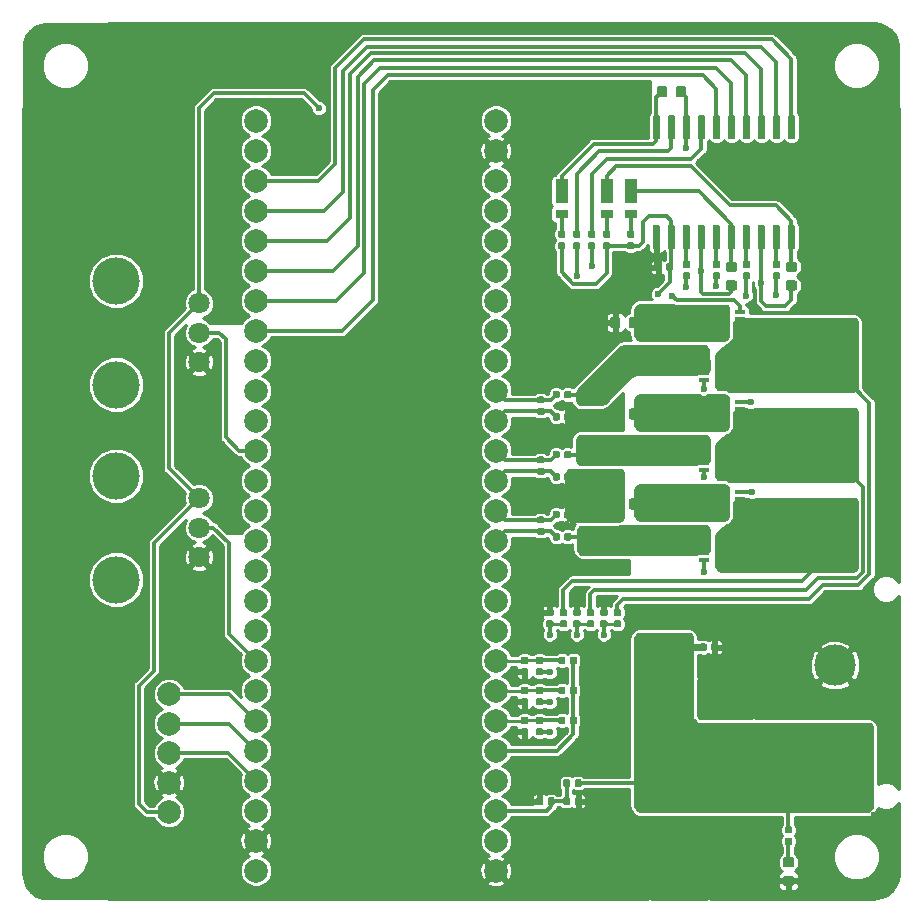
<source format=gtl>
G04 #@! TF.GenerationSoftware,KiCad,Pcbnew,(5.0.2)-1*
G04 #@! TF.CreationDate,2020-05-08T19:47:46+09:00*
G04 #@! TF.ProjectId,Sensorless_BLDC_Driver,53656e73-6f72-46c6-9573-735f424c4443,rev?*
G04 #@! TF.SameCoordinates,Original*
G04 #@! TF.FileFunction,Copper,L1,Top*
G04 #@! TF.FilePolarity,Positive*
%FSLAX46Y46*%
G04 Gerber Fmt 4.6, Leading zero omitted, Abs format (unit mm)*
G04 Created by KiCad (PCBNEW (5.0.2)-1) date 2020/05/08 19:47:46*
%MOMM*%
%LPD*%
G01*
G04 APERTURE LIST*
G04 #@! TA.AperFunction,Conductor*
%ADD10C,0.100000*%
G04 #@! TD*
G04 #@! TA.AperFunction,SMDPad,CuDef*
%ADD11C,1.600000*%
G04 #@! TD*
G04 #@! TA.AperFunction,SMDPad,CuDef*
%ADD12C,2.500000*%
G04 #@! TD*
G04 #@! TA.AperFunction,SMDPad,CuDef*
%ADD13C,0.590000*%
G04 #@! TD*
G04 #@! TA.AperFunction,ComponentPad*
%ADD14C,2.000000*%
G04 #@! TD*
G04 #@! TA.AperFunction,SMDPad,CuDef*
%ADD15C,0.600000*%
G04 #@! TD*
G04 #@! TA.AperFunction,SMDPad,CuDef*
%ADD16C,0.875000*%
G04 #@! TD*
G04 #@! TA.AperFunction,SMDPad,CuDef*
%ADD17R,1.100000X0.800000*%
G04 #@! TD*
G04 #@! TA.AperFunction,SMDPad,CuDef*
%ADD18R,1.100000X2.000000*%
G04 #@! TD*
G04 #@! TA.AperFunction,SMDPad,CuDef*
%ADD19R,0.750000X0.400000*%
G04 #@! TD*
G04 #@! TA.AperFunction,SMDPad,CuDef*
%ADD20R,0.830000X0.400000*%
G04 #@! TD*
G04 #@! TA.AperFunction,SMDPad,CuDef*
%ADD21R,1.850000X2.250000*%
G04 #@! TD*
G04 #@! TA.AperFunction,SMDPad,CuDef*
%ADD22C,0.975000*%
G04 #@! TD*
G04 #@! TA.AperFunction,ComponentPad*
%ADD23C,3.500000*%
G04 #@! TD*
G04 #@! TA.AperFunction,WasherPad*
%ADD24C,4.000000*%
G04 #@! TD*
G04 #@! TA.AperFunction,ComponentPad*
%ADD25C,1.800000*%
G04 #@! TD*
G04 #@! TA.AperFunction,ViaPad*
%ADD26C,0.600000*%
G04 #@! TD*
G04 #@! TA.AperFunction,Conductor*
%ADD27C,0.600000*%
G04 #@! TD*
G04 #@! TA.AperFunction,Conductor*
%ADD28C,0.300000*%
G04 #@! TD*
G04 #@! TA.AperFunction,Conductor*
%ADD29C,1.000000*%
G04 #@! TD*
G04 #@! TA.AperFunction,Conductor*
%ADD30C,0.250000*%
G04 #@! TD*
G04 #@! TA.AperFunction,Conductor*
%ADD31C,0.254000*%
G04 #@! TD*
G04 APERTURE END LIST*
D10*
G04 #@! TO.N,VDD*
G04 #@! TO.C,C2*
G36*
X213544504Y-135041204D02*
X213568773Y-135044804D01*
X213592571Y-135050765D01*
X213615671Y-135059030D01*
X213637849Y-135069520D01*
X213658893Y-135082133D01*
X213678598Y-135096747D01*
X213696777Y-135113223D01*
X213713253Y-135131402D01*
X213727867Y-135151107D01*
X213740480Y-135172151D01*
X213750970Y-135194329D01*
X213759235Y-135217429D01*
X213765196Y-135241227D01*
X213768796Y-135265496D01*
X213770000Y-135290000D01*
X213770000Y-136390000D01*
X213768796Y-136414504D01*
X213765196Y-136438773D01*
X213759235Y-136462571D01*
X213750970Y-136485671D01*
X213740480Y-136507849D01*
X213727867Y-136528893D01*
X213713253Y-136548598D01*
X213696777Y-136566777D01*
X213678598Y-136583253D01*
X213658893Y-136597867D01*
X213637849Y-136610480D01*
X213615671Y-136620970D01*
X213592571Y-136629235D01*
X213568773Y-136635196D01*
X213544504Y-136638796D01*
X213520000Y-136640000D01*
X210520000Y-136640000D01*
X210495496Y-136638796D01*
X210471227Y-136635196D01*
X210447429Y-136629235D01*
X210424329Y-136620970D01*
X210402151Y-136610480D01*
X210381107Y-136597867D01*
X210361402Y-136583253D01*
X210343223Y-136566777D01*
X210326747Y-136548598D01*
X210312133Y-136528893D01*
X210299520Y-136507849D01*
X210289030Y-136485671D01*
X210280765Y-136462571D01*
X210274804Y-136438773D01*
X210271204Y-136414504D01*
X210270000Y-136390000D01*
X210270000Y-135290000D01*
X210271204Y-135265496D01*
X210274804Y-135241227D01*
X210280765Y-135217429D01*
X210289030Y-135194329D01*
X210299520Y-135172151D01*
X210312133Y-135151107D01*
X210326747Y-135131402D01*
X210343223Y-135113223D01*
X210361402Y-135096747D01*
X210381107Y-135082133D01*
X210402151Y-135069520D01*
X210424329Y-135059030D01*
X210447429Y-135050765D01*
X210471227Y-135044804D01*
X210495496Y-135041204D01*
X210520000Y-135040000D01*
X213520000Y-135040000D01*
X213544504Y-135041204D01*
X213544504Y-135041204D01*
G37*
D11*
G04 #@! TD*
G04 #@! TO.P,C2,1*
G04 #@! TO.N,VDD*
X212020000Y-135840000D03*
D10*
G04 #@! TO.N,GND*
G04 #@! TO.C,C2*
G36*
X218944504Y-135041204D02*
X218968773Y-135044804D01*
X218992571Y-135050765D01*
X219015671Y-135059030D01*
X219037849Y-135069520D01*
X219058893Y-135082133D01*
X219078598Y-135096747D01*
X219096777Y-135113223D01*
X219113253Y-135131402D01*
X219127867Y-135151107D01*
X219140480Y-135172151D01*
X219150970Y-135194329D01*
X219159235Y-135217429D01*
X219165196Y-135241227D01*
X219168796Y-135265496D01*
X219170000Y-135290000D01*
X219170000Y-136390000D01*
X219168796Y-136414504D01*
X219165196Y-136438773D01*
X219159235Y-136462571D01*
X219150970Y-136485671D01*
X219140480Y-136507849D01*
X219127867Y-136528893D01*
X219113253Y-136548598D01*
X219096777Y-136566777D01*
X219078598Y-136583253D01*
X219058893Y-136597867D01*
X219037849Y-136610480D01*
X219015671Y-136620970D01*
X218992571Y-136629235D01*
X218968773Y-136635196D01*
X218944504Y-136638796D01*
X218920000Y-136640000D01*
X215920000Y-136640000D01*
X215895496Y-136638796D01*
X215871227Y-136635196D01*
X215847429Y-136629235D01*
X215824329Y-136620970D01*
X215802151Y-136610480D01*
X215781107Y-136597867D01*
X215761402Y-136583253D01*
X215743223Y-136566777D01*
X215726747Y-136548598D01*
X215712133Y-136528893D01*
X215699520Y-136507849D01*
X215689030Y-136485671D01*
X215680765Y-136462571D01*
X215674804Y-136438773D01*
X215671204Y-136414504D01*
X215670000Y-136390000D01*
X215670000Y-135290000D01*
X215671204Y-135265496D01*
X215674804Y-135241227D01*
X215680765Y-135217429D01*
X215689030Y-135194329D01*
X215699520Y-135172151D01*
X215712133Y-135151107D01*
X215726747Y-135131402D01*
X215743223Y-135113223D01*
X215761402Y-135096747D01*
X215781107Y-135082133D01*
X215802151Y-135069520D01*
X215824329Y-135059030D01*
X215847429Y-135050765D01*
X215871227Y-135044804D01*
X215895496Y-135041204D01*
X215920000Y-135040000D01*
X218920000Y-135040000D01*
X218944504Y-135041204D01*
X218944504Y-135041204D01*
G37*
D11*
G04 #@! TD*
G04 #@! TO.P,C2,2*
G04 #@! TO.N,GND*
X217420000Y-135840000D03*
D10*
G04 #@! TO.N,VDD*
G04 #@! TO.C,C1*
G36*
X214474504Y-140001204D02*
X214498773Y-140004804D01*
X214522571Y-140010765D01*
X214545671Y-140019030D01*
X214567849Y-140029520D01*
X214588893Y-140042133D01*
X214608598Y-140056747D01*
X214626777Y-140073223D01*
X214643253Y-140091402D01*
X214657867Y-140111107D01*
X214670480Y-140132151D01*
X214680970Y-140154329D01*
X214689235Y-140177429D01*
X214695196Y-140201227D01*
X214698796Y-140225496D01*
X214700000Y-140250000D01*
X214700000Y-143750000D01*
X214698796Y-143774504D01*
X214695196Y-143798773D01*
X214689235Y-143822571D01*
X214680970Y-143845671D01*
X214670480Y-143867849D01*
X214657867Y-143888893D01*
X214643253Y-143908598D01*
X214626777Y-143926777D01*
X214608598Y-143943253D01*
X214588893Y-143957867D01*
X214567849Y-143970480D01*
X214545671Y-143980970D01*
X214522571Y-143989235D01*
X214498773Y-143995196D01*
X214474504Y-143998796D01*
X214450000Y-144000000D01*
X212450000Y-144000000D01*
X212425496Y-143998796D01*
X212401227Y-143995196D01*
X212377429Y-143989235D01*
X212354329Y-143980970D01*
X212332151Y-143970480D01*
X212311107Y-143957867D01*
X212291402Y-143943253D01*
X212273223Y-143926777D01*
X212256747Y-143908598D01*
X212242133Y-143888893D01*
X212229520Y-143867849D01*
X212219030Y-143845671D01*
X212210765Y-143822571D01*
X212204804Y-143798773D01*
X212201204Y-143774504D01*
X212200000Y-143750000D01*
X212200000Y-140250000D01*
X212201204Y-140225496D01*
X212204804Y-140201227D01*
X212210765Y-140177429D01*
X212219030Y-140154329D01*
X212229520Y-140132151D01*
X212242133Y-140111107D01*
X212256747Y-140091402D01*
X212273223Y-140073223D01*
X212291402Y-140056747D01*
X212311107Y-140042133D01*
X212332151Y-140029520D01*
X212354329Y-140019030D01*
X212377429Y-140010765D01*
X212401227Y-140004804D01*
X212425496Y-140001204D01*
X212450000Y-140000000D01*
X214450000Y-140000000D01*
X214474504Y-140001204D01*
X214474504Y-140001204D01*
G37*
D12*
G04 #@! TD*
G04 #@! TO.P,C1,1*
G04 #@! TO.N,VDD*
X213450000Y-142000000D03*
D10*
G04 #@! TO.N,GND*
G04 #@! TO.C,C1*
G36*
X214474504Y-148001204D02*
X214498773Y-148004804D01*
X214522571Y-148010765D01*
X214545671Y-148019030D01*
X214567849Y-148029520D01*
X214588893Y-148042133D01*
X214608598Y-148056747D01*
X214626777Y-148073223D01*
X214643253Y-148091402D01*
X214657867Y-148111107D01*
X214670480Y-148132151D01*
X214680970Y-148154329D01*
X214689235Y-148177429D01*
X214695196Y-148201227D01*
X214698796Y-148225496D01*
X214700000Y-148250000D01*
X214700000Y-151750000D01*
X214698796Y-151774504D01*
X214695196Y-151798773D01*
X214689235Y-151822571D01*
X214680970Y-151845671D01*
X214670480Y-151867849D01*
X214657867Y-151888893D01*
X214643253Y-151908598D01*
X214626777Y-151926777D01*
X214608598Y-151943253D01*
X214588893Y-151957867D01*
X214567849Y-151970480D01*
X214545671Y-151980970D01*
X214522571Y-151989235D01*
X214498773Y-151995196D01*
X214474504Y-151998796D01*
X214450000Y-152000000D01*
X212450000Y-152000000D01*
X212425496Y-151998796D01*
X212401227Y-151995196D01*
X212377429Y-151989235D01*
X212354329Y-151980970D01*
X212332151Y-151970480D01*
X212311107Y-151957867D01*
X212291402Y-151943253D01*
X212273223Y-151926777D01*
X212256747Y-151908598D01*
X212242133Y-151888893D01*
X212229520Y-151867849D01*
X212219030Y-151845671D01*
X212210765Y-151822571D01*
X212204804Y-151798773D01*
X212201204Y-151774504D01*
X212200000Y-151750000D01*
X212200000Y-148250000D01*
X212201204Y-148225496D01*
X212204804Y-148201227D01*
X212210765Y-148177429D01*
X212219030Y-148154329D01*
X212229520Y-148132151D01*
X212242133Y-148111107D01*
X212256747Y-148091402D01*
X212273223Y-148073223D01*
X212291402Y-148056747D01*
X212311107Y-148042133D01*
X212332151Y-148029520D01*
X212354329Y-148019030D01*
X212377429Y-148010765D01*
X212401227Y-148004804D01*
X212425496Y-148001204D01*
X212450000Y-148000000D01*
X214450000Y-148000000D01*
X214474504Y-148001204D01*
X214474504Y-148001204D01*
G37*
D12*
G04 #@! TD*
G04 #@! TO.P,C1,2*
G04 #@! TO.N,GND*
X213450000Y-150000000D03*
D10*
G04 #@! TO.N,/HO3*
G04 #@! TO.C,R9*
G36*
X204969958Y-95507710D02*
X204984276Y-95509834D01*
X204998317Y-95513351D01*
X205011946Y-95518228D01*
X205025031Y-95524417D01*
X205037447Y-95531858D01*
X205049073Y-95540481D01*
X205059798Y-95550202D01*
X205069519Y-95560927D01*
X205078142Y-95572553D01*
X205085583Y-95584969D01*
X205091772Y-95598054D01*
X205096649Y-95611683D01*
X205100166Y-95625724D01*
X205102290Y-95640042D01*
X205103000Y-95654500D01*
X205103000Y-95949500D01*
X205102290Y-95963958D01*
X205100166Y-95978276D01*
X205096649Y-95992317D01*
X205091772Y-96005946D01*
X205085583Y-96019031D01*
X205078142Y-96031447D01*
X205069519Y-96043073D01*
X205059798Y-96053798D01*
X205049073Y-96063519D01*
X205037447Y-96072142D01*
X205025031Y-96079583D01*
X205011946Y-96085772D01*
X204998317Y-96090649D01*
X204984276Y-96094166D01*
X204969958Y-96096290D01*
X204955500Y-96097000D01*
X204610500Y-96097000D01*
X204596042Y-96096290D01*
X204581724Y-96094166D01*
X204567683Y-96090649D01*
X204554054Y-96085772D01*
X204540969Y-96079583D01*
X204528553Y-96072142D01*
X204516927Y-96063519D01*
X204506202Y-96053798D01*
X204496481Y-96043073D01*
X204487858Y-96031447D01*
X204480417Y-96019031D01*
X204474228Y-96005946D01*
X204469351Y-95992317D01*
X204465834Y-95978276D01*
X204463710Y-95963958D01*
X204463000Y-95949500D01*
X204463000Y-95654500D01*
X204463710Y-95640042D01*
X204465834Y-95625724D01*
X204469351Y-95611683D01*
X204474228Y-95598054D01*
X204480417Y-95584969D01*
X204487858Y-95572553D01*
X204496481Y-95560927D01*
X204506202Y-95550202D01*
X204516927Y-95540481D01*
X204528553Y-95531858D01*
X204540969Y-95524417D01*
X204554054Y-95518228D01*
X204567683Y-95513351D01*
X204581724Y-95509834D01*
X204596042Y-95507710D01*
X204610500Y-95507000D01*
X204955500Y-95507000D01*
X204969958Y-95507710D01*
X204969958Y-95507710D01*
G37*
D13*
G04 #@! TD*
G04 #@! TO.P,R9,2*
G04 #@! TO.N,/HO3*
X204783000Y-95802000D03*
D10*
G04 #@! TO.N,Net-(Q5-Pad4)*
G04 #@! TO.C,R9*
G36*
X204969958Y-96477710D02*
X204984276Y-96479834D01*
X204998317Y-96483351D01*
X205011946Y-96488228D01*
X205025031Y-96494417D01*
X205037447Y-96501858D01*
X205049073Y-96510481D01*
X205059798Y-96520202D01*
X205069519Y-96530927D01*
X205078142Y-96542553D01*
X205085583Y-96554969D01*
X205091772Y-96568054D01*
X205096649Y-96581683D01*
X205100166Y-96595724D01*
X205102290Y-96610042D01*
X205103000Y-96624500D01*
X205103000Y-96919500D01*
X205102290Y-96933958D01*
X205100166Y-96948276D01*
X205096649Y-96962317D01*
X205091772Y-96975946D01*
X205085583Y-96989031D01*
X205078142Y-97001447D01*
X205069519Y-97013073D01*
X205059798Y-97023798D01*
X205049073Y-97033519D01*
X205037447Y-97042142D01*
X205025031Y-97049583D01*
X205011946Y-97055772D01*
X204998317Y-97060649D01*
X204984276Y-97064166D01*
X204969958Y-97066290D01*
X204955500Y-97067000D01*
X204610500Y-97067000D01*
X204596042Y-97066290D01*
X204581724Y-97064166D01*
X204567683Y-97060649D01*
X204554054Y-97055772D01*
X204540969Y-97049583D01*
X204528553Y-97042142D01*
X204516927Y-97033519D01*
X204506202Y-97023798D01*
X204496481Y-97013073D01*
X204487858Y-97001447D01*
X204480417Y-96989031D01*
X204474228Y-96975946D01*
X204469351Y-96962317D01*
X204465834Y-96948276D01*
X204463710Y-96933958D01*
X204463000Y-96919500D01*
X204463000Y-96624500D01*
X204463710Y-96610042D01*
X204465834Y-96595724D01*
X204469351Y-96581683D01*
X204474228Y-96568054D01*
X204480417Y-96554969D01*
X204487858Y-96542553D01*
X204496481Y-96530927D01*
X204506202Y-96520202D01*
X204516927Y-96510481D01*
X204528553Y-96501858D01*
X204540969Y-96494417D01*
X204554054Y-96488228D01*
X204567683Y-96483351D01*
X204581724Y-96479834D01*
X204596042Y-96477710D01*
X204610500Y-96477000D01*
X204955500Y-96477000D01*
X204969958Y-96477710D01*
X204969958Y-96477710D01*
G37*
D13*
G04 #@! TD*
G04 #@! TO.P,R9,1*
G04 #@! TO.N,Net-(Q5-Pad4)*
X204783000Y-96772000D03*
D14*
G04 #@! TO.P,U1,52*
G04 #@! TO.N,Net-(U1-Pad52)*
X177636000Y-149683000D03*
G04 #@! TO.P,U1,51*
G04 #@! TO.N,GND*
X177636000Y-147143000D03*
G04 #@! TO.P,U1,50*
G04 #@! TO.N,Net-(U1-Pad50)*
X177636000Y-144603000D03*
G04 #@! TO.P,U1,49*
G04 #@! TO.N,/Ch_A*
X177636000Y-142063000D03*
G04 #@! TO.P,U1,48*
G04 #@! TO.N,/Ch_B*
X177636000Y-139523000D03*
G04 #@! TO.P,U1,47*
G04 #@! TO.N,/Index*
X177636000Y-136983000D03*
G04 #@! TO.P,U1,46*
G04 #@! TO.N,Net-(U1-Pad46)*
X177636000Y-134443000D03*
G04 #@! TO.P,U1,45*
G04 #@! TO.N,/POT_2*
X177636000Y-131903000D03*
G04 #@! TO.P,U1,44*
G04 #@! TO.N,Net-(U1-Pad44)*
X177636000Y-129363000D03*
G04 #@! TO.P,U1,43*
G04 #@! TO.N,Net-(U1-Pad43)*
X177636000Y-126823000D03*
G04 #@! TO.P,U1,42*
G04 #@! TO.N,Net-(U1-Pad42)*
X177636000Y-124283000D03*
G04 #@! TO.P,U1,41*
G04 #@! TO.N,Net-(U1-Pad41)*
X177636000Y-121743000D03*
G04 #@! TO.P,U1,40*
G04 #@! TO.N,Net-(U1-Pad40)*
X177636000Y-119203000D03*
G04 #@! TO.P,U1,39*
G04 #@! TO.N,Net-(U1-Pad39)*
X177636000Y-116663000D03*
G04 #@! TO.P,U1,38*
G04 #@! TO.N,/POT_1*
X177636000Y-114123000D03*
G04 #@! TO.P,U1,37*
G04 #@! TO.N,Net-(U1-Pad37)*
X177636000Y-111583000D03*
G04 #@! TO.P,U1,36*
G04 #@! TO.N,Net-(U1-Pad36)*
X177636000Y-109043000D03*
G04 #@! TO.P,U1,35*
G04 #@! TO.N,Net-(U1-Pad35)*
X177636000Y-106503000D03*
G04 #@! TO.P,U1,34*
G04 #@! TO.N,/LIN_3*
X177636000Y-103963000D03*
G04 #@! TO.P,U1,33*
G04 #@! TO.N,/HIN_3*
X177636000Y-101423000D03*
G04 #@! TO.P,U1,32*
G04 #@! TO.N,/LIN_2*
X177636000Y-98883000D03*
G04 #@! TO.P,U1,31*
G04 #@! TO.N,/HIN_2*
X177636000Y-96343000D03*
G04 #@! TO.P,U1,30*
G04 #@! TO.N,/LIN_1*
X177636000Y-93803000D03*
G04 #@! TO.P,U1,29*
G04 #@! TO.N,/HIN_1*
X177636000Y-91263000D03*
G04 #@! TO.P,U1,28*
G04 #@! TO.N,Net-(U1-Pad28)*
X177636000Y-88723000D03*
G04 #@! TO.P,U1,26*
G04 #@! TO.N,GND*
X197956000Y-149683000D03*
G04 #@! TO.P,U1,25*
G04 #@! TO.N,Net-(U1-Pad25)*
X197956000Y-147143000D03*
G04 #@! TO.P,U1,24*
G04 #@! TO.N,/VS*
X197956000Y-144603000D03*
G04 #@! TO.P,U1,23*
G04 #@! TO.N,Net-(U1-Pad23)*
X197956000Y-142063000D03*
G04 #@! TO.P,U1,22*
G04 #@! TO.N,/BEMF_N*
X197956000Y-139523000D03*
G04 #@! TO.P,U1,21*
G04 #@! TO.N,/BEMF3*
X197956000Y-136983000D03*
G04 #@! TO.P,U1,20*
G04 #@! TO.N,/BEMF2*
X197956000Y-134443000D03*
G04 #@! TO.P,U1,19*
G04 #@! TO.N,/BEMF1*
X197956000Y-131903000D03*
G04 #@! TO.P,U1,18*
G04 #@! TO.N,Net-(U1-Pad18)*
X197956000Y-129363000D03*
G04 #@! TO.P,U1,17*
G04 #@! TO.N,Net-(U1-Pad17)*
X197956000Y-126823000D03*
G04 #@! TO.P,U1,16*
G04 #@! TO.N,Net-(U1-Pad16)*
X197956000Y-124283000D03*
G04 #@! TO.P,U1,15*
G04 #@! TO.N,/ISH_1*
X197956000Y-121743000D03*
G04 #@! TO.P,U1,14*
G04 #@! TO.N,/ISL_1*
X197956000Y-119203000D03*
G04 #@! TO.P,U1,13*
G04 #@! TO.N,/ISL_2*
X197956000Y-116663000D03*
G04 #@! TO.P,U1,12*
G04 #@! TO.N,/ISH_2*
X197956000Y-114123000D03*
G04 #@! TO.P,U1,11*
G04 #@! TO.N,/ISL_3*
X197956000Y-111583000D03*
G04 #@! TO.P,U1,10*
G04 #@! TO.N,/ISH_3*
X197956000Y-109043000D03*
G04 #@! TO.P,U1,9*
G04 #@! TO.N,Net-(U1-Pad9)*
X197956000Y-106503000D03*
G04 #@! TO.P,U1,8*
G04 #@! TO.N,Net-(U1-Pad8)*
X197956000Y-103963000D03*
G04 #@! TO.P,U1,7*
G04 #@! TO.N,Net-(U1-Pad7)*
X197956000Y-101423000D03*
G04 #@! TO.P,U1,6*
G04 #@! TO.N,Net-(U1-Pad6)*
X197956000Y-98883000D03*
G04 #@! TO.P,U1,5*
G04 #@! TO.N,Net-(U1-Pad5)*
X197956000Y-96343000D03*
G04 #@! TO.P,U1,4*
G04 #@! TO.N,Net-(U1-Pad4)*
X197956000Y-93803000D03*
G04 #@! TO.P,U1,3*
G04 #@! TO.N,Net-(U1-Pad3)*
X197956000Y-91263000D03*
G04 #@! TO.P,U1,2*
G04 #@! TO.N,GND*
X197956000Y-88723000D03*
G04 #@! TO.P,U1,27*
G04 #@! TO.N,Net-(U1-Pad27)*
X177636000Y-86183000D03*
G04 #@! TO.P,U1,1*
G04 #@! TO.N,+5V*
X197956000Y-86183000D03*
G04 #@! TD*
D10*
G04 #@! TO.N,/HIN_1*
G04 #@! TO.C,U2*
G36*
X223139703Y-85715722D02*
X223154264Y-85717882D01*
X223168543Y-85721459D01*
X223182403Y-85726418D01*
X223195710Y-85732712D01*
X223208336Y-85740280D01*
X223220159Y-85749048D01*
X223231066Y-85758934D01*
X223240952Y-85769841D01*
X223249720Y-85781664D01*
X223257288Y-85794290D01*
X223263582Y-85807597D01*
X223268541Y-85821457D01*
X223272118Y-85835736D01*
X223274278Y-85850297D01*
X223275000Y-85865000D01*
X223275000Y-87615000D01*
X223274278Y-87629703D01*
X223272118Y-87644264D01*
X223268541Y-87658543D01*
X223263582Y-87672403D01*
X223257288Y-87685710D01*
X223249720Y-87698336D01*
X223240952Y-87710159D01*
X223231066Y-87721066D01*
X223220159Y-87730952D01*
X223208336Y-87739720D01*
X223195710Y-87747288D01*
X223182403Y-87753582D01*
X223168543Y-87758541D01*
X223154264Y-87762118D01*
X223139703Y-87764278D01*
X223125000Y-87765000D01*
X222825000Y-87765000D01*
X222810297Y-87764278D01*
X222795736Y-87762118D01*
X222781457Y-87758541D01*
X222767597Y-87753582D01*
X222754290Y-87747288D01*
X222741664Y-87739720D01*
X222729841Y-87730952D01*
X222718934Y-87721066D01*
X222709048Y-87710159D01*
X222700280Y-87698336D01*
X222692712Y-87685710D01*
X222686418Y-87672403D01*
X222681459Y-87658543D01*
X222677882Y-87644264D01*
X222675722Y-87629703D01*
X222675000Y-87615000D01*
X222675000Y-85865000D01*
X222675722Y-85850297D01*
X222677882Y-85835736D01*
X222681459Y-85821457D01*
X222686418Y-85807597D01*
X222692712Y-85794290D01*
X222700280Y-85781664D01*
X222709048Y-85769841D01*
X222718934Y-85758934D01*
X222729841Y-85749048D01*
X222741664Y-85740280D01*
X222754290Y-85732712D01*
X222767597Y-85726418D01*
X222781457Y-85721459D01*
X222795736Y-85717882D01*
X222810297Y-85715722D01*
X222825000Y-85715000D01*
X223125000Y-85715000D01*
X223139703Y-85715722D01*
X223139703Y-85715722D01*
G37*
D15*
G04 #@! TD*
G04 #@! TO.P,U2,1*
G04 #@! TO.N,/HIN_1*
X222975000Y-86740000D03*
D10*
G04 #@! TO.N,/LIN_1*
G04 #@! TO.C,U2*
G36*
X221869703Y-85715722D02*
X221884264Y-85717882D01*
X221898543Y-85721459D01*
X221912403Y-85726418D01*
X221925710Y-85732712D01*
X221938336Y-85740280D01*
X221950159Y-85749048D01*
X221961066Y-85758934D01*
X221970952Y-85769841D01*
X221979720Y-85781664D01*
X221987288Y-85794290D01*
X221993582Y-85807597D01*
X221998541Y-85821457D01*
X222002118Y-85835736D01*
X222004278Y-85850297D01*
X222005000Y-85865000D01*
X222005000Y-87615000D01*
X222004278Y-87629703D01*
X222002118Y-87644264D01*
X221998541Y-87658543D01*
X221993582Y-87672403D01*
X221987288Y-87685710D01*
X221979720Y-87698336D01*
X221970952Y-87710159D01*
X221961066Y-87721066D01*
X221950159Y-87730952D01*
X221938336Y-87739720D01*
X221925710Y-87747288D01*
X221912403Y-87753582D01*
X221898543Y-87758541D01*
X221884264Y-87762118D01*
X221869703Y-87764278D01*
X221855000Y-87765000D01*
X221555000Y-87765000D01*
X221540297Y-87764278D01*
X221525736Y-87762118D01*
X221511457Y-87758541D01*
X221497597Y-87753582D01*
X221484290Y-87747288D01*
X221471664Y-87739720D01*
X221459841Y-87730952D01*
X221448934Y-87721066D01*
X221439048Y-87710159D01*
X221430280Y-87698336D01*
X221422712Y-87685710D01*
X221416418Y-87672403D01*
X221411459Y-87658543D01*
X221407882Y-87644264D01*
X221405722Y-87629703D01*
X221405000Y-87615000D01*
X221405000Y-85865000D01*
X221405722Y-85850297D01*
X221407882Y-85835736D01*
X221411459Y-85821457D01*
X221416418Y-85807597D01*
X221422712Y-85794290D01*
X221430280Y-85781664D01*
X221439048Y-85769841D01*
X221448934Y-85758934D01*
X221459841Y-85749048D01*
X221471664Y-85740280D01*
X221484290Y-85732712D01*
X221497597Y-85726418D01*
X221511457Y-85721459D01*
X221525736Y-85717882D01*
X221540297Y-85715722D01*
X221555000Y-85715000D01*
X221855000Y-85715000D01*
X221869703Y-85715722D01*
X221869703Y-85715722D01*
G37*
D15*
G04 #@! TD*
G04 #@! TO.P,U2,2*
G04 #@! TO.N,/LIN_1*
X221705000Y-86740000D03*
D10*
G04 #@! TO.N,/HIN_2*
G04 #@! TO.C,U2*
G36*
X220599703Y-85715722D02*
X220614264Y-85717882D01*
X220628543Y-85721459D01*
X220642403Y-85726418D01*
X220655710Y-85732712D01*
X220668336Y-85740280D01*
X220680159Y-85749048D01*
X220691066Y-85758934D01*
X220700952Y-85769841D01*
X220709720Y-85781664D01*
X220717288Y-85794290D01*
X220723582Y-85807597D01*
X220728541Y-85821457D01*
X220732118Y-85835736D01*
X220734278Y-85850297D01*
X220735000Y-85865000D01*
X220735000Y-87615000D01*
X220734278Y-87629703D01*
X220732118Y-87644264D01*
X220728541Y-87658543D01*
X220723582Y-87672403D01*
X220717288Y-87685710D01*
X220709720Y-87698336D01*
X220700952Y-87710159D01*
X220691066Y-87721066D01*
X220680159Y-87730952D01*
X220668336Y-87739720D01*
X220655710Y-87747288D01*
X220642403Y-87753582D01*
X220628543Y-87758541D01*
X220614264Y-87762118D01*
X220599703Y-87764278D01*
X220585000Y-87765000D01*
X220285000Y-87765000D01*
X220270297Y-87764278D01*
X220255736Y-87762118D01*
X220241457Y-87758541D01*
X220227597Y-87753582D01*
X220214290Y-87747288D01*
X220201664Y-87739720D01*
X220189841Y-87730952D01*
X220178934Y-87721066D01*
X220169048Y-87710159D01*
X220160280Y-87698336D01*
X220152712Y-87685710D01*
X220146418Y-87672403D01*
X220141459Y-87658543D01*
X220137882Y-87644264D01*
X220135722Y-87629703D01*
X220135000Y-87615000D01*
X220135000Y-85865000D01*
X220135722Y-85850297D01*
X220137882Y-85835736D01*
X220141459Y-85821457D01*
X220146418Y-85807597D01*
X220152712Y-85794290D01*
X220160280Y-85781664D01*
X220169048Y-85769841D01*
X220178934Y-85758934D01*
X220189841Y-85749048D01*
X220201664Y-85740280D01*
X220214290Y-85732712D01*
X220227597Y-85726418D01*
X220241457Y-85721459D01*
X220255736Y-85717882D01*
X220270297Y-85715722D01*
X220285000Y-85715000D01*
X220585000Y-85715000D01*
X220599703Y-85715722D01*
X220599703Y-85715722D01*
G37*
D15*
G04 #@! TD*
G04 #@! TO.P,U2,3*
G04 #@! TO.N,/HIN_2*
X220435000Y-86740000D03*
D10*
G04 #@! TO.N,/LIN_2*
G04 #@! TO.C,U2*
G36*
X219329703Y-85715722D02*
X219344264Y-85717882D01*
X219358543Y-85721459D01*
X219372403Y-85726418D01*
X219385710Y-85732712D01*
X219398336Y-85740280D01*
X219410159Y-85749048D01*
X219421066Y-85758934D01*
X219430952Y-85769841D01*
X219439720Y-85781664D01*
X219447288Y-85794290D01*
X219453582Y-85807597D01*
X219458541Y-85821457D01*
X219462118Y-85835736D01*
X219464278Y-85850297D01*
X219465000Y-85865000D01*
X219465000Y-87615000D01*
X219464278Y-87629703D01*
X219462118Y-87644264D01*
X219458541Y-87658543D01*
X219453582Y-87672403D01*
X219447288Y-87685710D01*
X219439720Y-87698336D01*
X219430952Y-87710159D01*
X219421066Y-87721066D01*
X219410159Y-87730952D01*
X219398336Y-87739720D01*
X219385710Y-87747288D01*
X219372403Y-87753582D01*
X219358543Y-87758541D01*
X219344264Y-87762118D01*
X219329703Y-87764278D01*
X219315000Y-87765000D01*
X219015000Y-87765000D01*
X219000297Y-87764278D01*
X218985736Y-87762118D01*
X218971457Y-87758541D01*
X218957597Y-87753582D01*
X218944290Y-87747288D01*
X218931664Y-87739720D01*
X218919841Y-87730952D01*
X218908934Y-87721066D01*
X218899048Y-87710159D01*
X218890280Y-87698336D01*
X218882712Y-87685710D01*
X218876418Y-87672403D01*
X218871459Y-87658543D01*
X218867882Y-87644264D01*
X218865722Y-87629703D01*
X218865000Y-87615000D01*
X218865000Y-85865000D01*
X218865722Y-85850297D01*
X218867882Y-85835736D01*
X218871459Y-85821457D01*
X218876418Y-85807597D01*
X218882712Y-85794290D01*
X218890280Y-85781664D01*
X218899048Y-85769841D01*
X218908934Y-85758934D01*
X218919841Y-85749048D01*
X218931664Y-85740280D01*
X218944290Y-85732712D01*
X218957597Y-85726418D01*
X218971457Y-85721459D01*
X218985736Y-85717882D01*
X219000297Y-85715722D01*
X219015000Y-85715000D01*
X219315000Y-85715000D01*
X219329703Y-85715722D01*
X219329703Y-85715722D01*
G37*
D15*
G04 #@! TD*
G04 #@! TO.P,U2,4*
G04 #@! TO.N,/LIN_2*
X219165000Y-86740000D03*
D10*
G04 #@! TO.N,/HIN_3*
G04 #@! TO.C,U2*
G36*
X218059703Y-85715722D02*
X218074264Y-85717882D01*
X218088543Y-85721459D01*
X218102403Y-85726418D01*
X218115710Y-85732712D01*
X218128336Y-85740280D01*
X218140159Y-85749048D01*
X218151066Y-85758934D01*
X218160952Y-85769841D01*
X218169720Y-85781664D01*
X218177288Y-85794290D01*
X218183582Y-85807597D01*
X218188541Y-85821457D01*
X218192118Y-85835736D01*
X218194278Y-85850297D01*
X218195000Y-85865000D01*
X218195000Y-87615000D01*
X218194278Y-87629703D01*
X218192118Y-87644264D01*
X218188541Y-87658543D01*
X218183582Y-87672403D01*
X218177288Y-87685710D01*
X218169720Y-87698336D01*
X218160952Y-87710159D01*
X218151066Y-87721066D01*
X218140159Y-87730952D01*
X218128336Y-87739720D01*
X218115710Y-87747288D01*
X218102403Y-87753582D01*
X218088543Y-87758541D01*
X218074264Y-87762118D01*
X218059703Y-87764278D01*
X218045000Y-87765000D01*
X217745000Y-87765000D01*
X217730297Y-87764278D01*
X217715736Y-87762118D01*
X217701457Y-87758541D01*
X217687597Y-87753582D01*
X217674290Y-87747288D01*
X217661664Y-87739720D01*
X217649841Y-87730952D01*
X217638934Y-87721066D01*
X217629048Y-87710159D01*
X217620280Y-87698336D01*
X217612712Y-87685710D01*
X217606418Y-87672403D01*
X217601459Y-87658543D01*
X217597882Y-87644264D01*
X217595722Y-87629703D01*
X217595000Y-87615000D01*
X217595000Y-85865000D01*
X217595722Y-85850297D01*
X217597882Y-85835736D01*
X217601459Y-85821457D01*
X217606418Y-85807597D01*
X217612712Y-85794290D01*
X217620280Y-85781664D01*
X217629048Y-85769841D01*
X217638934Y-85758934D01*
X217649841Y-85749048D01*
X217661664Y-85740280D01*
X217674290Y-85732712D01*
X217687597Y-85726418D01*
X217701457Y-85721459D01*
X217715736Y-85717882D01*
X217730297Y-85715722D01*
X217745000Y-85715000D01*
X218045000Y-85715000D01*
X218059703Y-85715722D01*
X218059703Y-85715722D01*
G37*
D15*
G04 #@! TD*
G04 #@! TO.P,U2,5*
G04 #@! TO.N,/HIN_3*
X217895000Y-86740000D03*
D10*
G04 #@! TO.N,/LIN_3*
G04 #@! TO.C,U2*
G36*
X216789703Y-85715722D02*
X216804264Y-85717882D01*
X216818543Y-85721459D01*
X216832403Y-85726418D01*
X216845710Y-85732712D01*
X216858336Y-85740280D01*
X216870159Y-85749048D01*
X216881066Y-85758934D01*
X216890952Y-85769841D01*
X216899720Y-85781664D01*
X216907288Y-85794290D01*
X216913582Y-85807597D01*
X216918541Y-85821457D01*
X216922118Y-85835736D01*
X216924278Y-85850297D01*
X216925000Y-85865000D01*
X216925000Y-87615000D01*
X216924278Y-87629703D01*
X216922118Y-87644264D01*
X216918541Y-87658543D01*
X216913582Y-87672403D01*
X216907288Y-87685710D01*
X216899720Y-87698336D01*
X216890952Y-87710159D01*
X216881066Y-87721066D01*
X216870159Y-87730952D01*
X216858336Y-87739720D01*
X216845710Y-87747288D01*
X216832403Y-87753582D01*
X216818543Y-87758541D01*
X216804264Y-87762118D01*
X216789703Y-87764278D01*
X216775000Y-87765000D01*
X216475000Y-87765000D01*
X216460297Y-87764278D01*
X216445736Y-87762118D01*
X216431457Y-87758541D01*
X216417597Y-87753582D01*
X216404290Y-87747288D01*
X216391664Y-87739720D01*
X216379841Y-87730952D01*
X216368934Y-87721066D01*
X216359048Y-87710159D01*
X216350280Y-87698336D01*
X216342712Y-87685710D01*
X216336418Y-87672403D01*
X216331459Y-87658543D01*
X216327882Y-87644264D01*
X216325722Y-87629703D01*
X216325000Y-87615000D01*
X216325000Y-85865000D01*
X216325722Y-85850297D01*
X216327882Y-85835736D01*
X216331459Y-85821457D01*
X216336418Y-85807597D01*
X216342712Y-85794290D01*
X216350280Y-85781664D01*
X216359048Y-85769841D01*
X216368934Y-85758934D01*
X216379841Y-85749048D01*
X216391664Y-85740280D01*
X216404290Y-85732712D01*
X216417597Y-85726418D01*
X216431457Y-85721459D01*
X216445736Y-85717882D01*
X216460297Y-85715722D01*
X216475000Y-85715000D01*
X216775000Y-85715000D01*
X216789703Y-85715722D01*
X216789703Y-85715722D01*
G37*
D15*
G04 #@! TD*
G04 #@! TO.P,U2,6*
G04 #@! TO.N,/LIN_3*
X216625000Y-86740000D03*
D10*
G04 #@! TO.N,/LO3*
G04 #@! TO.C,U2*
G36*
X215519703Y-85715722D02*
X215534264Y-85717882D01*
X215548543Y-85721459D01*
X215562403Y-85726418D01*
X215575710Y-85732712D01*
X215588336Y-85740280D01*
X215600159Y-85749048D01*
X215611066Y-85758934D01*
X215620952Y-85769841D01*
X215629720Y-85781664D01*
X215637288Y-85794290D01*
X215643582Y-85807597D01*
X215648541Y-85821457D01*
X215652118Y-85835736D01*
X215654278Y-85850297D01*
X215655000Y-85865000D01*
X215655000Y-87615000D01*
X215654278Y-87629703D01*
X215652118Y-87644264D01*
X215648541Y-87658543D01*
X215643582Y-87672403D01*
X215637288Y-87685710D01*
X215629720Y-87698336D01*
X215620952Y-87710159D01*
X215611066Y-87721066D01*
X215600159Y-87730952D01*
X215588336Y-87739720D01*
X215575710Y-87747288D01*
X215562403Y-87753582D01*
X215548543Y-87758541D01*
X215534264Y-87762118D01*
X215519703Y-87764278D01*
X215505000Y-87765000D01*
X215205000Y-87765000D01*
X215190297Y-87764278D01*
X215175736Y-87762118D01*
X215161457Y-87758541D01*
X215147597Y-87753582D01*
X215134290Y-87747288D01*
X215121664Y-87739720D01*
X215109841Y-87730952D01*
X215098934Y-87721066D01*
X215089048Y-87710159D01*
X215080280Y-87698336D01*
X215072712Y-87685710D01*
X215066418Y-87672403D01*
X215061459Y-87658543D01*
X215057882Y-87644264D01*
X215055722Y-87629703D01*
X215055000Y-87615000D01*
X215055000Y-85865000D01*
X215055722Y-85850297D01*
X215057882Y-85835736D01*
X215061459Y-85821457D01*
X215066418Y-85807597D01*
X215072712Y-85794290D01*
X215080280Y-85781664D01*
X215089048Y-85769841D01*
X215098934Y-85758934D01*
X215109841Y-85749048D01*
X215121664Y-85740280D01*
X215134290Y-85732712D01*
X215147597Y-85726418D01*
X215161457Y-85721459D01*
X215175736Y-85717882D01*
X215190297Y-85715722D01*
X215205000Y-85715000D01*
X215505000Y-85715000D01*
X215519703Y-85715722D01*
X215519703Y-85715722D01*
G37*
D15*
G04 #@! TD*
G04 #@! TO.P,U2,7*
G04 #@! TO.N,/LO3*
X215355000Y-86740000D03*
D10*
G04 #@! TO.N,MOTOR_W*
G04 #@! TO.C,U2*
G36*
X214249703Y-85715722D02*
X214264264Y-85717882D01*
X214278543Y-85721459D01*
X214292403Y-85726418D01*
X214305710Y-85732712D01*
X214318336Y-85740280D01*
X214330159Y-85749048D01*
X214341066Y-85758934D01*
X214350952Y-85769841D01*
X214359720Y-85781664D01*
X214367288Y-85794290D01*
X214373582Y-85807597D01*
X214378541Y-85821457D01*
X214382118Y-85835736D01*
X214384278Y-85850297D01*
X214385000Y-85865000D01*
X214385000Y-87615000D01*
X214384278Y-87629703D01*
X214382118Y-87644264D01*
X214378541Y-87658543D01*
X214373582Y-87672403D01*
X214367288Y-87685710D01*
X214359720Y-87698336D01*
X214350952Y-87710159D01*
X214341066Y-87721066D01*
X214330159Y-87730952D01*
X214318336Y-87739720D01*
X214305710Y-87747288D01*
X214292403Y-87753582D01*
X214278543Y-87758541D01*
X214264264Y-87762118D01*
X214249703Y-87764278D01*
X214235000Y-87765000D01*
X213935000Y-87765000D01*
X213920297Y-87764278D01*
X213905736Y-87762118D01*
X213891457Y-87758541D01*
X213877597Y-87753582D01*
X213864290Y-87747288D01*
X213851664Y-87739720D01*
X213839841Y-87730952D01*
X213828934Y-87721066D01*
X213819048Y-87710159D01*
X213810280Y-87698336D01*
X213802712Y-87685710D01*
X213796418Y-87672403D01*
X213791459Y-87658543D01*
X213787882Y-87644264D01*
X213785722Y-87629703D01*
X213785000Y-87615000D01*
X213785000Y-85865000D01*
X213785722Y-85850297D01*
X213787882Y-85835736D01*
X213791459Y-85821457D01*
X213796418Y-85807597D01*
X213802712Y-85794290D01*
X213810280Y-85781664D01*
X213819048Y-85769841D01*
X213828934Y-85758934D01*
X213839841Y-85749048D01*
X213851664Y-85740280D01*
X213864290Y-85732712D01*
X213877597Y-85726418D01*
X213891457Y-85721459D01*
X213905736Y-85717882D01*
X213920297Y-85715722D01*
X213935000Y-85715000D01*
X214235000Y-85715000D01*
X214249703Y-85715722D01*
X214249703Y-85715722D01*
G37*
D15*
G04 #@! TD*
G04 #@! TO.P,U2,8*
G04 #@! TO.N,MOTOR_W*
X214085000Y-86740000D03*
D10*
G04 #@! TO.N,/HO3*
G04 #@! TO.C,U2*
G36*
X212979703Y-85715722D02*
X212994264Y-85717882D01*
X213008543Y-85721459D01*
X213022403Y-85726418D01*
X213035710Y-85732712D01*
X213048336Y-85740280D01*
X213060159Y-85749048D01*
X213071066Y-85758934D01*
X213080952Y-85769841D01*
X213089720Y-85781664D01*
X213097288Y-85794290D01*
X213103582Y-85807597D01*
X213108541Y-85821457D01*
X213112118Y-85835736D01*
X213114278Y-85850297D01*
X213115000Y-85865000D01*
X213115000Y-87615000D01*
X213114278Y-87629703D01*
X213112118Y-87644264D01*
X213108541Y-87658543D01*
X213103582Y-87672403D01*
X213097288Y-87685710D01*
X213089720Y-87698336D01*
X213080952Y-87710159D01*
X213071066Y-87721066D01*
X213060159Y-87730952D01*
X213048336Y-87739720D01*
X213035710Y-87747288D01*
X213022403Y-87753582D01*
X213008543Y-87758541D01*
X212994264Y-87762118D01*
X212979703Y-87764278D01*
X212965000Y-87765000D01*
X212665000Y-87765000D01*
X212650297Y-87764278D01*
X212635736Y-87762118D01*
X212621457Y-87758541D01*
X212607597Y-87753582D01*
X212594290Y-87747288D01*
X212581664Y-87739720D01*
X212569841Y-87730952D01*
X212558934Y-87721066D01*
X212549048Y-87710159D01*
X212540280Y-87698336D01*
X212532712Y-87685710D01*
X212526418Y-87672403D01*
X212521459Y-87658543D01*
X212517882Y-87644264D01*
X212515722Y-87629703D01*
X212515000Y-87615000D01*
X212515000Y-85865000D01*
X212515722Y-85850297D01*
X212517882Y-85835736D01*
X212521459Y-85821457D01*
X212526418Y-85807597D01*
X212532712Y-85794290D01*
X212540280Y-85781664D01*
X212549048Y-85769841D01*
X212558934Y-85758934D01*
X212569841Y-85749048D01*
X212581664Y-85740280D01*
X212594290Y-85732712D01*
X212607597Y-85726418D01*
X212621457Y-85721459D01*
X212635736Y-85717882D01*
X212650297Y-85715722D01*
X212665000Y-85715000D01*
X212965000Y-85715000D01*
X212979703Y-85715722D01*
X212979703Y-85715722D01*
G37*
D15*
G04 #@! TD*
G04 #@! TO.P,U2,9*
G04 #@! TO.N,/HO3*
X212815000Y-86740000D03*
D10*
G04 #@! TO.N,/VB3*
G04 #@! TO.C,U2*
G36*
X211709703Y-85715722D02*
X211724264Y-85717882D01*
X211738543Y-85721459D01*
X211752403Y-85726418D01*
X211765710Y-85732712D01*
X211778336Y-85740280D01*
X211790159Y-85749048D01*
X211801066Y-85758934D01*
X211810952Y-85769841D01*
X211819720Y-85781664D01*
X211827288Y-85794290D01*
X211833582Y-85807597D01*
X211838541Y-85821457D01*
X211842118Y-85835736D01*
X211844278Y-85850297D01*
X211845000Y-85865000D01*
X211845000Y-87615000D01*
X211844278Y-87629703D01*
X211842118Y-87644264D01*
X211838541Y-87658543D01*
X211833582Y-87672403D01*
X211827288Y-87685710D01*
X211819720Y-87698336D01*
X211810952Y-87710159D01*
X211801066Y-87721066D01*
X211790159Y-87730952D01*
X211778336Y-87739720D01*
X211765710Y-87747288D01*
X211752403Y-87753582D01*
X211738543Y-87758541D01*
X211724264Y-87762118D01*
X211709703Y-87764278D01*
X211695000Y-87765000D01*
X211395000Y-87765000D01*
X211380297Y-87764278D01*
X211365736Y-87762118D01*
X211351457Y-87758541D01*
X211337597Y-87753582D01*
X211324290Y-87747288D01*
X211311664Y-87739720D01*
X211299841Y-87730952D01*
X211288934Y-87721066D01*
X211279048Y-87710159D01*
X211270280Y-87698336D01*
X211262712Y-87685710D01*
X211256418Y-87672403D01*
X211251459Y-87658543D01*
X211247882Y-87644264D01*
X211245722Y-87629703D01*
X211245000Y-87615000D01*
X211245000Y-85865000D01*
X211245722Y-85850297D01*
X211247882Y-85835736D01*
X211251459Y-85821457D01*
X211256418Y-85807597D01*
X211262712Y-85794290D01*
X211270280Y-85781664D01*
X211279048Y-85769841D01*
X211288934Y-85758934D01*
X211299841Y-85749048D01*
X211311664Y-85740280D01*
X211324290Y-85732712D01*
X211337597Y-85726418D01*
X211351457Y-85721459D01*
X211365736Y-85717882D01*
X211380297Y-85715722D01*
X211395000Y-85715000D01*
X211695000Y-85715000D01*
X211709703Y-85715722D01*
X211709703Y-85715722D01*
G37*
D15*
G04 #@! TD*
G04 #@! TO.P,U2,10*
G04 #@! TO.N,/VB3*
X211545000Y-86740000D03*
D10*
G04 #@! TO.N,GND*
G04 #@! TO.C,U2*
G36*
X211709703Y-95015722D02*
X211724264Y-95017882D01*
X211738543Y-95021459D01*
X211752403Y-95026418D01*
X211765710Y-95032712D01*
X211778336Y-95040280D01*
X211790159Y-95049048D01*
X211801066Y-95058934D01*
X211810952Y-95069841D01*
X211819720Y-95081664D01*
X211827288Y-95094290D01*
X211833582Y-95107597D01*
X211838541Y-95121457D01*
X211842118Y-95135736D01*
X211844278Y-95150297D01*
X211845000Y-95165000D01*
X211845000Y-96915000D01*
X211844278Y-96929703D01*
X211842118Y-96944264D01*
X211838541Y-96958543D01*
X211833582Y-96972403D01*
X211827288Y-96985710D01*
X211819720Y-96998336D01*
X211810952Y-97010159D01*
X211801066Y-97021066D01*
X211790159Y-97030952D01*
X211778336Y-97039720D01*
X211765710Y-97047288D01*
X211752403Y-97053582D01*
X211738543Y-97058541D01*
X211724264Y-97062118D01*
X211709703Y-97064278D01*
X211695000Y-97065000D01*
X211395000Y-97065000D01*
X211380297Y-97064278D01*
X211365736Y-97062118D01*
X211351457Y-97058541D01*
X211337597Y-97053582D01*
X211324290Y-97047288D01*
X211311664Y-97039720D01*
X211299841Y-97030952D01*
X211288934Y-97021066D01*
X211279048Y-97010159D01*
X211270280Y-96998336D01*
X211262712Y-96985710D01*
X211256418Y-96972403D01*
X211251459Y-96958543D01*
X211247882Y-96944264D01*
X211245722Y-96929703D01*
X211245000Y-96915000D01*
X211245000Y-95165000D01*
X211245722Y-95150297D01*
X211247882Y-95135736D01*
X211251459Y-95121457D01*
X211256418Y-95107597D01*
X211262712Y-95094290D01*
X211270280Y-95081664D01*
X211279048Y-95069841D01*
X211288934Y-95058934D01*
X211299841Y-95049048D01*
X211311664Y-95040280D01*
X211324290Y-95032712D01*
X211337597Y-95026418D01*
X211351457Y-95021459D01*
X211365736Y-95017882D01*
X211380297Y-95015722D01*
X211395000Y-95015000D01*
X211695000Y-95015000D01*
X211709703Y-95015722D01*
X211709703Y-95015722D01*
G37*
D15*
G04 #@! TD*
G04 #@! TO.P,U2,11*
G04 #@! TO.N,GND*
X211545000Y-96040000D03*
D10*
G04 #@! TO.N,VDD*
G04 #@! TO.C,U2*
G36*
X212979703Y-95015722D02*
X212994264Y-95017882D01*
X213008543Y-95021459D01*
X213022403Y-95026418D01*
X213035710Y-95032712D01*
X213048336Y-95040280D01*
X213060159Y-95049048D01*
X213071066Y-95058934D01*
X213080952Y-95069841D01*
X213089720Y-95081664D01*
X213097288Y-95094290D01*
X213103582Y-95107597D01*
X213108541Y-95121457D01*
X213112118Y-95135736D01*
X213114278Y-95150297D01*
X213115000Y-95165000D01*
X213115000Y-96915000D01*
X213114278Y-96929703D01*
X213112118Y-96944264D01*
X213108541Y-96958543D01*
X213103582Y-96972403D01*
X213097288Y-96985710D01*
X213089720Y-96998336D01*
X213080952Y-97010159D01*
X213071066Y-97021066D01*
X213060159Y-97030952D01*
X213048336Y-97039720D01*
X213035710Y-97047288D01*
X213022403Y-97053582D01*
X213008543Y-97058541D01*
X212994264Y-97062118D01*
X212979703Y-97064278D01*
X212965000Y-97065000D01*
X212665000Y-97065000D01*
X212650297Y-97064278D01*
X212635736Y-97062118D01*
X212621457Y-97058541D01*
X212607597Y-97053582D01*
X212594290Y-97047288D01*
X212581664Y-97039720D01*
X212569841Y-97030952D01*
X212558934Y-97021066D01*
X212549048Y-97010159D01*
X212540280Y-96998336D01*
X212532712Y-96985710D01*
X212526418Y-96972403D01*
X212521459Y-96958543D01*
X212517882Y-96944264D01*
X212515722Y-96929703D01*
X212515000Y-96915000D01*
X212515000Y-95165000D01*
X212515722Y-95150297D01*
X212517882Y-95135736D01*
X212521459Y-95121457D01*
X212526418Y-95107597D01*
X212532712Y-95094290D01*
X212540280Y-95081664D01*
X212549048Y-95069841D01*
X212558934Y-95058934D01*
X212569841Y-95049048D01*
X212581664Y-95040280D01*
X212594290Y-95032712D01*
X212607597Y-95026418D01*
X212621457Y-95021459D01*
X212635736Y-95017882D01*
X212650297Y-95015722D01*
X212665000Y-95015000D01*
X212965000Y-95015000D01*
X212979703Y-95015722D01*
X212979703Y-95015722D01*
G37*
D15*
G04 #@! TD*
G04 #@! TO.P,U2,12*
G04 #@! TO.N,VDD*
X212815000Y-96040000D03*
D10*
G04 #@! TO.N,/LO2*
G04 #@! TO.C,U2*
G36*
X214249703Y-95015722D02*
X214264264Y-95017882D01*
X214278543Y-95021459D01*
X214292403Y-95026418D01*
X214305710Y-95032712D01*
X214318336Y-95040280D01*
X214330159Y-95049048D01*
X214341066Y-95058934D01*
X214350952Y-95069841D01*
X214359720Y-95081664D01*
X214367288Y-95094290D01*
X214373582Y-95107597D01*
X214378541Y-95121457D01*
X214382118Y-95135736D01*
X214384278Y-95150297D01*
X214385000Y-95165000D01*
X214385000Y-96915000D01*
X214384278Y-96929703D01*
X214382118Y-96944264D01*
X214378541Y-96958543D01*
X214373582Y-96972403D01*
X214367288Y-96985710D01*
X214359720Y-96998336D01*
X214350952Y-97010159D01*
X214341066Y-97021066D01*
X214330159Y-97030952D01*
X214318336Y-97039720D01*
X214305710Y-97047288D01*
X214292403Y-97053582D01*
X214278543Y-97058541D01*
X214264264Y-97062118D01*
X214249703Y-97064278D01*
X214235000Y-97065000D01*
X213935000Y-97065000D01*
X213920297Y-97064278D01*
X213905736Y-97062118D01*
X213891457Y-97058541D01*
X213877597Y-97053582D01*
X213864290Y-97047288D01*
X213851664Y-97039720D01*
X213839841Y-97030952D01*
X213828934Y-97021066D01*
X213819048Y-97010159D01*
X213810280Y-96998336D01*
X213802712Y-96985710D01*
X213796418Y-96972403D01*
X213791459Y-96958543D01*
X213787882Y-96944264D01*
X213785722Y-96929703D01*
X213785000Y-96915000D01*
X213785000Y-95165000D01*
X213785722Y-95150297D01*
X213787882Y-95135736D01*
X213791459Y-95121457D01*
X213796418Y-95107597D01*
X213802712Y-95094290D01*
X213810280Y-95081664D01*
X213819048Y-95069841D01*
X213828934Y-95058934D01*
X213839841Y-95049048D01*
X213851664Y-95040280D01*
X213864290Y-95032712D01*
X213877597Y-95026418D01*
X213891457Y-95021459D01*
X213905736Y-95017882D01*
X213920297Y-95015722D01*
X213935000Y-95015000D01*
X214235000Y-95015000D01*
X214249703Y-95015722D01*
X214249703Y-95015722D01*
G37*
D15*
G04 #@! TD*
G04 #@! TO.P,U2,13*
G04 #@! TO.N,/LO2*
X214085000Y-96040000D03*
D10*
G04 #@! TO.N,MOTOR_V*
G04 #@! TO.C,U2*
G36*
X215519703Y-95015722D02*
X215534264Y-95017882D01*
X215548543Y-95021459D01*
X215562403Y-95026418D01*
X215575710Y-95032712D01*
X215588336Y-95040280D01*
X215600159Y-95049048D01*
X215611066Y-95058934D01*
X215620952Y-95069841D01*
X215629720Y-95081664D01*
X215637288Y-95094290D01*
X215643582Y-95107597D01*
X215648541Y-95121457D01*
X215652118Y-95135736D01*
X215654278Y-95150297D01*
X215655000Y-95165000D01*
X215655000Y-96915000D01*
X215654278Y-96929703D01*
X215652118Y-96944264D01*
X215648541Y-96958543D01*
X215643582Y-96972403D01*
X215637288Y-96985710D01*
X215629720Y-96998336D01*
X215620952Y-97010159D01*
X215611066Y-97021066D01*
X215600159Y-97030952D01*
X215588336Y-97039720D01*
X215575710Y-97047288D01*
X215562403Y-97053582D01*
X215548543Y-97058541D01*
X215534264Y-97062118D01*
X215519703Y-97064278D01*
X215505000Y-97065000D01*
X215205000Y-97065000D01*
X215190297Y-97064278D01*
X215175736Y-97062118D01*
X215161457Y-97058541D01*
X215147597Y-97053582D01*
X215134290Y-97047288D01*
X215121664Y-97039720D01*
X215109841Y-97030952D01*
X215098934Y-97021066D01*
X215089048Y-97010159D01*
X215080280Y-96998336D01*
X215072712Y-96985710D01*
X215066418Y-96972403D01*
X215061459Y-96958543D01*
X215057882Y-96944264D01*
X215055722Y-96929703D01*
X215055000Y-96915000D01*
X215055000Y-95165000D01*
X215055722Y-95150297D01*
X215057882Y-95135736D01*
X215061459Y-95121457D01*
X215066418Y-95107597D01*
X215072712Y-95094290D01*
X215080280Y-95081664D01*
X215089048Y-95069841D01*
X215098934Y-95058934D01*
X215109841Y-95049048D01*
X215121664Y-95040280D01*
X215134290Y-95032712D01*
X215147597Y-95026418D01*
X215161457Y-95021459D01*
X215175736Y-95017882D01*
X215190297Y-95015722D01*
X215205000Y-95015000D01*
X215505000Y-95015000D01*
X215519703Y-95015722D01*
X215519703Y-95015722D01*
G37*
D15*
G04 #@! TD*
G04 #@! TO.P,U2,14*
G04 #@! TO.N,MOTOR_V*
X215355000Y-96040000D03*
D10*
G04 #@! TO.N,/HO2*
G04 #@! TO.C,U2*
G36*
X216789703Y-95015722D02*
X216804264Y-95017882D01*
X216818543Y-95021459D01*
X216832403Y-95026418D01*
X216845710Y-95032712D01*
X216858336Y-95040280D01*
X216870159Y-95049048D01*
X216881066Y-95058934D01*
X216890952Y-95069841D01*
X216899720Y-95081664D01*
X216907288Y-95094290D01*
X216913582Y-95107597D01*
X216918541Y-95121457D01*
X216922118Y-95135736D01*
X216924278Y-95150297D01*
X216925000Y-95165000D01*
X216925000Y-96915000D01*
X216924278Y-96929703D01*
X216922118Y-96944264D01*
X216918541Y-96958543D01*
X216913582Y-96972403D01*
X216907288Y-96985710D01*
X216899720Y-96998336D01*
X216890952Y-97010159D01*
X216881066Y-97021066D01*
X216870159Y-97030952D01*
X216858336Y-97039720D01*
X216845710Y-97047288D01*
X216832403Y-97053582D01*
X216818543Y-97058541D01*
X216804264Y-97062118D01*
X216789703Y-97064278D01*
X216775000Y-97065000D01*
X216475000Y-97065000D01*
X216460297Y-97064278D01*
X216445736Y-97062118D01*
X216431457Y-97058541D01*
X216417597Y-97053582D01*
X216404290Y-97047288D01*
X216391664Y-97039720D01*
X216379841Y-97030952D01*
X216368934Y-97021066D01*
X216359048Y-97010159D01*
X216350280Y-96998336D01*
X216342712Y-96985710D01*
X216336418Y-96972403D01*
X216331459Y-96958543D01*
X216327882Y-96944264D01*
X216325722Y-96929703D01*
X216325000Y-96915000D01*
X216325000Y-95165000D01*
X216325722Y-95150297D01*
X216327882Y-95135736D01*
X216331459Y-95121457D01*
X216336418Y-95107597D01*
X216342712Y-95094290D01*
X216350280Y-95081664D01*
X216359048Y-95069841D01*
X216368934Y-95058934D01*
X216379841Y-95049048D01*
X216391664Y-95040280D01*
X216404290Y-95032712D01*
X216417597Y-95026418D01*
X216431457Y-95021459D01*
X216445736Y-95017882D01*
X216460297Y-95015722D01*
X216475000Y-95015000D01*
X216775000Y-95015000D01*
X216789703Y-95015722D01*
X216789703Y-95015722D01*
G37*
D15*
G04 #@! TD*
G04 #@! TO.P,U2,15*
G04 #@! TO.N,/HO2*
X216625000Y-96040000D03*
D10*
G04 #@! TO.N,/VB2*
G04 #@! TO.C,U2*
G36*
X218059703Y-95015722D02*
X218074264Y-95017882D01*
X218088543Y-95021459D01*
X218102403Y-95026418D01*
X218115710Y-95032712D01*
X218128336Y-95040280D01*
X218140159Y-95049048D01*
X218151066Y-95058934D01*
X218160952Y-95069841D01*
X218169720Y-95081664D01*
X218177288Y-95094290D01*
X218183582Y-95107597D01*
X218188541Y-95121457D01*
X218192118Y-95135736D01*
X218194278Y-95150297D01*
X218195000Y-95165000D01*
X218195000Y-96915000D01*
X218194278Y-96929703D01*
X218192118Y-96944264D01*
X218188541Y-96958543D01*
X218183582Y-96972403D01*
X218177288Y-96985710D01*
X218169720Y-96998336D01*
X218160952Y-97010159D01*
X218151066Y-97021066D01*
X218140159Y-97030952D01*
X218128336Y-97039720D01*
X218115710Y-97047288D01*
X218102403Y-97053582D01*
X218088543Y-97058541D01*
X218074264Y-97062118D01*
X218059703Y-97064278D01*
X218045000Y-97065000D01*
X217745000Y-97065000D01*
X217730297Y-97064278D01*
X217715736Y-97062118D01*
X217701457Y-97058541D01*
X217687597Y-97053582D01*
X217674290Y-97047288D01*
X217661664Y-97039720D01*
X217649841Y-97030952D01*
X217638934Y-97021066D01*
X217629048Y-97010159D01*
X217620280Y-96998336D01*
X217612712Y-96985710D01*
X217606418Y-96972403D01*
X217601459Y-96958543D01*
X217597882Y-96944264D01*
X217595722Y-96929703D01*
X217595000Y-96915000D01*
X217595000Y-95165000D01*
X217595722Y-95150297D01*
X217597882Y-95135736D01*
X217601459Y-95121457D01*
X217606418Y-95107597D01*
X217612712Y-95094290D01*
X217620280Y-95081664D01*
X217629048Y-95069841D01*
X217638934Y-95058934D01*
X217649841Y-95049048D01*
X217661664Y-95040280D01*
X217674290Y-95032712D01*
X217687597Y-95026418D01*
X217701457Y-95021459D01*
X217715736Y-95017882D01*
X217730297Y-95015722D01*
X217745000Y-95015000D01*
X218045000Y-95015000D01*
X218059703Y-95015722D01*
X218059703Y-95015722D01*
G37*
D15*
G04 #@! TD*
G04 #@! TO.P,U2,16*
G04 #@! TO.N,/VB2*
X217895000Y-96040000D03*
D10*
G04 #@! TO.N,/LO1*
G04 #@! TO.C,U2*
G36*
X219329703Y-95015722D02*
X219344264Y-95017882D01*
X219358543Y-95021459D01*
X219372403Y-95026418D01*
X219385710Y-95032712D01*
X219398336Y-95040280D01*
X219410159Y-95049048D01*
X219421066Y-95058934D01*
X219430952Y-95069841D01*
X219439720Y-95081664D01*
X219447288Y-95094290D01*
X219453582Y-95107597D01*
X219458541Y-95121457D01*
X219462118Y-95135736D01*
X219464278Y-95150297D01*
X219465000Y-95165000D01*
X219465000Y-96915000D01*
X219464278Y-96929703D01*
X219462118Y-96944264D01*
X219458541Y-96958543D01*
X219453582Y-96972403D01*
X219447288Y-96985710D01*
X219439720Y-96998336D01*
X219430952Y-97010159D01*
X219421066Y-97021066D01*
X219410159Y-97030952D01*
X219398336Y-97039720D01*
X219385710Y-97047288D01*
X219372403Y-97053582D01*
X219358543Y-97058541D01*
X219344264Y-97062118D01*
X219329703Y-97064278D01*
X219315000Y-97065000D01*
X219015000Y-97065000D01*
X219000297Y-97064278D01*
X218985736Y-97062118D01*
X218971457Y-97058541D01*
X218957597Y-97053582D01*
X218944290Y-97047288D01*
X218931664Y-97039720D01*
X218919841Y-97030952D01*
X218908934Y-97021066D01*
X218899048Y-97010159D01*
X218890280Y-96998336D01*
X218882712Y-96985710D01*
X218876418Y-96972403D01*
X218871459Y-96958543D01*
X218867882Y-96944264D01*
X218865722Y-96929703D01*
X218865000Y-96915000D01*
X218865000Y-95165000D01*
X218865722Y-95150297D01*
X218867882Y-95135736D01*
X218871459Y-95121457D01*
X218876418Y-95107597D01*
X218882712Y-95094290D01*
X218890280Y-95081664D01*
X218899048Y-95069841D01*
X218908934Y-95058934D01*
X218919841Y-95049048D01*
X218931664Y-95040280D01*
X218944290Y-95032712D01*
X218957597Y-95026418D01*
X218971457Y-95021459D01*
X218985736Y-95017882D01*
X219000297Y-95015722D01*
X219015000Y-95015000D01*
X219315000Y-95015000D01*
X219329703Y-95015722D01*
X219329703Y-95015722D01*
G37*
D15*
G04 #@! TD*
G04 #@! TO.P,U2,17*
G04 #@! TO.N,/LO1*
X219165000Y-96040000D03*
D10*
G04 #@! TO.N,MOTOR_U*
G04 #@! TO.C,U2*
G36*
X220599703Y-95015722D02*
X220614264Y-95017882D01*
X220628543Y-95021459D01*
X220642403Y-95026418D01*
X220655710Y-95032712D01*
X220668336Y-95040280D01*
X220680159Y-95049048D01*
X220691066Y-95058934D01*
X220700952Y-95069841D01*
X220709720Y-95081664D01*
X220717288Y-95094290D01*
X220723582Y-95107597D01*
X220728541Y-95121457D01*
X220732118Y-95135736D01*
X220734278Y-95150297D01*
X220735000Y-95165000D01*
X220735000Y-96915000D01*
X220734278Y-96929703D01*
X220732118Y-96944264D01*
X220728541Y-96958543D01*
X220723582Y-96972403D01*
X220717288Y-96985710D01*
X220709720Y-96998336D01*
X220700952Y-97010159D01*
X220691066Y-97021066D01*
X220680159Y-97030952D01*
X220668336Y-97039720D01*
X220655710Y-97047288D01*
X220642403Y-97053582D01*
X220628543Y-97058541D01*
X220614264Y-97062118D01*
X220599703Y-97064278D01*
X220585000Y-97065000D01*
X220285000Y-97065000D01*
X220270297Y-97064278D01*
X220255736Y-97062118D01*
X220241457Y-97058541D01*
X220227597Y-97053582D01*
X220214290Y-97047288D01*
X220201664Y-97039720D01*
X220189841Y-97030952D01*
X220178934Y-97021066D01*
X220169048Y-97010159D01*
X220160280Y-96998336D01*
X220152712Y-96985710D01*
X220146418Y-96972403D01*
X220141459Y-96958543D01*
X220137882Y-96944264D01*
X220135722Y-96929703D01*
X220135000Y-96915000D01*
X220135000Y-95165000D01*
X220135722Y-95150297D01*
X220137882Y-95135736D01*
X220141459Y-95121457D01*
X220146418Y-95107597D01*
X220152712Y-95094290D01*
X220160280Y-95081664D01*
X220169048Y-95069841D01*
X220178934Y-95058934D01*
X220189841Y-95049048D01*
X220201664Y-95040280D01*
X220214290Y-95032712D01*
X220227597Y-95026418D01*
X220241457Y-95021459D01*
X220255736Y-95017882D01*
X220270297Y-95015722D01*
X220285000Y-95015000D01*
X220585000Y-95015000D01*
X220599703Y-95015722D01*
X220599703Y-95015722D01*
G37*
D15*
G04 #@! TD*
G04 #@! TO.P,U2,18*
G04 #@! TO.N,MOTOR_U*
X220435000Y-96040000D03*
D10*
G04 #@! TO.N,/HO1*
G04 #@! TO.C,U2*
G36*
X221869703Y-95015722D02*
X221884264Y-95017882D01*
X221898543Y-95021459D01*
X221912403Y-95026418D01*
X221925710Y-95032712D01*
X221938336Y-95040280D01*
X221950159Y-95049048D01*
X221961066Y-95058934D01*
X221970952Y-95069841D01*
X221979720Y-95081664D01*
X221987288Y-95094290D01*
X221993582Y-95107597D01*
X221998541Y-95121457D01*
X222002118Y-95135736D01*
X222004278Y-95150297D01*
X222005000Y-95165000D01*
X222005000Y-96915000D01*
X222004278Y-96929703D01*
X222002118Y-96944264D01*
X221998541Y-96958543D01*
X221993582Y-96972403D01*
X221987288Y-96985710D01*
X221979720Y-96998336D01*
X221970952Y-97010159D01*
X221961066Y-97021066D01*
X221950159Y-97030952D01*
X221938336Y-97039720D01*
X221925710Y-97047288D01*
X221912403Y-97053582D01*
X221898543Y-97058541D01*
X221884264Y-97062118D01*
X221869703Y-97064278D01*
X221855000Y-97065000D01*
X221555000Y-97065000D01*
X221540297Y-97064278D01*
X221525736Y-97062118D01*
X221511457Y-97058541D01*
X221497597Y-97053582D01*
X221484290Y-97047288D01*
X221471664Y-97039720D01*
X221459841Y-97030952D01*
X221448934Y-97021066D01*
X221439048Y-97010159D01*
X221430280Y-96998336D01*
X221422712Y-96985710D01*
X221416418Y-96972403D01*
X221411459Y-96958543D01*
X221407882Y-96944264D01*
X221405722Y-96929703D01*
X221405000Y-96915000D01*
X221405000Y-95165000D01*
X221405722Y-95150297D01*
X221407882Y-95135736D01*
X221411459Y-95121457D01*
X221416418Y-95107597D01*
X221422712Y-95094290D01*
X221430280Y-95081664D01*
X221439048Y-95069841D01*
X221448934Y-95058934D01*
X221459841Y-95049048D01*
X221471664Y-95040280D01*
X221484290Y-95032712D01*
X221497597Y-95026418D01*
X221511457Y-95021459D01*
X221525736Y-95017882D01*
X221540297Y-95015722D01*
X221555000Y-95015000D01*
X221855000Y-95015000D01*
X221869703Y-95015722D01*
X221869703Y-95015722D01*
G37*
D15*
G04 #@! TD*
G04 #@! TO.P,U2,19*
G04 #@! TO.N,/HO1*
X221705000Y-96040000D03*
D10*
G04 #@! TO.N,/VB1*
G04 #@! TO.C,U2*
G36*
X223139703Y-95015722D02*
X223154264Y-95017882D01*
X223168543Y-95021459D01*
X223182403Y-95026418D01*
X223195710Y-95032712D01*
X223208336Y-95040280D01*
X223220159Y-95049048D01*
X223231066Y-95058934D01*
X223240952Y-95069841D01*
X223249720Y-95081664D01*
X223257288Y-95094290D01*
X223263582Y-95107597D01*
X223268541Y-95121457D01*
X223272118Y-95135736D01*
X223274278Y-95150297D01*
X223275000Y-95165000D01*
X223275000Y-96915000D01*
X223274278Y-96929703D01*
X223272118Y-96944264D01*
X223268541Y-96958543D01*
X223263582Y-96972403D01*
X223257288Y-96985710D01*
X223249720Y-96998336D01*
X223240952Y-97010159D01*
X223231066Y-97021066D01*
X223220159Y-97030952D01*
X223208336Y-97039720D01*
X223195710Y-97047288D01*
X223182403Y-97053582D01*
X223168543Y-97058541D01*
X223154264Y-97062118D01*
X223139703Y-97064278D01*
X223125000Y-97065000D01*
X222825000Y-97065000D01*
X222810297Y-97064278D01*
X222795736Y-97062118D01*
X222781457Y-97058541D01*
X222767597Y-97053582D01*
X222754290Y-97047288D01*
X222741664Y-97039720D01*
X222729841Y-97030952D01*
X222718934Y-97021066D01*
X222709048Y-97010159D01*
X222700280Y-96998336D01*
X222692712Y-96985710D01*
X222686418Y-96972403D01*
X222681459Y-96958543D01*
X222677882Y-96944264D01*
X222675722Y-96929703D01*
X222675000Y-96915000D01*
X222675000Y-95165000D01*
X222675722Y-95150297D01*
X222677882Y-95135736D01*
X222681459Y-95121457D01*
X222686418Y-95107597D01*
X222692712Y-95094290D01*
X222700280Y-95081664D01*
X222709048Y-95069841D01*
X222718934Y-95058934D01*
X222729841Y-95049048D01*
X222741664Y-95040280D01*
X222754290Y-95032712D01*
X222767597Y-95026418D01*
X222781457Y-95021459D01*
X222795736Y-95017882D01*
X222810297Y-95015722D01*
X222825000Y-95015000D01*
X223125000Y-95015000D01*
X223139703Y-95015722D01*
X223139703Y-95015722D01*
G37*
D15*
G04 #@! TD*
G04 #@! TO.P,U2,20*
G04 #@! TO.N,/VB1*
X222975000Y-96040000D03*
D10*
G04 #@! TO.N,VDD*
G04 #@! TO.C,C3*
G36*
X215666958Y-130440710D02*
X215681276Y-130442834D01*
X215695317Y-130446351D01*
X215708946Y-130451228D01*
X215722031Y-130457417D01*
X215734447Y-130464858D01*
X215746073Y-130473481D01*
X215756798Y-130483202D01*
X215766519Y-130493927D01*
X215775142Y-130505553D01*
X215782583Y-130517969D01*
X215788772Y-130531054D01*
X215793649Y-130544683D01*
X215797166Y-130558724D01*
X215799290Y-130573042D01*
X215800000Y-130587500D01*
X215800000Y-130932500D01*
X215799290Y-130946958D01*
X215797166Y-130961276D01*
X215793649Y-130975317D01*
X215788772Y-130988946D01*
X215782583Y-131002031D01*
X215775142Y-131014447D01*
X215766519Y-131026073D01*
X215756798Y-131036798D01*
X215746073Y-131046519D01*
X215734447Y-131055142D01*
X215722031Y-131062583D01*
X215708946Y-131068772D01*
X215695317Y-131073649D01*
X215681276Y-131077166D01*
X215666958Y-131079290D01*
X215652500Y-131080000D01*
X215357500Y-131080000D01*
X215343042Y-131079290D01*
X215328724Y-131077166D01*
X215314683Y-131073649D01*
X215301054Y-131068772D01*
X215287969Y-131062583D01*
X215275553Y-131055142D01*
X215263927Y-131046519D01*
X215253202Y-131036798D01*
X215243481Y-131026073D01*
X215234858Y-131014447D01*
X215227417Y-131002031D01*
X215221228Y-130988946D01*
X215216351Y-130975317D01*
X215212834Y-130961276D01*
X215210710Y-130946958D01*
X215210000Y-130932500D01*
X215210000Y-130587500D01*
X215210710Y-130573042D01*
X215212834Y-130558724D01*
X215216351Y-130544683D01*
X215221228Y-130531054D01*
X215227417Y-130517969D01*
X215234858Y-130505553D01*
X215243481Y-130493927D01*
X215253202Y-130483202D01*
X215263927Y-130473481D01*
X215275553Y-130464858D01*
X215287969Y-130457417D01*
X215301054Y-130451228D01*
X215314683Y-130446351D01*
X215328724Y-130442834D01*
X215343042Y-130440710D01*
X215357500Y-130440000D01*
X215652500Y-130440000D01*
X215666958Y-130440710D01*
X215666958Y-130440710D01*
G37*
D13*
G04 #@! TD*
G04 #@! TO.P,C3,2*
G04 #@! TO.N,VDD*
X215505000Y-130760000D03*
D10*
G04 #@! TO.N,GND*
G04 #@! TO.C,C3*
G36*
X216636958Y-130440710D02*
X216651276Y-130442834D01*
X216665317Y-130446351D01*
X216678946Y-130451228D01*
X216692031Y-130457417D01*
X216704447Y-130464858D01*
X216716073Y-130473481D01*
X216726798Y-130483202D01*
X216736519Y-130493927D01*
X216745142Y-130505553D01*
X216752583Y-130517969D01*
X216758772Y-130531054D01*
X216763649Y-130544683D01*
X216767166Y-130558724D01*
X216769290Y-130573042D01*
X216770000Y-130587500D01*
X216770000Y-130932500D01*
X216769290Y-130946958D01*
X216767166Y-130961276D01*
X216763649Y-130975317D01*
X216758772Y-130988946D01*
X216752583Y-131002031D01*
X216745142Y-131014447D01*
X216736519Y-131026073D01*
X216726798Y-131036798D01*
X216716073Y-131046519D01*
X216704447Y-131055142D01*
X216692031Y-131062583D01*
X216678946Y-131068772D01*
X216665317Y-131073649D01*
X216651276Y-131077166D01*
X216636958Y-131079290D01*
X216622500Y-131080000D01*
X216327500Y-131080000D01*
X216313042Y-131079290D01*
X216298724Y-131077166D01*
X216284683Y-131073649D01*
X216271054Y-131068772D01*
X216257969Y-131062583D01*
X216245553Y-131055142D01*
X216233927Y-131046519D01*
X216223202Y-131036798D01*
X216213481Y-131026073D01*
X216204858Y-131014447D01*
X216197417Y-131002031D01*
X216191228Y-130988946D01*
X216186351Y-130975317D01*
X216182834Y-130961276D01*
X216180710Y-130946958D01*
X216180000Y-130932500D01*
X216180000Y-130587500D01*
X216180710Y-130573042D01*
X216182834Y-130558724D01*
X216186351Y-130544683D01*
X216191228Y-130531054D01*
X216197417Y-130517969D01*
X216204858Y-130505553D01*
X216213481Y-130493927D01*
X216223202Y-130483202D01*
X216233927Y-130473481D01*
X216245553Y-130464858D01*
X216257969Y-130457417D01*
X216271054Y-130451228D01*
X216284683Y-130446351D01*
X216298724Y-130442834D01*
X216313042Y-130440710D01*
X216327500Y-130440000D01*
X216622500Y-130440000D01*
X216636958Y-130440710D01*
X216636958Y-130440710D01*
G37*
D13*
G04 #@! TD*
G04 #@! TO.P,C3,1*
G04 #@! TO.N,GND*
X216475000Y-130760000D03*
D10*
G04 #@! TO.N,GND*
G04 #@! TO.C,C4*
G36*
X211856958Y-98262710D02*
X211871276Y-98264834D01*
X211885317Y-98268351D01*
X211898946Y-98273228D01*
X211912031Y-98279417D01*
X211924447Y-98286858D01*
X211936073Y-98295481D01*
X211946798Y-98305202D01*
X211956519Y-98315927D01*
X211965142Y-98327553D01*
X211972583Y-98339969D01*
X211978772Y-98353054D01*
X211983649Y-98366683D01*
X211987166Y-98380724D01*
X211989290Y-98395042D01*
X211990000Y-98409500D01*
X211990000Y-98754500D01*
X211989290Y-98768958D01*
X211987166Y-98783276D01*
X211983649Y-98797317D01*
X211978772Y-98810946D01*
X211972583Y-98824031D01*
X211965142Y-98836447D01*
X211956519Y-98848073D01*
X211946798Y-98858798D01*
X211936073Y-98868519D01*
X211924447Y-98877142D01*
X211912031Y-98884583D01*
X211898946Y-98890772D01*
X211885317Y-98895649D01*
X211871276Y-98899166D01*
X211856958Y-98901290D01*
X211842500Y-98902000D01*
X211547500Y-98902000D01*
X211533042Y-98901290D01*
X211518724Y-98899166D01*
X211504683Y-98895649D01*
X211491054Y-98890772D01*
X211477969Y-98884583D01*
X211465553Y-98877142D01*
X211453927Y-98868519D01*
X211443202Y-98858798D01*
X211433481Y-98848073D01*
X211424858Y-98836447D01*
X211417417Y-98824031D01*
X211411228Y-98810946D01*
X211406351Y-98797317D01*
X211402834Y-98783276D01*
X211400710Y-98768958D01*
X211400000Y-98754500D01*
X211400000Y-98409500D01*
X211400710Y-98395042D01*
X211402834Y-98380724D01*
X211406351Y-98366683D01*
X211411228Y-98353054D01*
X211417417Y-98339969D01*
X211424858Y-98327553D01*
X211433481Y-98315927D01*
X211443202Y-98305202D01*
X211453927Y-98295481D01*
X211465553Y-98286858D01*
X211477969Y-98279417D01*
X211491054Y-98273228D01*
X211504683Y-98268351D01*
X211518724Y-98264834D01*
X211533042Y-98262710D01*
X211547500Y-98262000D01*
X211842500Y-98262000D01*
X211856958Y-98262710D01*
X211856958Y-98262710D01*
G37*
D13*
G04 #@! TD*
G04 #@! TO.P,C4,1*
G04 #@! TO.N,GND*
X211695000Y-98582000D03*
D10*
G04 #@! TO.N,VDD*
G04 #@! TO.C,C4*
G36*
X212826958Y-98262710D02*
X212841276Y-98264834D01*
X212855317Y-98268351D01*
X212868946Y-98273228D01*
X212882031Y-98279417D01*
X212894447Y-98286858D01*
X212906073Y-98295481D01*
X212916798Y-98305202D01*
X212926519Y-98315927D01*
X212935142Y-98327553D01*
X212942583Y-98339969D01*
X212948772Y-98353054D01*
X212953649Y-98366683D01*
X212957166Y-98380724D01*
X212959290Y-98395042D01*
X212960000Y-98409500D01*
X212960000Y-98754500D01*
X212959290Y-98768958D01*
X212957166Y-98783276D01*
X212953649Y-98797317D01*
X212948772Y-98810946D01*
X212942583Y-98824031D01*
X212935142Y-98836447D01*
X212926519Y-98848073D01*
X212916798Y-98858798D01*
X212906073Y-98868519D01*
X212894447Y-98877142D01*
X212882031Y-98884583D01*
X212868946Y-98890772D01*
X212855317Y-98895649D01*
X212841276Y-98899166D01*
X212826958Y-98901290D01*
X212812500Y-98902000D01*
X212517500Y-98902000D01*
X212503042Y-98901290D01*
X212488724Y-98899166D01*
X212474683Y-98895649D01*
X212461054Y-98890772D01*
X212447969Y-98884583D01*
X212435553Y-98877142D01*
X212423927Y-98868519D01*
X212413202Y-98858798D01*
X212403481Y-98848073D01*
X212394858Y-98836447D01*
X212387417Y-98824031D01*
X212381228Y-98810946D01*
X212376351Y-98797317D01*
X212372834Y-98783276D01*
X212370710Y-98768958D01*
X212370000Y-98754500D01*
X212370000Y-98409500D01*
X212370710Y-98395042D01*
X212372834Y-98380724D01*
X212376351Y-98366683D01*
X212381228Y-98353054D01*
X212387417Y-98339969D01*
X212394858Y-98327553D01*
X212403481Y-98315927D01*
X212413202Y-98305202D01*
X212423927Y-98295481D01*
X212435553Y-98286858D01*
X212447969Y-98279417D01*
X212461054Y-98273228D01*
X212474683Y-98268351D01*
X212488724Y-98264834D01*
X212503042Y-98262710D01*
X212517500Y-98262000D01*
X212812500Y-98262000D01*
X212826958Y-98262710D01*
X212826958Y-98262710D01*
G37*
D13*
G04 #@! TD*
G04 #@! TO.P,C4,2*
G04 #@! TO.N,VDD*
X212665000Y-98582000D03*
D10*
G04 #@! TO.N,MOTOR_U*
G04 #@! TO.C,C5*
G36*
X223252691Y-99695053D02*
X223273926Y-99698203D01*
X223294750Y-99703419D01*
X223314962Y-99710651D01*
X223334368Y-99719830D01*
X223352781Y-99730866D01*
X223370024Y-99743654D01*
X223385930Y-99758070D01*
X223400346Y-99773976D01*
X223413134Y-99791219D01*
X223424170Y-99809632D01*
X223433349Y-99829038D01*
X223440581Y-99849250D01*
X223445797Y-99870074D01*
X223448947Y-99891309D01*
X223450000Y-99912750D01*
X223450000Y-100350250D01*
X223448947Y-100371691D01*
X223445797Y-100392926D01*
X223440581Y-100413750D01*
X223433349Y-100433962D01*
X223424170Y-100453368D01*
X223413134Y-100471781D01*
X223400346Y-100489024D01*
X223385930Y-100504930D01*
X223370024Y-100519346D01*
X223352781Y-100532134D01*
X223334368Y-100543170D01*
X223314962Y-100552349D01*
X223294750Y-100559581D01*
X223273926Y-100564797D01*
X223252691Y-100567947D01*
X223231250Y-100569000D01*
X222718750Y-100569000D01*
X222697309Y-100567947D01*
X222676074Y-100564797D01*
X222655250Y-100559581D01*
X222635038Y-100552349D01*
X222615632Y-100543170D01*
X222597219Y-100532134D01*
X222579976Y-100519346D01*
X222564070Y-100504930D01*
X222549654Y-100489024D01*
X222536866Y-100471781D01*
X222525830Y-100453368D01*
X222516651Y-100433962D01*
X222509419Y-100413750D01*
X222504203Y-100392926D01*
X222501053Y-100371691D01*
X222500000Y-100350250D01*
X222500000Y-99912750D01*
X222501053Y-99891309D01*
X222504203Y-99870074D01*
X222509419Y-99849250D01*
X222516651Y-99829038D01*
X222525830Y-99809632D01*
X222536866Y-99791219D01*
X222549654Y-99773976D01*
X222564070Y-99758070D01*
X222579976Y-99743654D01*
X222597219Y-99730866D01*
X222615632Y-99719830D01*
X222635038Y-99710651D01*
X222655250Y-99703419D01*
X222676074Y-99698203D01*
X222697309Y-99695053D01*
X222718750Y-99694000D01*
X223231250Y-99694000D01*
X223252691Y-99695053D01*
X223252691Y-99695053D01*
G37*
D16*
G04 #@! TD*
G04 #@! TO.P,C5,1*
G04 #@! TO.N,MOTOR_U*
X222975000Y-100131500D03*
D10*
G04 #@! TO.N,/VB1*
G04 #@! TO.C,C5*
G36*
X223252691Y-98120053D02*
X223273926Y-98123203D01*
X223294750Y-98128419D01*
X223314962Y-98135651D01*
X223334368Y-98144830D01*
X223352781Y-98155866D01*
X223370024Y-98168654D01*
X223385930Y-98183070D01*
X223400346Y-98198976D01*
X223413134Y-98216219D01*
X223424170Y-98234632D01*
X223433349Y-98254038D01*
X223440581Y-98274250D01*
X223445797Y-98295074D01*
X223448947Y-98316309D01*
X223450000Y-98337750D01*
X223450000Y-98775250D01*
X223448947Y-98796691D01*
X223445797Y-98817926D01*
X223440581Y-98838750D01*
X223433349Y-98858962D01*
X223424170Y-98878368D01*
X223413134Y-98896781D01*
X223400346Y-98914024D01*
X223385930Y-98929930D01*
X223370024Y-98944346D01*
X223352781Y-98957134D01*
X223334368Y-98968170D01*
X223314962Y-98977349D01*
X223294750Y-98984581D01*
X223273926Y-98989797D01*
X223252691Y-98992947D01*
X223231250Y-98994000D01*
X222718750Y-98994000D01*
X222697309Y-98992947D01*
X222676074Y-98989797D01*
X222655250Y-98984581D01*
X222635038Y-98977349D01*
X222615632Y-98968170D01*
X222597219Y-98957134D01*
X222579976Y-98944346D01*
X222564070Y-98929930D01*
X222549654Y-98914024D01*
X222536866Y-98896781D01*
X222525830Y-98878368D01*
X222516651Y-98858962D01*
X222509419Y-98838750D01*
X222504203Y-98817926D01*
X222501053Y-98796691D01*
X222500000Y-98775250D01*
X222500000Y-98337750D01*
X222501053Y-98316309D01*
X222504203Y-98295074D01*
X222509419Y-98274250D01*
X222516651Y-98254038D01*
X222525830Y-98234632D01*
X222536866Y-98216219D01*
X222549654Y-98198976D01*
X222564070Y-98183070D01*
X222579976Y-98168654D01*
X222597219Y-98155866D01*
X222615632Y-98144830D01*
X222635038Y-98135651D01*
X222655250Y-98128419D01*
X222676074Y-98123203D01*
X222697309Y-98120053D01*
X222718750Y-98119000D01*
X223231250Y-98119000D01*
X223252691Y-98120053D01*
X223252691Y-98120053D01*
G37*
D16*
G04 #@! TD*
G04 #@! TO.P,C5,2*
G04 #@! TO.N,/VB1*
X222975000Y-98556500D03*
D10*
G04 #@! TO.N,/VB2*
G04 #@! TO.C,C6*
G36*
X218172691Y-98120053D02*
X218193926Y-98123203D01*
X218214750Y-98128419D01*
X218234962Y-98135651D01*
X218254368Y-98144830D01*
X218272781Y-98155866D01*
X218290024Y-98168654D01*
X218305930Y-98183070D01*
X218320346Y-98198976D01*
X218333134Y-98216219D01*
X218344170Y-98234632D01*
X218353349Y-98254038D01*
X218360581Y-98274250D01*
X218365797Y-98295074D01*
X218368947Y-98316309D01*
X218370000Y-98337750D01*
X218370000Y-98775250D01*
X218368947Y-98796691D01*
X218365797Y-98817926D01*
X218360581Y-98838750D01*
X218353349Y-98858962D01*
X218344170Y-98878368D01*
X218333134Y-98896781D01*
X218320346Y-98914024D01*
X218305930Y-98929930D01*
X218290024Y-98944346D01*
X218272781Y-98957134D01*
X218254368Y-98968170D01*
X218234962Y-98977349D01*
X218214750Y-98984581D01*
X218193926Y-98989797D01*
X218172691Y-98992947D01*
X218151250Y-98994000D01*
X217638750Y-98994000D01*
X217617309Y-98992947D01*
X217596074Y-98989797D01*
X217575250Y-98984581D01*
X217555038Y-98977349D01*
X217535632Y-98968170D01*
X217517219Y-98957134D01*
X217499976Y-98944346D01*
X217484070Y-98929930D01*
X217469654Y-98914024D01*
X217456866Y-98896781D01*
X217445830Y-98878368D01*
X217436651Y-98858962D01*
X217429419Y-98838750D01*
X217424203Y-98817926D01*
X217421053Y-98796691D01*
X217420000Y-98775250D01*
X217420000Y-98337750D01*
X217421053Y-98316309D01*
X217424203Y-98295074D01*
X217429419Y-98274250D01*
X217436651Y-98254038D01*
X217445830Y-98234632D01*
X217456866Y-98216219D01*
X217469654Y-98198976D01*
X217484070Y-98183070D01*
X217499976Y-98168654D01*
X217517219Y-98155866D01*
X217535632Y-98144830D01*
X217555038Y-98135651D01*
X217575250Y-98128419D01*
X217596074Y-98123203D01*
X217617309Y-98120053D01*
X217638750Y-98119000D01*
X218151250Y-98119000D01*
X218172691Y-98120053D01*
X218172691Y-98120053D01*
G37*
D16*
G04 #@! TD*
G04 #@! TO.P,C6,2*
G04 #@! TO.N,/VB2*
X217895000Y-98556500D03*
D10*
G04 #@! TO.N,MOTOR_V*
G04 #@! TO.C,C6*
G36*
X218172691Y-99695053D02*
X218193926Y-99698203D01*
X218214750Y-99703419D01*
X218234962Y-99710651D01*
X218254368Y-99719830D01*
X218272781Y-99730866D01*
X218290024Y-99743654D01*
X218305930Y-99758070D01*
X218320346Y-99773976D01*
X218333134Y-99791219D01*
X218344170Y-99809632D01*
X218353349Y-99829038D01*
X218360581Y-99849250D01*
X218365797Y-99870074D01*
X218368947Y-99891309D01*
X218370000Y-99912750D01*
X218370000Y-100350250D01*
X218368947Y-100371691D01*
X218365797Y-100392926D01*
X218360581Y-100413750D01*
X218353349Y-100433962D01*
X218344170Y-100453368D01*
X218333134Y-100471781D01*
X218320346Y-100489024D01*
X218305930Y-100504930D01*
X218290024Y-100519346D01*
X218272781Y-100532134D01*
X218254368Y-100543170D01*
X218234962Y-100552349D01*
X218214750Y-100559581D01*
X218193926Y-100564797D01*
X218172691Y-100567947D01*
X218151250Y-100569000D01*
X217638750Y-100569000D01*
X217617309Y-100567947D01*
X217596074Y-100564797D01*
X217575250Y-100559581D01*
X217555038Y-100552349D01*
X217535632Y-100543170D01*
X217517219Y-100532134D01*
X217499976Y-100519346D01*
X217484070Y-100504930D01*
X217469654Y-100489024D01*
X217456866Y-100471781D01*
X217445830Y-100453368D01*
X217436651Y-100433962D01*
X217429419Y-100413750D01*
X217424203Y-100392926D01*
X217421053Y-100371691D01*
X217420000Y-100350250D01*
X217420000Y-99912750D01*
X217421053Y-99891309D01*
X217424203Y-99870074D01*
X217429419Y-99849250D01*
X217436651Y-99829038D01*
X217445830Y-99809632D01*
X217456866Y-99791219D01*
X217469654Y-99773976D01*
X217484070Y-99758070D01*
X217499976Y-99743654D01*
X217517219Y-99730866D01*
X217535632Y-99719830D01*
X217555038Y-99710651D01*
X217575250Y-99703419D01*
X217596074Y-99698203D01*
X217617309Y-99695053D01*
X217638750Y-99694000D01*
X218151250Y-99694000D01*
X218172691Y-99695053D01*
X218172691Y-99695053D01*
G37*
D16*
G04 #@! TD*
G04 #@! TO.P,C6,1*
G04 #@! TO.N,MOTOR_V*
X217895000Y-100131500D03*
D10*
G04 #@! TO.N,MOTOR_W*
G04 #@! TO.C,C7*
G36*
X213842691Y-83249053D02*
X213863926Y-83252203D01*
X213884750Y-83257419D01*
X213904962Y-83264651D01*
X213924368Y-83273830D01*
X213942781Y-83284866D01*
X213960024Y-83297654D01*
X213975930Y-83312070D01*
X213990346Y-83327976D01*
X214003134Y-83345219D01*
X214014170Y-83363632D01*
X214023349Y-83383038D01*
X214030581Y-83403250D01*
X214035797Y-83424074D01*
X214038947Y-83445309D01*
X214040000Y-83466750D01*
X214040000Y-83979250D01*
X214038947Y-84000691D01*
X214035797Y-84021926D01*
X214030581Y-84042750D01*
X214023349Y-84062962D01*
X214014170Y-84082368D01*
X214003134Y-84100781D01*
X213990346Y-84118024D01*
X213975930Y-84133930D01*
X213960024Y-84148346D01*
X213942781Y-84161134D01*
X213924368Y-84172170D01*
X213904962Y-84181349D01*
X213884750Y-84188581D01*
X213863926Y-84193797D01*
X213842691Y-84196947D01*
X213821250Y-84198000D01*
X213383750Y-84198000D01*
X213362309Y-84196947D01*
X213341074Y-84193797D01*
X213320250Y-84188581D01*
X213300038Y-84181349D01*
X213280632Y-84172170D01*
X213262219Y-84161134D01*
X213244976Y-84148346D01*
X213229070Y-84133930D01*
X213214654Y-84118024D01*
X213201866Y-84100781D01*
X213190830Y-84082368D01*
X213181651Y-84062962D01*
X213174419Y-84042750D01*
X213169203Y-84021926D01*
X213166053Y-84000691D01*
X213165000Y-83979250D01*
X213165000Y-83466750D01*
X213166053Y-83445309D01*
X213169203Y-83424074D01*
X213174419Y-83403250D01*
X213181651Y-83383038D01*
X213190830Y-83363632D01*
X213201866Y-83345219D01*
X213214654Y-83327976D01*
X213229070Y-83312070D01*
X213244976Y-83297654D01*
X213262219Y-83284866D01*
X213280632Y-83273830D01*
X213300038Y-83264651D01*
X213320250Y-83257419D01*
X213341074Y-83252203D01*
X213362309Y-83249053D01*
X213383750Y-83248000D01*
X213821250Y-83248000D01*
X213842691Y-83249053D01*
X213842691Y-83249053D01*
G37*
D16*
G04 #@! TD*
G04 #@! TO.P,C7,1*
G04 #@! TO.N,MOTOR_W*
X213602500Y-83723000D03*
D10*
G04 #@! TO.N,/VB3*
G04 #@! TO.C,C7*
G36*
X212267691Y-83249053D02*
X212288926Y-83252203D01*
X212309750Y-83257419D01*
X212329962Y-83264651D01*
X212349368Y-83273830D01*
X212367781Y-83284866D01*
X212385024Y-83297654D01*
X212400930Y-83312070D01*
X212415346Y-83327976D01*
X212428134Y-83345219D01*
X212439170Y-83363632D01*
X212448349Y-83383038D01*
X212455581Y-83403250D01*
X212460797Y-83424074D01*
X212463947Y-83445309D01*
X212465000Y-83466750D01*
X212465000Y-83979250D01*
X212463947Y-84000691D01*
X212460797Y-84021926D01*
X212455581Y-84042750D01*
X212448349Y-84062962D01*
X212439170Y-84082368D01*
X212428134Y-84100781D01*
X212415346Y-84118024D01*
X212400930Y-84133930D01*
X212385024Y-84148346D01*
X212367781Y-84161134D01*
X212349368Y-84172170D01*
X212329962Y-84181349D01*
X212309750Y-84188581D01*
X212288926Y-84193797D01*
X212267691Y-84196947D01*
X212246250Y-84198000D01*
X211808750Y-84198000D01*
X211787309Y-84196947D01*
X211766074Y-84193797D01*
X211745250Y-84188581D01*
X211725038Y-84181349D01*
X211705632Y-84172170D01*
X211687219Y-84161134D01*
X211669976Y-84148346D01*
X211654070Y-84133930D01*
X211639654Y-84118024D01*
X211626866Y-84100781D01*
X211615830Y-84082368D01*
X211606651Y-84062962D01*
X211599419Y-84042750D01*
X211594203Y-84021926D01*
X211591053Y-84000691D01*
X211590000Y-83979250D01*
X211590000Y-83466750D01*
X211591053Y-83445309D01*
X211594203Y-83424074D01*
X211599419Y-83403250D01*
X211606651Y-83383038D01*
X211615830Y-83363632D01*
X211626866Y-83345219D01*
X211639654Y-83327976D01*
X211654070Y-83312070D01*
X211669976Y-83297654D01*
X211687219Y-83284866D01*
X211705632Y-83273830D01*
X211725038Y-83264651D01*
X211745250Y-83257419D01*
X211766074Y-83252203D01*
X211787309Y-83249053D01*
X211808750Y-83248000D01*
X212246250Y-83248000D01*
X212267691Y-83249053D01*
X212267691Y-83249053D01*
G37*
D16*
G04 #@! TD*
G04 #@! TO.P,C7,2*
G04 #@! TO.N,/VB3*
X212027500Y-83723000D03*
D10*
G04 #@! TO.N,/ISL_1*
G04 #@! TO.C,C8*
G36*
X201952958Y-119693710D02*
X201967276Y-119695834D01*
X201981317Y-119699351D01*
X201994946Y-119704228D01*
X202008031Y-119710417D01*
X202020447Y-119717858D01*
X202032073Y-119726481D01*
X202042798Y-119736202D01*
X202052519Y-119746927D01*
X202061142Y-119758553D01*
X202068583Y-119770969D01*
X202074772Y-119784054D01*
X202079649Y-119797683D01*
X202083166Y-119811724D01*
X202085290Y-119826042D01*
X202086000Y-119840500D01*
X202086000Y-120135500D01*
X202085290Y-120149958D01*
X202083166Y-120164276D01*
X202079649Y-120178317D01*
X202074772Y-120191946D01*
X202068583Y-120205031D01*
X202061142Y-120217447D01*
X202052519Y-120229073D01*
X202042798Y-120239798D01*
X202032073Y-120249519D01*
X202020447Y-120258142D01*
X202008031Y-120265583D01*
X201994946Y-120271772D01*
X201981317Y-120276649D01*
X201967276Y-120280166D01*
X201952958Y-120282290D01*
X201938500Y-120283000D01*
X201593500Y-120283000D01*
X201579042Y-120282290D01*
X201564724Y-120280166D01*
X201550683Y-120276649D01*
X201537054Y-120271772D01*
X201523969Y-120265583D01*
X201511553Y-120258142D01*
X201499927Y-120249519D01*
X201489202Y-120239798D01*
X201479481Y-120229073D01*
X201470858Y-120217447D01*
X201463417Y-120205031D01*
X201457228Y-120191946D01*
X201452351Y-120178317D01*
X201448834Y-120164276D01*
X201446710Y-120149958D01*
X201446000Y-120135500D01*
X201446000Y-119840500D01*
X201446710Y-119826042D01*
X201448834Y-119811724D01*
X201452351Y-119797683D01*
X201457228Y-119784054D01*
X201463417Y-119770969D01*
X201470858Y-119758553D01*
X201479481Y-119746927D01*
X201489202Y-119736202D01*
X201499927Y-119726481D01*
X201511553Y-119717858D01*
X201523969Y-119710417D01*
X201537054Y-119704228D01*
X201550683Y-119699351D01*
X201564724Y-119695834D01*
X201579042Y-119693710D01*
X201593500Y-119693000D01*
X201938500Y-119693000D01*
X201952958Y-119693710D01*
X201952958Y-119693710D01*
G37*
D13*
G04 #@! TD*
G04 #@! TO.P,C8,1*
G04 #@! TO.N,/ISL_1*
X201766000Y-119988000D03*
D10*
G04 #@! TO.N,/ISH_1*
G04 #@! TO.C,C8*
G36*
X201952958Y-120663710D02*
X201967276Y-120665834D01*
X201981317Y-120669351D01*
X201994946Y-120674228D01*
X202008031Y-120680417D01*
X202020447Y-120687858D01*
X202032073Y-120696481D01*
X202042798Y-120706202D01*
X202052519Y-120716927D01*
X202061142Y-120728553D01*
X202068583Y-120740969D01*
X202074772Y-120754054D01*
X202079649Y-120767683D01*
X202083166Y-120781724D01*
X202085290Y-120796042D01*
X202086000Y-120810500D01*
X202086000Y-121105500D01*
X202085290Y-121119958D01*
X202083166Y-121134276D01*
X202079649Y-121148317D01*
X202074772Y-121161946D01*
X202068583Y-121175031D01*
X202061142Y-121187447D01*
X202052519Y-121199073D01*
X202042798Y-121209798D01*
X202032073Y-121219519D01*
X202020447Y-121228142D01*
X202008031Y-121235583D01*
X201994946Y-121241772D01*
X201981317Y-121246649D01*
X201967276Y-121250166D01*
X201952958Y-121252290D01*
X201938500Y-121253000D01*
X201593500Y-121253000D01*
X201579042Y-121252290D01*
X201564724Y-121250166D01*
X201550683Y-121246649D01*
X201537054Y-121241772D01*
X201523969Y-121235583D01*
X201511553Y-121228142D01*
X201499927Y-121219519D01*
X201489202Y-121209798D01*
X201479481Y-121199073D01*
X201470858Y-121187447D01*
X201463417Y-121175031D01*
X201457228Y-121161946D01*
X201452351Y-121148317D01*
X201448834Y-121134276D01*
X201446710Y-121119958D01*
X201446000Y-121105500D01*
X201446000Y-120810500D01*
X201446710Y-120796042D01*
X201448834Y-120781724D01*
X201452351Y-120767683D01*
X201457228Y-120754054D01*
X201463417Y-120740969D01*
X201470858Y-120728553D01*
X201479481Y-120716927D01*
X201489202Y-120706202D01*
X201499927Y-120696481D01*
X201511553Y-120687858D01*
X201523969Y-120680417D01*
X201537054Y-120674228D01*
X201550683Y-120669351D01*
X201564724Y-120665834D01*
X201579042Y-120663710D01*
X201593500Y-120663000D01*
X201938500Y-120663000D01*
X201952958Y-120663710D01*
X201952958Y-120663710D01*
G37*
D13*
G04 #@! TD*
G04 #@! TO.P,C8,2*
G04 #@! TO.N,/ISH_1*
X201766000Y-120958000D03*
D10*
G04 #@! TO.N,/ISL_2*
G04 #@! TO.C,C9*
G36*
X201952958Y-115583710D02*
X201967276Y-115585834D01*
X201981317Y-115589351D01*
X201994946Y-115594228D01*
X202008031Y-115600417D01*
X202020447Y-115607858D01*
X202032073Y-115616481D01*
X202042798Y-115626202D01*
X202052519Y-115636927D01*
X202061142Y-115648553D01*
X202068583Y-115660969D01*
X202074772Y-115674054D01*
X202079649Y-115687683D01*
X202083166Y-115701724D01*
X202085290Y-115716042D01*
X202086000Y-115730500D01*
X202086000Y-116025500D01*
X202085290Y-116039958D01*
X202083166Y-116054276D01*
X202079649Y-116068317D01*
X202074772Y-116081946D01*
X202068583Y-116095031D01*
X202061142Y-116107447D01*
X202052519Y-116119073D01*
X202042798Y-116129798D01*
X202032073Y-116139519D01*
X202020447Y-116148142D01*
X202008031Y-116155583D01*
X201994946Y-116161772D01*
X201981317Y-116166649D01*
X201967276Y-116170166D01*
X201952958Y-116172290D01*
X201938500Y-116173000D01*
X201593500Y-116173000D01*
X201579042Y-116172290D01*
X201564724Y-116170166D01*
X201550683Y-116166649D01*
X201537054Y-116161772D01*
X201523969Y-116155583D01*
X201511553Y-116148142D01*
X201499927Y-116139519D01*
X201489202Y-116129798D01*
X201479481Y-116119073D01*
X201470858Y-116107447D01*
X201463417Y-116095031D01*
X201457228Y-116081946D01*
X201452351Y-116068317D01*
X201448834Y-116054276D01*
X201446710Y-116039958D01*
X201446000Y-116025500D01*
X201446000Y-115730500D01*
X201446710Y-115716042D01*
X201448834Y-115701724D01*
X201452351Y-115687683D01*
X201457228Y-115674054D01*
X201463417Y-115660969D01*
X201470858Y-115648553D01*
X201479481Y-115636927D01*
X201489202Y-115626202D01*
X201499927Y-115616481D01*
X201511553Y-115607858D01*
X201523969Y-115600417D01*
X201537054Y-115594228D01*
X201550683Y-115589351D01*
X201564724Y-115585834D01*
X201579042Y-115583710D01*
X201593500Y-115583000D01*
X201938500Y-115583000D01*
X201952958Y-115583710D01*
X201952958Y-115583710D01*
G37*
D13*
G04 #@! TD*
G04 #@! TO.P,C9,1*
G04 #@! TO.N,/ISL_2*
X201766000Y-115878000D03*
D10*
G04 #@! TO.N,/ISH_2*
G04 #@! TO.C,C9*
G36*
X201952958Y-114613710D02*
X201967276Y-114615834D01*
X201981317Y-114619351D01*
X201994946Y-114624228D01*
X202008031Y-114630417D01*
X202020447Y-114637858D01*
X202032073Y-114646481D01*
X202042798Y-114656202D01*
X202052519Y-114666927D01*
X202061142Y-114678553D01*
X202068583Y-114690969D01*
X202074772Y-114704054D01*
X202079649Y-114717683D01*
X202083166Y-114731724D01*
X202085290Y-114746042D01*
X202086000Y-114760500D01*
X202086000Y-115055500D01*
X202085290Y-115069958D01*
X202083166Y-115084276D01*
X202079649Y-115098317D01*
X202074772Y-115111946D01*
X202068583Y-115125031D01*
X202061142Y-115137447D01*
X202052519Y-115149073D01*
X202042798Y-115159798D01*
X202032073Y-115169519D01*
X202020447Y-115178142D01*
X202008031Y-115185583D01*
X201994946Y-115191772D01*
X201981317Y-115196649D01*
X201967276Y-115200166D01*
X201952958Y-115202290D01*
X201938500Y-115203000D01*
X201593500Y-115203000D01*
X201579042Y-115202290D01*
X201564724Y-115200166D01*
X201550683Y-115196649D01*
X201537054Y-115191772D01*
X201523969Y-115185583D01*
X201511553Y-115178142D01*
X201499927Y-115169519D01*
X201489202Y-115159798D01*
X201479481Y-115149073D01*
X201470858Y-115137447D01*
X201463417Y-115125031D01*
X201457228Y-115111946D01*
X201452351Y-115098317D01*
X201448834Y-115084276D01*
X201446710Y-115069958D01*
X201446000Y-115055500D01*
X201446000Y-114760500D01*
X201446710Y-114746042D01*
X201448834Y-114731724D01*
X201452351Y-114717683D01*
X201457228Y-114704054D01*
X201463417Y-114690969D01*
X201470858Y-114678553D01*
X201479481Y-114666927D01*
X201489202Y-114656202D01*
X201499927Y-114646481D01*
X201511553Y-114637858D01*
X201523969Y-114630417D01*
X201537054Y-114624228D01*
X201550683Y-114619351D01*
X201564724Y-114615834D01*
X201579042Y-114613710D01*
X201593500Y-114613000D01*
X201938500Y-114613000D01*
X201952958Y-114613710D01*
X201952958Y-114613710D01*
G37*
D13*
G04 #@! TD*
G04 #@! TO.P,C9,2*
G04 #@! TO.N,/ISH_2*
X201766000Y-114908000D03*
D10*
G04 #@! TO.N,/ISL_3*
G04 #@! TO.C,C10*
G36*
X201952958Y-110503710D02*
X201967276Y-110505834D01*
X201981317Y-110509351D01*
X201994946Y-110514228D01*
X202008031Y-110520417D01*
X202020447Y-110527858D01*
X202032073Y-110536481D01*
X202042798Y-110546202D01*
X202052519Y-110556927D01*
X202061142Y-110568553D01*
X202068583Y-110580969D01*
X202074772Y-110594054D01*
X202079649Y-110607683D01*
X202083166Y-110621724D01*
X202085290Y-110636042D01*
X202086000Y-110650500D01*
X202086000Y-110945500D01*
X202085290Y-110959958D01*
X202083166Y-110974276D01*
X202079649Y-110988317D01*
X202074772Y-111001946D01*
X202068583Y-111015031D01*
X202061142Y-111027447D01*
X202052519Y-111039073D01*
X202042798Y-111049798D01*
X202032073Y-111059519D01*
X202020447Y-111068142D01*
X202008031Y-111075583D01*
X201994946Y-111081772D01*
X201981317Y-111086649D01*
X201967276Y-111090166D01*
X201952958Y-111092290D01*
X201938500Y-111093000D01*
X201593500Y-111093000D01*
X201579042Y-111092290D01*
X201564724Y-111090166D01*
X201550683Y-111086649D01*
X201537054Y-111081772D01*
X201523969Y-111075583D01*
X201511553Y-111068142D01*
X201499927Y-111059519D01*
X201489202Y-111049798D01*
X201479481Y-111039073D01*
X201470858Y-111027447D01*
X201463417Y-111015031D01*
X201457228Y-111001946D01*
X201452351Y-110988317D01*
X201448834Y-110974276D01*
X201446710Y-110959958D01*
X201446000Y-110945500D01*
X201446000Y-110650500D01*
X201446710Y-110636042D01*
X201448834Y-110621724D01*
X201452351Y-110607683D01*
X201457228Y-110594054D01*
X201463417Y-110580969D01*
X201470858Y-110568553D01*
X201479481Y-110556927D01*
X201489202Y-110546202D01*
X201499927Y-110536481D01*
X201511553Y-110527858D01*
X201523969Y-110520417D01*
X201537054Y-110514228D01*
X201550683Y-110509351D01*
X201564724Y-110505834D01*
X201579042Y-110503710D01*
X201593500Y-110503000D01*
X201938500Y-110503000D01*
X201952958Y-110503710D01*
X201952958Y-110503710D01*
G37*
D13*
G04 #@! TD*
G04 #@! TO.P,C10,1*
G04 #@! TO.N,/ISL_3*
X201766000Y-110798000D03*
D10*
G04 #@! TO.N,/ISH_3*
G04 #@! TO.C,C10*
G36*
X201952958Y-109533710D02*
X201967276Y-109535834D01*
X201981317Y-109539351D01*
X201994946Y-109544228D01*
X202008031Y-109550417D01*
X202020447Y-109557858D01*
X202032073Y-109566481D01*
X202042798Y-109576202D01*
X202052519Y-109586927D01*
X202061142Y-109598553D01*
X202068583Y-109610969D01*
X202074772Y-109624054D01*
X202079649Y-109637683D01*
X202083166Y-109651724D01*
X202085290Y-109666042D01*
X202086000Y-109680500D01*
X202086000Y-109975500D01*
X202085290Y-109989958D01*
X202083166Y-110004276D01*
X202079649Y-110018317D01*
X202074772Y-110031946D01*
X202068583Y-110045031D01*
X202061142Y-110057447D01*
X202052519Y-110069073D01*
X202042798Y-110079798D01*
X202032073Y-110089519D01*
X202020447Y-110098142D01*
X202008031Y-110105583D01*
X201994946Y-110111772D01*
X201981317Y-110116649D01*
X201967276Y-110120166D01*
X201952958Y-110122290D01*
X201938500Y-110123000D01*
X201593500Y-110123000D01*
X201579042Y-110122290D01*
X201564724Y-110120166D01*
X201550683Y-110116649D01*
X201537054Y-110111772D01*
X201523969Y-110105583D01*
X201511553Y-110098142D01*
X201499927Y-110089519D01*
X201489202Y-110079798D01*
X201479481Y-110069073D01*
X201470858Y-110057447D01*
X201463417Y-110045031D01*
X201457228Y-110031946D01*
X201452351Y-110018317D01*
X201448834Y-110004276D01*
X201446710Y-109989958D01*
X201446000Y-109975500D01*
X201446000Y-109680500D01*
X201446710Y-109666042D01*
X201448834Y-109651724D01*
X201452351Y-109637683D01*
X201457228Y-109624054D01*
X201463417Y-109610969D01*
X201470858Y-109598553D01*
X201479481Y-109586927D01*
X201489202Y-109576202D01*
X201499927Y-109566481D01*
X201511553Y-109557858D01*
X201523969Y-109550417D01*
X201537054Y-109544228D01*
X201550683Y-109539351D01*
X201564724Y-109535834D01*
X201579042Y-109533710D01*
X201593500Y-109533000D01*
X201938500Y-109533000D01*
X201952958Y-109533710D01*
X201952958Y-109533710D01*
G37*
D13*
G04 #@! TD*
G04 #@! TO.P,C10,2*
G04 #@! TO.N,/ISH_3*
X201766000Y-109828000D03*
D10*
G04 #@! TO.N,/VS*
G04 #@! TO.C,C11*
G36*
X202793958Y-143474710D02*
X202808276Y-143476834D01*
X202822317Y-143480351D01*
X202835946Y-143485228D01*
X202849031Y-143491417D01*
X202861447Y-143498858D01*
X202873073Y-143507481D01*
X202883798Y-143517202D01*
X202893519Y-143527927D01*
X202902142Y-143539553D01*
X202909583Y-143551969D01*
X202915772Y-143565054D01*
X202920649Y-143578683D01*
X202924166Y-143592724D01*
X202926290Y-143607042D01*
X202927000Y-143621500D01*
X202927000Y-143966500D01*
X202926290Y-143980958D01*
X202924166Y-143995276D01*
X202920649Y-144009317D01*
X202915772Y-144022946D01*
X202909583Y-144036031D01*
X202902142Y-144048447D01*
X202893519Y-144060073D01*
X202883798Y-144070798D01*
X202873073Y-144080519D01*
X202861447Y-144089142D01*
X202849031Y-144096583D01*
X202835946Y-144102772D01*
X202822317Y-144107649D01*
X202808276Y-144111166D01*
X202793958Y-144113290D01*
X202779500Y-144114000D01*
X202484500Y-144114000D01*
X202470042Y-144113290D01*
X202455724Y-144111166D01*
X202441683Y-144107649D01*
X202428054Y-144102772D01*
X202414969Y-144096583D01*
X202402553Y-144089142D01*
X202390927Y-144080519D01*
X202380202Y-144070798D01*
X202370481Y-144060073D01*
X202361858Y-144048447D01*
X202354417Y-144036031D01*
X202348228Y-144022946D01*
X202343351Y-144009317D01*
X202339834Y-143995276D01*
X202337710Y-143980958D01*
X202337000Y-143966500D01*
X202337000Y-143621500D01*
X202337710Y-143607042D01*
X202339834Y-143592724D01*
X202343351Y-143578683D01*
X202348228Y-143565054D01*
X202354417Y-143551969D01*
X202361858Y-143539553D01*
X202370481Y-143527927D01*
X202380202Y-143517202D01*
X202390927Y-143507481D01*
X202402553Y-143498858D01*
X202414969Y-143491417D01*
X202428054Y-143485228D01*
X202441683Y-143480351D01*
X202455724Y-143476834D01*
X202470042Y-143474710D01*
X202484500Y-143474000D01*
X202779500Y-143474000D01*
X202793958Y-143474710D01*
X202793958Y-143474710D01*
G37*
D13*
G04 #@! TD*
G04 #@! TO.P,C11,2*
G04 #@! TO.N,/VS*
X202632000Y-143794000D03*
D10*
G04 #@! TO.N,GND*
G04 #@! TO.C,C11*
G36*
X201823958Y-143474710D02*
X201838276Y-143476834D01*
X201852317Y-143480351D01*
X201865946Y-143485228D01*
X201879031Y-143491417D01*
X201891447Y-143498858D01*
X201903073Y-143507481D01*
X201913798Y-143517202D01*
X201923519Y-143527927D01*
X201932142Y-143539553D01*
X201939583Y-143551969D01*
X201945772Y-143565054D01*
X201950649Y-143578683D01*
X201954166Y-143592724D01*
X201956290Y-143607042D01*
X201957000Y-143621500D01*
X201957000Y-143966500D01*
X201956290Y-143980958D01*
X201954166Y-143995276D01*
X201950649Y-144009317D01*
X201945772Y-144022946D01*
X201939583Y-144036031D01*
X201932142Y-144048447D01*
X201923519Y-144060073D01*
X201913798Y-144070798D01*
X201903073Y-144080519D01*
X201891447Y-144089142D01*
X201879031Y-144096583D01*
X201865946Y-144102772D01*
X201852317Y-144107649D01*
X201838276Y-144111166D01*
X201823958Y-144113290D01*
X201809500Y-144114000D01*
X201514500Y-144114000D01*
X201500042Y-144113290D01*
X201485724Y-144111166D01*
X201471683Y-144107649D01*
X201458054Y-144102772D01*
X201444969Y-144096583D01*
X201432553Y-144089142D01*
X201420927Y-144080519D01*
X201410202Y-144070798D01*
X201400481Y-144060073D01*
X201391858Y-144048447D01*
X201384417Y-144036031D01*
X201378228Y-144022946D01*
X201373351Y-144009317D01*
X201369834Y-143995276D01*
X201367710Y-143980958D01*
X201367000Y-143966500D01*
X201367000Y-143621500D01*
X201367710Y-143607042D01*
X201369834Y-143592724D01*
X201373351Y-143578683D01*
X201378228Y-143565054D01*
X201384417Y-143551969D01*
X201391858Y-143539553D01*
X201400481Y-143527927D01*
X201410202Y-143517202D01*
X201420927Y-143507481D01*
X201432553Y-143498858D01*
X201444969Y-143491417D01*
X201458054Y-143485228D01*
X201471683Y-143480351D01*
X201485724Y-143476834D01*
X201500042Y-143474710D01*
X201514500Y-143474000D01*
X201809500Y-143474000D01*
X201823958Y-143474710D01*
X201823958Y-143474710D01*
G37*
D13*
G04 #@! TD*
G04 #@! TO.P,C11,1*
G04 #@! TO.N,GND*
X201662000Y-143794000D03*
D10*
G04 #@! TO.N,GND*
G04 #@! TO.C,C12*
G36*
X200555958Y-132554710D02*
X200570276Y-132556834D01*
X200584317Y-132560351D01*
X200597946Y-132565228D01*
X200611031Y-132571417D01*
X200623447Y-132578858D01*
X200635073Y-132587481D01*
X200645798Y-132597202D01*
X200655519Y-132607927D01*
X200664142Y-132619553D01*
X200671583Y-132631969D01*
X200677772Y-132645054D01*
X200682649Y-132658683D01*
X200686166Y-132672724D01*
X200688290Y-132687042D01*
X200689000Y-132701500D01*
X200689000Y-132996500D01*
X200688290Y-133010958D01*
X200686166Y-133025276D01*
X200682649Y-133039317D01*
X200677772Y-133052946D01*
X200671583Y-133066031D01*
X200664142Y-133078447D01*
X200655519Y-133090073D01*
X200645798Y-133100798D01*
X200635073Y-133110519D01*
X200623447Y-133119142D01*
X200611031Y-133126583D01*
X200597946Y-133132772D01*
X200584317Y-133137649D01*
X200570276Y-133141166D01*
X200555958Y-133143290D01*
X200541500Y-133144000D01*
X200196500Y-133144000D01*
X200182042Y-133143290D01*
X200167724Y-133141166D01*
X200153683Y-133137649D01*
X200140054Y-133132772D01*
X200126969Y-133126583D01*
X200114553Y-133119142D01*
X200102927Y-133110519D01*
X200092202Y-133100798D01*
X200082481Y-133090073D01*
X200073858Y-133078447D01*
X200066417Y-133066031D01*
X200060228Y-133052946D01*
X200055351Y-133039317D01*
X200051834Y-133025276D01*
X200049710Y-133010958D01*
X200049000Y-132996500D01*
X200049000Y-132701500D01*
X200049710Y-132687042D01*
X200051834Y-132672724D01*
X200055351Y-132658683D01*
X200060228Y-132645054D01*
X200066417Y-132631969D01*
X200073858Y-132619553D01*
X200082481Y-132607927D01*
X200092202Y-132597202D01*
X200102927Y-132587481D01*
X200114553Y-132578858D01*
X200126969Y-132571417D01*
X200140054Y-132565228D01*
X200153683Y-132560351D01*
X200167724Y-132556834D01*
X200182042Y-132554710D01*
X200196500Y-132554000D01*
X200541500Y-132554000D01*
X200555958Y-132554710D01*
X200555958Y-132554710D01*
G37*
D13*
G04 #@! TD*
G04 #@! TO.P,C12,1*
G04 #@! TO.N,GND*
X200369000Y-132849000D03*
D10*
G04 #@! TO.N,/BEMF1*
G04 #@! TO.C,C12*
G36*
X200555958Y-131584710D02*
X200570276Y-131586834D01*
X200584317Y-131590351D01*
X200597946Y-131595228D01*
X200611031Y-131601417D01*
X200623447Y-131608858D01*
X200635073Y-131617481D01*
X200645798Y-131627202D01*
X200655519Y-131637927D01*
X200664142Y-131649553D01*
X200671583Y-131661969D01*
X200677772Y-131675054D01*
X200682649Y-131688683D01*
X200686166Y-131702724D01*
X200688290Y-131717042D01*
X200689000Y-131731500D01*
X200689000Y-132026500D01*
X200688290Y-132040958D01*
X200686166Y-132055276D01*
X200682649Y-132069317D01*
X200677772Y-132082946D01*
X200671583Y-132096031D01*
X200664142Y-132108447D01*
X200655519Y-132120073D01*
X200645798Y-132130798D01*
X200635073Y-132140519D01*
X200623447Y-132149142D01*
X200611031Y-132156583D01*
X200597946Y-132162772D01*
X200584317Y-132167649D01*
X200570276Y-132171166D01*
X200555958Y-132173290D01*
X200541500Y-132174000D01*
X200196500Y-132174000D01*
X200182042Y-132173290D01*
X200167724Y-132171166D01*
X200153683Y-132167649D01*
X200140054Y-132162772D01*
X200126969Y-132156583D01*
X200114553Y-132149142D01*
X200102927Y-132140519D01*
X200092202Y-132130798D01*
X200082481Y-132120073D01*
X200073858Y-132108447D01*
X200066417Y-132096031D01*
X200060228Y-132082946D01*
X200055351Y-132069317D01*
X200051834Y-132055276D01*
X200049710Y-132040958D01*
X200049000Y-132026500D01*
X200049000Y-131731500D01*
X200049710Y-131717042D01*
X200051834Y-131702724D01*
X200055351Y-131688683D01*
X200060228Y-131675054D01*
X200066417Y-131661969D01*
X200073858Y-131649553D01*
X200082481Y-131637927D01*
X200092202Y-131627202D01*
X200102927Y-131617481D01*
X200114553Y-131608858D01*
X200126969Y-131601417D01*
X200140054Y-131595228D01*
X200153683Y-131590351D01*
X200167724Y-131586834D01*
X200182042Y-131584710D01*
X200196500Y-131584000D01*
X200541500Y-131584000D01*
X200555958Y-131584710D01*
X200555958Y-131584710D01*
G37*
D13*
G04 #@! TD*
G04 #@! TO.P,C12,2*
G04 #@! TO.N,/BEMF1*
X200369000Y-131879000D03*
D10*
G04 #@! TO.N,/BEMF2*
G04 #@! TO.C,C13*
G36*
X200555958Y-134124710D02*
X200570276Y-134126834D01*
X200584317Y-134130351D01*
X200597946Y-134135228D01*
X200611031Y-134141417D01*
X200623447Y-134148858D01*
X200635073Y-134157481D01*
X200645798Y-134167202D01*
X200655519Y-134177927D01*
X200664142Y-134189553D01*
X200671583Y-134201969D01*
X200677772Y-134215054D01*
X200682649Y-134228683D01*
X200686166Y-134242724D01*
X200688290Y-134257042D01*
X200689000Y-134271500D01*
X200689000Y-134566500D01*
X200688290Y-134580958D01*
X200686166Y-134595276D01*
X200682649Y-134609317D01*
X200677772Y-134622946D01*
X200671583Y-134636031D01*
X200664142Y-134648447D01*
X200655519Y-134660073D01*
X200645798Y-134670798D01*
X200635073Y-134680519D01*
X200623447Y-134689142D01*
X200611031Y-134696583D01*
X200597946Y-134702772D01*
X200584317Y-134707649D01*
X200570276Y-134711166D01*
X200555958Y-134713290D01*
X200541500Y-134714000D01*
X200196500Y-134714000D01*
X200182042Y-134713290D01*
X200167724Y-134711166D01*
X200153683Y-134707649D01*
X200140054Y-134702772D01*
X200126969Y-134696583D01*
X200114553Y-134689142D01*
X200102927Y-134680519D01*
X200092202Y-134670798D01*
X200082481Y-134660073D01*
X200073858Y-134648447D01*
X200066417Y-134636031D01*
X200060228Y-134622946D01*
X200055351Y-134609317D01*
X200051834Y-134595276D01*
X200049710Y-134580958D01*
X200049000Y-134566500D01*
X200049000Y-134271500D01*
X200049710Y-134257042D01*
X200051834Y-134242724D01*
X200055351Y-134228683D01*
X200060228Y-134215054D01*
X200066417Y-134201969D01*
X200073858Y-134189553D01*
X200082481Y-134177927D01*
X200092202Y-134167202D01*
X200102927Y-134157481D01*
X200114553Y-134148858D01*
X200126969Y-134141417D01*
X200140054Y-134135228D01*
X200153683Y-134130351D01*
X200167724Y-134126834D01*
X200182042Y-134124710D01*
X200196500Y-134124000D01*
X200541500Y-134124000D01*
X200555958Y-134124710D01*
X200555958Y-134124710D01*
G37*
D13*
G04 #@! TD*
G04 #@! TO.P,C13,2*
G04 #@! TO.N,/BEMF2*
X200369000Y-134419000D03*
D10*
G04 #@! TO.N,GND*
G04 #@! TO.C,C13*
G36*
X200555958Y-135094710D02*
X200570276Y-135096834D01*
X200584317Y-135100351D01*
X200597946Y-135105228D01*
X200611031Y-135111417D01*
X200623447Y-135118858D01*
X200635073Y-135127481D01*
X200645798Y-135137202D01*
X200655519Y-135147927D01*
X200664142Y-135159553D01*
X200671583Y-135171969D01*
X200677772Y-135185054D01*
X200682649Y-135198683D01*
X200686166Y-135212724D01*
X200688290Y-135227042D01*
X200689000Y-135241500D01*
X200689000Y-135536500D01*
X200688290Y-135550958D01*
X200686166Y-135565276D01*
X200682649Y-135579317D01*
X200677772Y-135592946D01*
X200671583Y-135606031D01*
X200664142Y-135618447D01*
X200655519Y-135630073D01*
X200645798Y-135640798D01*
X200635073Y-135650519D01*
X200623447Y-135659142D01*
X200611031Y-135666583D01*
X200597946Y-135672772D01*
X200584317Y-135677649D01*
X200570276Y-135681166D01*
X200555958Y-135683290D01*
X200541500Y-135684000D01*
X200196500Y-135684000D01*
X200182042Y-135683290D01*
X200167724Y-135681166D01*
X200153683Y-135677649D01*
X200140054Y-135672772D01*
X200126969Y-135666583D01*
X200114553Y-135659142D01*
X200102927Y-135650519D01*
X200092202Y-135640798D01*
X200082481Y-135630073D01*
X200073858Y-135618447D01*
X200066417Y-135606031D01*
X200060228Y-135592946D01*
X200055351Y-135579317D01*
X200051834Y-135565276D01*
X200049710Y-135550958D01*
X200049000Y-135536500D01*
X200049000Y-135241500D01*
X200049710Y-135227042D01*
X200051834Y-135212724D01*
X200055351Y-135198683D01*
X200060228Y-135185054D01*
X200066417Y-135171969D01*
X200073858Y-135159553D01*
X200082481Y-135147927D01*
X200092202Y-135137202D01*
X200102927Y-135127481D01*
X200114553Y-135118858D01*
X200126969Y-135111417D01*
X200140054Y-135105228D01*
X200153683Y-135100351D01*
X200167724Y-135096834D01*
X200182042Y-135094710D01*
X200196500Y-135094000D01*
X200541500Y-135094000D01*
X200555958Y-135094710D01*
X200555958Y-135094710D01*
G37*
D13*
G04 #@! TD*
G04 #@! TO.P,C13,1*
G04 #@! TO.N,GND*
X200369000Y-135389000D03*
D10*
G04 #@! TO.N,GND*
G04 #@! TO.C,C14*
G36*
X200555958Y-137634710D02*
X200570276Y-137636834D01*
X200584317Y-137640351D01*
X200597946Y-137645228D01*
X200611031Y-137651417D01*
X200623447Y-137658858D01*
X200635073Y-137667481D01*
X200645798Y-137677202D01*
X200655519Y-137687927D01*
X200664142Y-137699553D01*
X200671583Y-137711969D01*
X200677772Y-137725054D01*
X200682649Y-137738683D01*
X200686166Y-137752724D01*
X200688290Y-137767042D01*
X200689000Y-137781500D01*
X200689000Y-138076500D01*
X200688290Y-138090958D01*
X200686166Y-138105276D01*
X200682649Y-138119317D01*
X200677772Y-138132946D01*
X200671583Y-138146031D01*
X200664142Y-138158447D01*
X200655519Y-138170073D01*
X200645798Y-138180798D01*
X200635073Y-138190519D01*
X200623447Y-138199142D01*
X200611031Y-138206583D01*
X200597946Y-138212772D01*
X200584317Y-138217649D01*
X200570276Y-138221166D01*
X200555958Y-138223290D01*
X200541500Y-138224000D01*
X200196500Y-138224000D01*
X200182042Y-138223290D01*
X200167724Y-138221166D01*
X200153683Y-138217649D01*
X200140054Y-138212772D01*
X200126969Y-138206583D01*
X200114553Y-138199142D01*
X200102927Y-138190519D01*
X200092202Y-138180798D01*
X200082481Y-138170073D01*
X200073858Y-138158447D01*
X200066417Y-138146031D01*
X200060228Y-138132946D01*
X200055351Y-138119317D01*
X200051834Y-138105276D01*
X200049710Y-138090958D01*
X200049000Y-138076500D01*
X200049000Y-137781500D01*
X200049710Y-137767042D01*
X200051834Y-137752724D01*
X200055351Y-137738683D01*
X200060228Y-137725054D01*
X200066417Y-137711969D01*
X200073858Y-137699553D01*
X200082481Y-137687927D01*
X200092202Y-137677202D01*
X200102927Y-137667481D01*
X200114553Y-137658858D01*
X200126969Y-137651417D01*
X200140054Y-137645228D01*
X200153683Y-137640351D01*
X200167724Y-137636834D01*
X200182042Y-137634710D01*
X200196500Y-137634000D01*
X200541500Y-137634000D01*
X200555958Y-137634710D01*
X200555958Y-137634710D01*
G37*
D13*
G04 #@! TD*
G04 #@! TO.P,C14,1*
G04 #@! TO.N,GND*
X200369000Y-137929000D03*
D10*
G04 #@! TO.N,/BEMF3*
G04 #@! TO.C,C14*
G36*
X200555958Y-136664710D02*
X200570276Y-136666834D01*
X200584317Y-136670351D01*
X200597946Y-136675228D01*
X200611031Y-136681417D01*
X200623447Y-136688858D01*
X200635073Y-136697481D01*
X200645798Y-136707202D01*
X200655519Y-136717927D01*
X200664142Y-136729553D01*
X200671583Y-136741969D01*
X200677772Y-136755054D01*
X200682649Y-136768683D01*
X200686166Y-136782724D01*
X200688290Y-136797042D01*
X200689000Y-136811500D01*
X200689000Y-137106500D01*
X200688290Y-137120958D01*
X200686166Y-137135276D01*
X200682649Y-137149317D01*
X200677772Y-137162946D01*
X200671583Y-137176031D01*
X200664142Y-137188447D01*
X200655519Y-137200073D01*
X200645798Y-137210798D01*
X200635073Y-137220519D01*
X200623447Y-137229142D01*
X200611031Y-137236583D01*
X200597946Y-137242772D01*
X200584317Y-137247649D01*
X200570276Y-137251166D01*
X200555958Y-137253290D01*
X200541500Y-137254000D01*
X200196500Y-137254000D01*
X200182042Y-137253290D01*
X200167724Y-137251166D01*
X200153683Y-137247649D01*
X200140054Y-137242772D01*
X200126969Y-137236583D01*
X200114553Y-137229142D01*
X200102927Y-137220519D01*
X200092202Y-137210798D01*
X200082481Y-137200073D01*
X200073858Y-137188447D01*
X200066417Y-137176031D01*
X200060228Y-137162946D01*
X200055351Y-137149317D01*
X200051834Y-137135276D01*
X200049710Y-137120958D01*
X200049000Y-137106500D01*
X200049000Y-136811500D01*
X200049710Y-136797042D01*
X200051834Y-136782724D01*
X200055351Y-136768683D01*
X200060228Y-136755054D01*
X200066417Y-136741969D01*
X200073858Y-136729553D01*
X200082481Y-136717927D01*
X200092202Y-136707202D01*
X200102927Y-136697481D01*
X200114553Y-136688858D01*
X200126969Y-136681417D01*
X200140054Y-136675228D01*
X200153683Y-136670351D01*
X200167724Y-136666834D01*
X200182042Y-136664710D01*
X200196500Y-136664000D01*
X200541500Y-136664000D01*
X200555958Y-136664710D01*
X200555958Y-136664710D01*
G37*
D13*
G04 #@! TD*
G04 #@! TO.P,C14,2*
G04 #@! TO.N,/BEMF3*
X200369000Y-136959000D03*
D10*
G04 #@! TO.N,GND*
G04 #@! TO.C,D1*
G36*
X222998691Y-150114053D02*
X223019926Y-150117203D01*
X223040750Y-150122419D01*
X223060962Y-150129651D01*
X223080368Y-150138830D01*
X223098781Y-150149866D01*
X223116024Y-150162654D01*
X223131930Y-150177070D01*
X223146346Y-150192976D01*
X223159134Y-150210219D01*
X223170170Y-150228632D01*
X223179349Y-150248038D01*
X223186581Y-150268250D01*
X223191797Y-150289074D01*
X223194947Y-150310309D01*
X223196000Y-150331750D01*
X223196000Y-150769250D01*
X223194947Y-150790691D01*
X223191797Y-150811926D01*
X223186581Y-150832750D01*
X223179349Y-150852962D01*
X223170170Y-150872368D01*
X223159134Y-150890781D01*
X223146346Y-150908024D01*
X223131930Y-150923930D01*
X223116024Y-150938346D01*
X223098781Y-150951134D01*
X223080368Y-150962170D01*
X223060962Y-150971349D01*
X223040750Y-150978581D01*
X223019926Y-150983797D01*
X222998691Y-150986947D01*
X222977250Y-150988000D01*
X222464750Y-150988000D01*
X222443309Y-150986947D01*
X222422074Y-150983797D01*
X222401250Y-150978581D01*
X222381038Y-150971349D01*
X222361632Y-150962170D01*
X222343219Y-150951134D01*
X222325976Y-150938346D01*
X222310070Y-150923930D01*
X222295654Y-150908024D01*
X222282866Y-150890781D01*
X222271830Y-150872368D01*
X222262651Y-150852962D01*
X222255419Y-150832750D01*
X222250203Y-150811926D01*
X222247053Y-150790691D01*
X222246000Y-150769250D01*
X222246000Y-150331750D01*
X222247053Y-150310309D01*
X222250203Y-150289074D01*
X222255419Y-150268250D01*
X222262651Y-150248038D01*
X222271830Y-150228632D01*
X222282866Y-150210219D01*
X222295654Y-150192976D01*
X222310070Y-150177070D01*
X222325976Y-150162654D01*
X222343219Y-150149866D01*
X222361632Y-150138830D01*
X222381038Y-150129651D01*
X222401250Y-150122419D01*
X222422074Y-150117203D01*
X222443309Y-150114053D01*
X222464750Y-150113000D01*
X222977250Y-150113000D01*
X222998691Y-150114053D01*
X222998691Y-150114053D01*
G37*
D16*
G04 #@! TD*
G04 #@! TO.P,D1,1*
G04 #@! TO.N,GND*
X222721000Y-150550500D03*
D10*
G04 #@! TO.N,Net-(D1-Pad2)*
G04 #@! TO.C,D1*
G36*
X222998691Y-148539053D02*
X223019926Y-148542203D01*
X223040750Y-148547419D01*
X223060962Y-148554651D01*
X223080368Y-148563830D01*
X223098781Y-148574866D01*
X223116024Y-148587654D01*
X223131930Y-148602070D01*
X223146346Y-148617976D01*
X223159134Y-148635219D01*
X223170170Y-148653632D01*
X223179349Y-148673038D01*
X223186581Y-148693250D01*
X223191797Y-148714074D01*
X223194947Y-148735309D01*
X223196000Y-148756750D01*
X223196000Y-149194250D01*
X223194947Y-149215691D01*
X223191797Y-149236926D01*
X223186581Y-149257750D01*
X223179349Y-149277962D01*
X223170170Y-149297368D01*
X223159134Y-149315781D01*
X223146346Y-149333024D01*
X223131930Y-149348930D01*
X223116024Y-149363346D01*
X223098781Y-149376134D01*
X223080368Y-149387170D01*
X223060962Y-149396349D01*
X223040750Y-149403581D01*
X223019926Y-149408797D01*
X222998691Y-149411947D01*
X222977250Y-149413000D01*
X222464750Y-149413000D01*
X222443309Y-149411947D01*
X222422074Y-149408797D01*
X222401250Y-149403581D01*
X222381038Y-149396349D01*
X222361632Y-149387170D01*
X222343219Y-149376134D01*
X222325976Y-149363346D01*
X222310070Y-149348930D01*
X222295654Y-149333024D01*
X222282866Y-149315781D01*
X222271830Y-149297368D01*
X222262651Y-149277962D01*
X222255419Y-149257750D01*
X222250203Y-149236926D01*
X222247053Y-149215691D01*
X222246000Y-149194250D01*
X222246000Y-148756750D01*
X222247053Y-148735309D01*
X222250203Y-148714074D01*
X222255419Y-148693250D01*
X222262651Y-148673038D01*
X222271830Y-148653632D01*
X222282866Y-148635219D01*
X222295654Y-148617976D01*
X222310070Y-148602070D01*
X222325976Y-148587654D01*
X222343219Y-148574866D01*
X222361632Y-148563830D01*
X222381038Y-148554651D01*
X222401250Y-148547419D01*
X222422074Y-148542203D01*
X222443309Y-148539053D01*
X222464750Y-148538000D01*
X222977250Y-148538000D01*
X222998691Y-148539053D01*
X222998691Y-148539053D01*
G37*
D16*
G04 #@! TD*
G04 #@! TO.P,D1,2*
G04 #@! TO.N,Net-(D1-Pad2)*
X222721000Y-148975500D03*
D17*
G04 #@! TO.P,D2,2*
G04 #@! TO.N,Net-(D2-Pad2)*
X203513000Y-94069500D03*
D18*
G04 #@! TO.P,D2,1*
G04 #@! TO.N,/VB3*
X203513000Y-92169500D03*
G04 #@! TD*
G04 #@! TO.P,D3,1*
G04 #@! TO.N,/VB2*
X209355000Y-92169500D03*
D17*
G04 #@! TO.P,D3,2*
G04 #@! TO.N,Net-(D3-Pad2)*
X209355000Y-94069500D03*
G04 #@! TD*
G04 #@! TO.P,D4,2*
G04 #@! TO.N,Net-(D4-Pad2)*
X207323000Y-94069500D03*
D18*
G04 #@! TO.P,D4,1*
G04 #@! TO.N,/VB1*
X207323000Y-92169500D03*
G04 #@! TD*
D19*
G04 #@! TO.P,Q1,5*
G04 #@! TO.N,VDD*
X215518238Y-119543000D03*
X215518238Y-117593000D03*
X215518238Y-118893000D03*
D20*
G04 #@! TO.P,Q1,2*
G04 #@! TO.N,MOTOR_U*
X218628238Y-118893000D03*
G04 #@! TO.P,Q1,1*
X218628238Y-119543000D03*
G04 #@! TO.P,Q1,3*
X218628238Y-118243000D03*
D21*
G04 #@! TO.P,Q1,5*
G04 #@! TO.N,VDD*
X216688238Y-118568000D03*
D19*
X215518238Y-118243000D03*
D20*
G04 #@! TO.P,Q1,4*
G04 #@! TO.N,Net-(Q1-Pad4)*
X218628238Y-117593000D03*
G04 #@! TD*
G04 #@! TO.P,Q2,4*
G04 #@! TO.N,Net-(Q2-Pad4)*
X215558238Y-123353000D03*
D19*
G04 #@! TO.P,Q2,5*
G04 #@! TO.N,MOTOR_U*
X218668238Y-122703000D03*
D21*
X217498238Y-122378000D03*
D20*
G04 #@! TO.P,Q2,3*
G04 #@! TO.N,Net-(Q2-Pad1)*
X215558238Y-122703000D03*
G04 #@! TO.P,Q2,1*
X215558238Y-121403000D03*
G04 #@! TO.P,Q2,2*
X215558238Y-122053000D03*
D19*
G04 #@! TO.P,Q2,5*
G04 #@! TO.N,MOTOR_U*
X218668238Y-122053000D03*
X218668238Y-123353000D03*
X218668238Y-121403000D03*
G04 #@! TD*
G04 #@! TO.P,Q3,5*
G04 #@! TO.N,VDD*
X215518238Y-111923000D03*
X215518238Y-109973000D03*
X215518238Y-111273000D03*
D20*
G04 #@! TO.P,Q3,2*
G04 #@! TO.N,MOTOR_V*
X218628238Y-111273000D03*
G04 #@! TO.P,Q3,1*
X218628238Y-111923000D03*
G04 #@! TO.P,Q3,3*
X218628238Y-110623000D03*
D21*
G04 #@! TO.P,Q3,5*
G04 #@! TO.N,VDD*
X216688238Y-110948000D03*
D19*
X215518238Y-110623000D03*
D20*
G04 #@! TO.P,Q3,4*
G04 #@! TO.N,Net-(Q3-Pad4)*
X218628238Y-109973000D03*
G04 #@! TD*
G04 #@! TO.P,Q4,4*
G04 #@! TO.N,Net-(Q4-Pad4)*
X215558238Y-115733000D03*
D19*
G04 #@! TO.P,Q4,5*
G04 #@! TO.N,MOTOR_V*
X218668238Y-115083000D03*
D21*
X217498238Y-114758000D03*
D20*
G04 #@! TO.P,Q4,3*
G04 #@! TO.N,Net-(Q4-Pad1)*
X215558238Y-115083000D03*
G04 #@! TO.P,Q4,1*
X215558238Y-113783000D03*
G04 #@! TO.P,Q4,2*
X215558238Y-114433000D03*
D19*
G04 #@! TO.P,Q4,5*
G04 #@! TO.N,MOTOR_V*
X218668238Y-114433000D03*
X218668238Y-115733000D03*
X218668238Y-113783000D03*
G04 #@! TD*
G04 #@! TO.P,Q5,5*
G04 #@! TO.N,VDD*
X215518238Y-104303000D03*
X215518238Y-102353000D03*
X215518238Y-103653000D03*
D20*
G04 #@! TO.P,Q5,2*
G04 #@! TO.N,MOTOR_W*
X218628238Y-103653000D03*
G04 #@! TO.P,Q5,1*
X218628238Y-104303000D03*
G04 #@! TO.P,Q5,3*
X218628238Y-103003000D03*
D21*
G04 #@! TO.P,Q5,5*
G04 #@! TO.N,VDD*
X216688238Y-103328000D03*
D19*
X215518238Y-103003000D03*
D20*
G04 #@! TO.P,Q5,4*
G04 #@! TO.N,Net-(Q5-Pad4)*
X218628238Y-102353000D03*
G04 #@! TD*
G04 #@! TO.P,Q6,4*
G04 #@! TO.N,Net-(Q6-Pad4)*
X215558238Y-108113000D03*
D19*
G04 #@! TO.P,Q6,5*
G04 #@! TO.N,MOTOR_W*
X218668238Y-107463000D03*
D21*
X217498238Y-107138000D03*
D20*
G04 #@! TO.P,Q6,3*
G04 #@! TO.N,Net-(Q6-Pad1)*
X215558238Y-107463000D03*
G04 #@! TO.P,Q6,1*
X215558238Y-106163000D03*
G04 #@! TO.P,Q6,2*
X215558238Y-106813000D03*
D19*
G04 #@! TO.P,Q6,5*
G04 #@! TO.N,MOTOR_W*
X218668238Y-106813000D03*
X218668238Y-108113000D03*
X218668238Y-106163000D03*
G04 #@! TD*
D10*
G04 #@! TO.N,Net-(D1-Pad2)*
G04 #@! TO.C,R1*
G36*
X222907958Y-146905710D02*
X222922276Y-146907834D01*
X222936317Y-146911351D01*
X222949946Y-146916228D01*
X222963031Y-146922417D01*
X222975447Y-146929858D01*
X222987073Y-146938481D01*
X222997798Y-146948202D01*
X223007519Y-146958927D01*
X223016142Y-146970553D01*
X223023583Y-146982969D01*
X223029772Y-146996054D01*
X223034649Y-147009683D01*
X223038166Y-147023724D01*
X223040290Y-147038042D01*
X223041000Y-147052500D01*
X223041000Y-147347500D01*
X223040290Y-147361958D01*
X223038166Y-147376276D01*
X223034649Y-147390317D01*
X223029772Y-147403946D01*
X223023583Y-147417031D01*
X223016142Y-147429447D01*
X223007519Y-147441073D01*
X222997798Y-147451798D01*
X222987073Y-147461519D01*
X222975447Y-147470142D01*
X222963031Y-147477583D01*
X222949946Y-147483772D01*
X222936317Y-147488649D01*
X222922276Y-147492166D01*
X222907958Y-147494290D01*
X222893500Y-147495000D01*
X222548500Y-147495000D01*
X222534042Y-147494290D01*
X222519724Y-147492166D01*
X222505683Y-147488649D01*
X222492054Y-147483772D01*
X222478969Y-147477583D01*
X222466553Y-147470142D01*
X222454927Y-147461519D01*
X222444202Y-147451798D01*
X222434481Y-147441073D01*
X222425858Y-147429447D01*
X222418417Y-147417031D01*
X222412228Y-147403946D01*
X222407351Y-147390317D01*
X222403834Y-147376276D01*
X222401710Y-147361958D01*
X222401000Y-147347500D01*
X222401000Y-147052500D01*
X222401710Y-147038042D01*
X222403834Y-147023724D01*
X222407351Y-147009683D01*
X222412228Y-146996054D01*
X222418417Y-146982969D01*
X222425858Y-146970553D01*
X222434481Y-146958927D01*
X222444202Y-146948202D01*
X222454927Y-146938481D01*
X222466553Y-146929858D01*
X222478969Y-146922417D01*
X222492054Y-146916228D01*
X222505683Y-146911351D01*
X222519724Y-146907834D01*
X222534042Y-146905710D01*
X222548500Y-146905000D01*
X222893500Y-146905000D01*
X222907958Y-146905710D01*
X222907958Y-146905710D01*
G37*
D13*
G04 #@! TD*
G04 #@! TO.P,R1,1*
G04 #@! TO.N,Net-(D1-Pad2)*
X222721000Y-147200000D03*
D10*
G04 #@! TO.N,VDD*
G04 #@! TO.C,R1*
G36*
X222907958Y-145935710D02*
X222922276Y-145937834D01*
X222936317Y-145941351D01*
X222949946Y-145946228D01*
X222963031Y-145952417D01*
X222975447Y-145959858D01*
X222987073Y-145968481D01*
X222997798Y-145978202D01*
X223007519Y-145988927D01*
X223016142Y-146000553D01*
X223023583Y-146012969D01*
X223029772Y-146026054D01*
X223034649Y-146039683D01*
X223038166Y-146053724D01*
X223040290Y-146068042D01*
X223041000Y-146082500D01*
X223041000Y-146377500D01*
X223040290Y-146391958D01*
X223038166Y-146406276D01*
X223034649Y-146420317D01*
X223029772Y-146433946D01*
X223023583Y-146447031D01*
X223016142Y-146459447D01*
X223007519Y-146471073D01*
X222997798Y-146481798D01*
X222987073Y-146491519D01*
X222975447Y-146500142D01*
X222963031Y-146507583D01*
X222949946Y-146513772D01*
X222936317Y-146518649D01*
X222922276Y-146522166D01*
X222907958Y-146524290D01*
X222893500Y-146525000D01*
X222548500Y-146525000D01*
X222534042Y-146524290D01*
X222519724Y-146522166D01*
X222505683Y-146518649D01*
X222492054Y-146513772D01*
X222478969Y-146507583D01*
X222466553Y-146500142D01*
X222454927Y-146491519D01*
X222444202Y-146481798D01*
X222434481Y-146471073D01*
X222425858Y-146459447D01*
X222418417Y-146447031D01*
X222412228Y-146433946D01*
X222407351Y-146420317D01*
X222403834Y-146406276D01*
X222401710Y-146391958D01*
X222401000Y-146377500D01*
X222401000Y-146082500D01*
X222401710Y-146068042D01*
X222403834Y-146053724D01*
X222407351Y-146039683D01*
X222412228Y-146026054D01*
X222418417Y-146012969D01*
X222425858Y-146000553D01*
X222434481Y-145988927D01*
X222444202Y-145978202D01*
X222454927Y-145968481D01*
X222466553Y-145959858D01*
X222478969Y-145952417D01*
X222492054Y-145946228D01*
X222505683Y-145941351D01*
X222519724Y-145937834D01*
X222534042Y-145935710D01*
X222548500Y-145935000D01*
X222893500Y-145935000D01*
X222907958Y-145935710D01*
X222907958Y-145935710D01*
G37*
D13*
G04 #@! TD*
G04 #@! TO.P,R1,2*
G04 #@! TO.N,VDD*
X222721000Y-146230000D03*
D10*
G04 #@! TO.N,VDD*
G04 #@! TO.C,R2*
G36*
X203699958Y-96477710D02*
X203714276Y-96479834D01*
X203728317Y-96483351D01*
X203741946Y-96488228D01*
X203755031Y-96494417D01*
X203767447Y-96501858D01*
X203779073Y-96510481D01*
X203789798Y-96520202D01*
X203799519Y-96530927D01*
X203808142Y-96542553D01*
X203815583Y-96554969D01*
X203821772Y-96568054D01*
X203826649Y-96581683D01*
X203830166Y-96595724D01*
X203832290Y-96610042D01*
X203833000Y-96624500D01*
X203833000Y-96919500D01*
X203832290Y-96933958D01*
X203830166Y-96948276D01*
X203826649Y-96962317D01*
X203821772Y-96975946D01*
X203815583Y-96989031D01*
X203808142Y-97001447D01*
X203799519Y-97013073D01*
X203789798Y-97023798D01*
X203779073Y-97033519D01*
X203767447Y-97042142D01*
X203755031Y-97049583D01*
X203741946Y-97055772D01*
X203728317Y-97060649D01*
X203714276Y-97064166D01*
X203699958Y-97066290D01*
X203685500Y-97067000D01*
X203340500Y-97067000D01*
X203326042Y-97066290D01*
X203311724Y-97064166D01*
X203297683Y-97060649D01*
X203284054Y-97055772D01*
X203270969Y-97049583D01*
X203258553Y-97042142D01*
X203246927Y-97033519D01*
X203236202Y-97023798D01*
X203226481Y-97013073D01*
X203217858Y-97001447D01*
X203210417Y-96989031D01*
X203204228Y-96975946D01*
X203199351Y-96962317D01*
X203195834Y-96948276D01*
X203193710Y-96933958D01*
X203193000Y-96919500D01*
X203193000Y-96624500D01*
X203193710Y-96610042D01*
X203195834Y-96595724D01*
X203199351Y-96581683D01*
X203204228Y-96568054D01*
X203210417Y-96554969D01*
X203217858Y-96542553D01*
X203226481Y-96530927D01*
X203236202Y-96520202D01*
X203246927Y-96510481D01*
X203258553Y-96501858D01*
X203270969Y-96494417D01*
X203284054Y-96488228D01*
X203297683Y-96483351D01*
X203311724Y-96479834D01*
X203326042Y-96477710D01*
X203340500Y-96477000D01*
X203685500Y-96477000D01*
X203699958Y-96477710D01*
X203699958Y-96477710D01*
G37*
D13*
G04 #@! TD*
G04 #@! TO.P,R2,2*
G04 #@! TO.N,VDD*
X203513000Y-96772000D03*
D10*
G04 #@! TO.N,Net-(D2-Pad2)*
G04 #@! TO.C,R2*
G36*
X203699958Y-95507710D02*
X203714276Y-95509834D01*
X203728317Y-95513351D01*
X203741946Y-95518228D01*
X203755031Y-95524417D01*
X203767447Y-95531858D01*
X203779073Y-95540481D01*
X203789798Y-95550202D01*
X203799519Y-95560927D01*
X203808142Y-95572553D01*
X203815583Y-95584969D01*
X203821772Y-95598054D01*
X203826649Y-95611683D01*
X203830166Y-95625724D01*
X203832290Y-95640042D01*
X203833000Y-95654500D01*
X203833000Y-95949500D01*
X203832290Y-95963958D01*
X203830166Y-95978276D01*
X203826649Y-95992317D01*
X203821772Y-96005946D01*
X203815583Y-96019031D01*
X203808142Y-96031447D01*
X203799519Y-96043073D01*
X203789798Y-96053798D01*
X203779073Y-96063519D01*
X203767447Y-96072142D01*
X203755031Y-96079583D01*
X203741946Y-96085772D01*
X203728317Y-96090649D01*
X203714276Y-96094166D01*
X203699958Y-96096290D01*
X203685500Y-96097000D01*
X203340500Y-96097000D01*
X203326042Y-96096290D01*
X203311724Y-96094166D01*
X203297683Y-96090649D01*
X203284054Y-96085772D01*
X203270969Y-96079583D01*
X203258553Y-96072142D01*
X203246927Y-96063519D01*
X203236202Y-96053798D01*
X203226481Y-96043073D01*
X203217858Y-96031447D01*
X203210417Y-96019031D01*
X203204228Y-96005946D01*
X203199351Y-95992317D01*
X203195834Y-95978276D01*
X203193710Y-95963958D01*
X203193000Y-95949500D01*
X203193000Y-95654500D01*
X203193710Y-95640042D01*
X203195834Y-95625724D01*
X203199351Y-95611683D01*
X203204228Y-95598054D01*
X203210417Y-95584969D01*
X203217858Y-95572553D01*
X203226481Y-95560927D01*
X203236202Y-95550202D01*
X203246927Y-95540481D01*
X203258553Y-95531858D01*
X203270969Y-95524417D01*
X203284054Y-95518228D01*
X203297683Y-95513351D01*
X203311724Y-95509834D01*
X203326042Y-95507710D01*
X203340500Y-95507000D01*
X203685500Y-95507000D01*
X203699958Y-95507710D01*
X203699958Y-95507710D01*
G37*
D13*
G04 #@! TD*
G04 #@! TO.P,R2,1*
G04 #@! TO.N,Net-(D2-Pad2)*
X203513000Y-95802000D03*
D10*
G04 #@! TO.N,VDD*
G04 #@! TO.C,R3*
G36*
X209541958Y-96477710D02*
X209556276Y-96479834D01*
X209570317Y-96483351D01*
X209583946Y-96488228D01*
X209597031Y-96494417D01*
X209609447Y-96501858D01*
X209621073Y-96510481D01*
X209631798Y-96520202D01*
X209641519Y-96530927D01*
X209650142Y-96542553D01*
X209657583Y-96554969D01*
X209663772Y-96568054D01*
X209668649Y-96581683D01*
X209672166Y-96595724D01*
X209674290Y-96610042D01*
X209675000Y-96624500D01*
X209675000Y-96919500D01*
X209674290Y-96933958D01*
X209672166Y-96948276D01*
X209668649Y-96962317D01*
X209663772Y-96975946D01*
X209657583Y-96989031D01*
X209650142Y-97001447D01*
X209641519Y-97013073D01*
X209631798Y-97023798D01*
X209621073Y-97033519D01*
X209609447Y-97042142D01*
X209597031Y-97049583D01*
X209583946Y-97055772D01*
X209570317Y-97060649D01*
X209556276Y-97064166D01*
X209541958Y-97066290D01*
X209527500Y-97067000D01*
X209182500Y-97067000D01*
X209168042Y-97066290D01*
X209153724Y-97064166D01*
X209139683Y-97060649D01*
X209126054Y-97055772D01*
X209112969Y-97049583D01*
X209100553Y-97042142D01*
X209088927Y-97033519D01*
X209078202Y-97023798D01*
X209068481Y-97013073D01*
X209059858Y-97001447D01*
X209052417Y-96989031D01*
X209046228Y-96975946D01*
X209041351Y-96962317D01*
X209037834Y-96948276D01*
X209035710Y-96933958D01*
X209035000Y-96919500D01*
X209035000Y-96624500D01*
X209035710Y-96610042D01*
X209037834Y-96595724D01*
X209041351Y-96581683D01*
X209046228Y-96568054D01*
X209052417Y-96554969D01*
X209059858Y-96542553D01*
X209068481Y-96530927D01*
X209078202Y-96520202D01*
X209088927Y-96510481D01*
X209100553Y-96501858D01*
X209112969Y-96494417D01*
X209126054Y-96488228D01*
X209139683Y-96483351D01*
X209153724Y-96479834D01*
X209168042Y-96477710D01*
X209182500Y-96477000D01*
X209527500Y-96477000D01*
X209541958Y-96477710D01*
X209541958Y-96477710D01*
G37*
D13*
G04 #@! TD*
G04 #@! TO.P,R3,2*
G04 #@! TO.N,VDD*
X209355000Y-96772000D03*
D10*
G04 #@! TO.N,Net-(D3-Pad2)*
G04 #@! TO.C,R3*
G36*
X209541958Y-95507710D02*
X209556276Y-95509834D01*
X209570317Y-95513351D01*
X209583946Y-95518228D01*
X209597031Y-95524417D01*
X209609447Y-95531858D01*
X209621073Y-95540481D01*
X209631798Y-95550202D01*
X209641519Y-95560927D01*
X209650142Y-95572553D01*
X209657583Y-95584969D01*
X209663772Y-95598054D01*
X209668649Y-95611683D01*
X209672166Y-95625724D01*
X209674290Y-95640042D01*
X209675000Y-95654500D01*
X209675000Y-95949500D01*
X209674290Y-95963958D01*
X209672166Y-95978276D01*
X209668649Y-95992317D01*
X209663772Y-96005946D01*
X209657583Y-96019031D01*
X209650142Y-96031447D01*
X209641519Y-96043073D01*
X209631798Y-96053798D01*
X209621073Y-96063519D01*
X209609447Y-96072142D01*
X209597031Y-96079583D01*
X209583946Y-96085772D01*
X209570317Y-96090649D01*
X209556276Y-96094166D01*
X209541958Y-96096290D01*
X209527500Y-96097000D01*
X209182500Y-96097000D01*
X209168042Y-96096290D01*
X209153724Y-96094166D01*
X209139683Y-96090649D01*
X209126054Y-96085772D01*
X209112969Y-96079583D01*
X209100553Y-96072142D01*
X209088927Y-96063519D01*
X209078202Y-96053798D01*
X209068481Y-96043073D01*
X209059858Y-96031447D01*
X209052417Y-96019031D01*
X209046228Y-96005946D01*
X209041351Y-95992317D01*
X209037834Y-95978276D01*
X209035710Y-95963958D01*
X209035000Y-95949500D01*
X209035000Y-95654500D01*
X209035710Y-95640042D01*
X209037834Y-95625724D01*
X209041351Y-95611683D01*
X209046228Y-95598054D01*
X209052417Y-95584969D01*
X209059858Y-95572553D01*
X209068481Y-95560927D01*
X209078202Y-95550202D01*
X209088927Y-95540481D01*
X209100553Y-95531858D01*
X209112969Y-95524417D01*
X209126054Y-95518228D01*
X209139683Y-95513351D01*
X209153724Y-95509834D01*
X209168042Y-95507710D01*
X209182500Y-95507000D01*
X209527500Y-95507000D01*
X209541958Y-95507710D01*
X209541958Y-95507710D01*
G37*
D13*
G04 #@! TD*
G04 #@! TO.P,R3,1*
G04 #@! TO.N,Net-(D3-Pad2)*
X209355000Y-95802000D03*
D10*
G04 #@! TO.N,Net-(D4-Pad2)*
G04 #@! TO.C,R4*
G36*
X207509958Y-95507710D02*
X207524276Y-95509834D01*
X207538317Y-95513351D01*
X207551946Y-95518228D01*
X207565031Y-95524417D01*
X207577447Y-95531858D01*
X207589073Y-95540481D01*
X207599798Y-95550202D01*
X207609519Y-95560927D01*
X207618142Y-95572553D01*
X207625583Y-95584969D01*
X207631772Y-95598054D01*
X207636649Y-95611683D01*
X207640166Y-95625724D01*
X207642290Y-95640042D01*
X207643000Y-95654500D01*
X207643000Y-95949500D01*
X207642290Y-95963958D01*
X207640166Y-95978276D01*
X207636649Y-95992317D01*
X207631772Y-96005946D01*
X207625583Y-96019031D01*
X207618142Y-96031447D01*
X207609519Y-96043073D01*
X207599798Y-96053798D01*
X207589073Y-96063519D01*
X207577447Y-96072142D01*
X207565031Y-96079583D01*
X207551946Y-96085772D01*
X207538317Y-96090649D01*
X207524276Y-96094166D01*
X207509958Y-96096290D01*
X207495500Y-96097000D01*
X207150500Y-96097000D01*
X207136042Y-96096290D01*
X207121724Y-96094166D01*
X207107683Y-96090649D01*
X207094054Y-96085772D01*
X207080969Y-96079583D01*
X207068553Y-96072142D01*
X207056927Y-96063519D01*
X207046202Y-96053798D01*
X207036481Y-96043073D01*
X207027858Y-96031447D01*
X207020417Y-96019031D01*
X207014228Y-96005946D01*
X207009351Y-95992317D01*
X207005834Y-95978276D01*
X207003710Y-95963958D01*
X207003000Y-95949500D01*
X207003000Y-95654500D01*
X207003710Y-95640042D01*
X207005834Y-95625724D01*
X207009351Y-95611683D01*
X207014228Y-95598054D01*
X207020417Y-95584969D01*
X207027858Y-95572553D01*
X207036481Y-95560927D01*
X207046202Y-95550202D01*
X207056927Y-95540481D01*
X207068553Y-95531858D01*
X207080969Y-95524417D01*
X207094054Y-95518228D01*
X207107683Y-95513351D01*
X207121724Y-95509834D01*
X207136042Y-95507710D01*
X207150500Y-95507000D01*
X207495500Y-95507000D01*
X207509958Y-95507710D01*
X207509958Y-95507710D01*
G37*
D13*
G04 #@! TD*
G04 #@! TO.P,R4,1*
G04 #@! TO.N,Net-(D4-Pad2)*
X207323000Y-95802000D03*
D10*
G04 #@! TO.N,VDD*
G04 #@! TO.C,R4*
G36*
X207509958Y-96477710D02*
X207524276Y-96479834D01*
X207538317Y-96483351D01*
X207551946Y-96488228D01*
X207565031Y-96494417D01*
X207577447Y-96501858D01*
X207589073Y-96510481D01*
X207599798Y-96520202D01*
X207609519Y-96530927D01*
X207618142Y-96542553D01*
X207625583Y-96554969D01*
X207631772Y-96568054D01*
X207636649Y-96581683D01*
X207640166Y-96595724D01*
X207642290Y-96610042D01*
X207643000Y-96624500D01*
X207643000Y-96919500D01*
X207642290Y-96933958D01*
X207640166Y-96948276D01*
X207636649Y-96962317D01*
X207631772Y-96975946D01*
X207625583Y-96989031D01*
X207618142Y-97001447D01*
X207609519Y-97013073D01*
X207599798Y-97023798D01*
X207589073Y-97033519D01*
X207577447Y-97042142D01*
X207565031Y-97049583D01*
X207551946Y-97055772D01*
X207538317Y-97060649D01*
X207524276Y-97064166D01*
X207509958Y-97066290D01*
X207495500Y-97067000D01*
X207150500Y-97067000D01*
X207136042Y-97066290D01*
X207121724Y-97064166D01*
X207107683Y-97060649D01*
X207094054Y-97055772D01*
X207080969Y-97049583D01*
X207068553Y-97042142D01*
X207056927Y-97033519D01*
X207046202Y-97023798D01*
X207036481Y-97013073D01*
X207027858Y-97001447D01*
X207020417Y-96989031D01*
X207014228Y-96975946D01*
X207009351Y-96962317D01*
X207005834Y-96948276D01*
X207003710Y-96933958D01*
X207003000Y-96919500D01*
X207003000Y-96624500D01*
X207003710Y-96610042D01*
X207005834Y-96595724D01*
X207009351Y-96581683D01*
X207014228Y-96568054D01*
X207020417Y-96554969D01*
X207027858Y-96542553D01*
X207036481Y-96530927D01*
X207046202Y-96520202D01*
X207056927Y-96510481D01*
X207068553Y-96501858D01*
X207080969Y-96494417D01*
X207094054Y-96488228D01*
X207107683Y-96483351D01*
X207121724Y-96479834D01*
X207136042Y-96477710D01*
X207150500Y-96477000D01*
X207495500Y-96477000D01*
X207509958Y-96477710D01*
X207509958Y-96477710D01*
G37*
D13*
G04 #@! TD*
G04 #@! TO.P,R4,2*
G04 #@! TO.N,VDD*
X207323000Y-96772000D03*
D10*
G04 #@! TO.N,Net-(Q1-Pad4)*
G04 #@! TO.C,R5*
G36*
X221891958Y-99024710D02*
X221906276Y-99026834D01*
X221920317Y-99030351D01*
X221933946Y-99035228D01*
X221947031Y-99041417D01*
X221959447Y-99048858D01*
X221971073Y-99057481D01*
X221981798Y-99067202D01*
X221991519Y-99077927D01*
X222000142Y-99089553D01*
X222007583Y-99101969D01*
X222013772Y-99115054D01*
X222018649Y-99128683D01*
X222022166Y-99142724D01*
X222024290Y-99157042D01*
X222025000Y-99171500D01*
X222025000Y-99466500D01*
X222024290Y-99480958D01*
X222022166Y-99495276D01*
X222018649Y-99509317D01*
X222013772Y-99522946D01*
X222007583Y-99536031D01*
X222000142Y-99548447D01*
X221991519Y-99560073D01*
X221981798Y-99570798D01*
X221971073Y-99580519D01*
X221959447Y-99589142D01*
X221947031Y-99596583D01*
X221933946Y-99602772D01*
X221920317Y-99607649D01*
X221906276Y-99611166D01*
X221891958Y-99613290D01*
X221877500Y-99614000D01*
X221532500Y-99614000D01*
X221518042Y-99613290D01*
X221503724Y-99611166D01*
X221489683Y-99607649D01*
X221476054Y-99602772D01*
X221462969Y-99596583D01*
X221450553Y-99589142D01*
X221438927Y-99580519D01*
X221428202Y-99570798D01*
X221418481Y-99560073D01*
X221409858Y-99548447D01*
X221402417Y-99536031D01*
X221396228Y-99522946D01*
X221391351Y-99509317D01*
X221387834Y-99495276D01*
X221385710Y-99480958D01*
X221385000Y-99466500D01*
X221385000Y-99171500D01*
X221385710Y-99157042D01*
X221387834Y-99142724D01*
X221391351Y-99128683D01*
X221396228Y-99115054D01*
X221402417Y-99101969D01*
X221409858Y-99089553D01*
X221418481Y-99077927D01*
X221428202Y-99067202D01*
X221438927Y-99057481D01*
X221450553Y-99048858D01*
X221462969Y-99041417D01*
X221476054Y-99035228D01*
X221489683Y-99030351D01*
X221503724Y-99026834D01*
X221518042Y-99024710D01*
X221532500Y-99024000D01*
X221877500Y-99024000D01*
X221891958Y-99024710D01*
X221891958Y-99024710D01*
G37*
D13*
G04 #@! TD*
G04 #@! TO.P,R5,1*
G04 #@! TO.N,Net-(Q1-Pad4)*
X221705000Y-99319000D03*
D10*
G04 #@! TO.N,/HO1*
G04 #@! TO.C,R5*
G36*
X221891958Y-98054710D02*
X221906276Y-98056834D01*
X221920317Y-98060351D01*
X221933946Y-98065228D01*
X221947031Y-98071417D01*
X221959447Y-98078858D01*
X221971073Y-98087481D01*
X221981798Y-98097202D01*
X221991519Y-98107927D01*
X222000142Y-98119553D01*
X222007583Y-98131969D01*
X222013772Y-98145054D01*
X222018649Y-98158683D01*
X222022166Y-98172724D01*
X222024290Y-98187042D01*
X222025000Y-98201500D01*
X222025000Y-98496500D01*
X222024290Y-98510958D01*
X222022166Y-98525276D01*
X222018649Y-98539317D01*
X222013772Y-98552946D01*
X222007583Y-98566031D01*
X222000142Y-98578447D01*
X221991519Y-98590073D01*
X221981798Y-98600798D01*
X221971073Y-98610519D01*
X221959447Y-98619142D01*
X221947031Y-98626583D01*
X221933946Y-98632772D01*
X221920317Y-98637649D01*
X221906276Y-98641166D01*
X221891958Y-98643290D01*
X221877500Y-98644000D01*
X221532500Y-98644000D01*
X221518042Y-98643290D01*
X221503724Y-98641166D01*
X221489683Y-98637649D01*
X221476054Y-98632772D01*
X221462969Y-98626583D01*
X221450553Y-98619142D01*
X221438927Y-98610519D01*
X221428202Y-98600798D01*
X221418481Y-98590073D01*
X221409858Y-98578447D01*
X221402417Y-98566031D01*
X221396228Y-98552946D01*
X221391351Y-98539317D01*
X221387834Y-98525276D01*
X221385710Y-98510958D01*
X221385000Y-98496500D01*
X221385000Y-98201500D01*
X221385710Y-98187042D01*
X221387834Y-98172724D01*
X221391351Y-98158683D01*
X221396228Y-98145054D01*
X221402417Y-98131969D01*
X221409858Y-98119553D01*
X221418481Y-98107927D01*
X221428202Y-98097202D01*
X221438927Y-98087481D01*
X221450553Y-98078858D01*
X221462969Y-98071417D01*
X221476054Y-98065228D01*
X221489683Y-98060351D01*
X221503724Y-98056834D01*
X221518042Y-98054710D01*
X221532500Y-98054000D01*
X221877500Y-98054000D01*
X221891958Y-98054710D01*
X221891958Y-98054710D01*
G37*
D13*
G04 #@! TD*
G04 #@! TO.P,R5,2*
G04 #@! TO.N,/HO1*
X221705000Y-98349000D03*
D10*
G04 #@! TO.N,/LO1*
G04 #@! TO.C,R6*
G36*
X219351958Y-98054710D02*
X219366276Y-98056834D01*
X219380317Y-98060351D01*
X219393946Y-98065228D01*
X219407031Y-98071417D01*
X219419447Y-98078858D01*
X219431073Y-98087481D01*
X219441798Y-98097202D01*
X219451519Y-98107927D01*
X219460142Y-98119553D01*
X219467583Y-98131969D01*
X219473772Y-98145054D01*
X219478649Y-98158683D01*
X219482166Y-98172724D01*
X219484290Y-98187042D01*
X219485000Y-98201500D01*
X219485000Y-98496500D01*
X219484290Y-98510958D01*
X219482166Y-98525276D01*
X219478649Y-98539317D01*
X219473772Y-98552946D01*
X219467583Y-98566031D01*
X219460142Y-98578447D01*
X219451519Y-98590073D01*
X219441798Y-98600798D01*
X219431073Y-98610519D01*
X219419447Y-98619142D01*
X219407031Y-98626583D01*
X219393946Y-98632772D01*
X219380317Y-98637649D01*
X219366276Y-98641166D01*
X219351958Y-98643290D01*
X219337500Y-98644000D01*
X218992500Y-98644000D01*
X218978042Y-98643290D01*
X218963724Y-98641166D01*
X218949683Y-98637649D01*
X218936054Y-98632772D01*
X218922969Y-98626583D01*
X218910553Y-98619142D01*
X218898927Y-98610519D01*
X218888202Y-98600798D01*
X218878481Y-98590073D01*
X218869858Y-98578447D01*
X218862417Y-98566031D01*
X218856228Y-98552946D01*
X218851351Y-98539317D01*
X218847834Y-98525276D01*
X218845710Y-98510958D01*
X218845000Y-98496500D01*
X218845000Y-98201500D01*
X218845710Y-98187042D01*
X218847834Y-98172724D01*
X218851351Y-98158683D01*
X218856228Y-98145054D01*
X218862417Y-98131969D01*
X218869858Y-98119553D01*
X218878481Y-98107927D01*
X218888202Y-98097202D01*
X218898927Y-98087481D01*
X218910553Y-98078858D01*
X218922969Y-98071417D01*
X218936054Y-98065228D01*
X218949683Y-98060351D01*
X218963724Y-98056834D01*
X218978042Y-98054710D01*
X218992500Y-98054000D01*
X219337500Y-98054000D01*
X219351958Y-98054710D01*
X219351958Y-98054710D01*
G37*
D13*
G04 #@! TD*
G04 #@! TO.P,R6,2*
G04 #@! TO.N,/LO1*
X219165000Y-98349000D03*
D10*
G04 #@! TO.N,Net-(Q2-Pad4)*
G04 #@! TO.C,R6*
G36*
X219351958Y-99024710D02*
X219366276Y-99026834D01*
X219380317Y-99030351D01*
X219393946Y-99035228D01*
X219407031Y-99041417D01*
X219419447Y-99048858D01*
X219431073Y-99057481D01*
X219441798Y-99067202D01*
X219451519Y-99077927D01*
X219460142Y-99089553D01*
X219467583Y-99101969D01*
X219473772Y-99115054D01*
X219478649Y-99128683D01*
X219482166Y-99142724D01*
X219484290Y-99157042D01*
X219485000Y-99171500D01*
X219485000Y-99466500D01*
X219484290Y-99480958D01*
X219482166Y-99495276D01*
X219478649Y-99509317D01*
X219473772Y-99522946D01*
X219467583Y-99536031D01*
X219460142Y-99548447D01*
X219451519Y-99560073D01*
X219441798Y-99570798D01*
X219431073Y-99580519D01*
X219419447Y-99589142D01*
X219407031Y-99596583D01*
X219393946Y-99602772D01*
X219380317Y-99607649D01*
X219366276Y-99611166D01*
X219351958Y-99613290D01*
X219337500Y-99614000D01*
X218992500Y-99614000D01*
X218978042Y-99613290D01*
X218963724Y-99611166D01*
X218949683Y-99607649D01*
X218936054Y-99602772D01*
X218922969Y-99596583D01*
X218910553Y-99589142D01*
X218898927Y-99580519D01*
X218888202Y-99570798D01*
X218878481Y-99560073D01*
X218869858Y-99548447D01*
X218862417Y-99536031D01*
X218856228Y-99522946D01*
X218851351Y-99509317D01*
X218847834Y-99495276D01*
X218845710Y-99480958D01*
X218845000Y-99466500D01*
X218845000Y-99171500D01*
X218845710Y-99157042D01*
X218847834Y-99142724D01*
X218851351Y-99128683D01*
X218856228Y-99115054D01*
X218862417Y-99101969D01*
X218869858Y-99089553D01*
X218878481Y-99077927D01*
X218888202Y-99067202D01*
X218898927Y-99057481D01*
X218910553Y-99048858D01*
X218922969Y-99041417D01*
X218936054Y-99035228D01*
X218949683Y-99030351D01*
X218963724Y-99026834D01*
X218978042Y-99024710D01*
X218992500Y-99024000D01*
X219337500Y-99024000D01*
X219351958Y-99024710D01*
X219351958Y-99024710D01*
G37*
D13*
G04 #@! TD*
G04 #@! TO.P,R6,1*
G04 #@! TO.N,Net-(Q2-Pad4)*
X219165000Y-99319000D03*
D10*
G04 #@! TO.N,Net-(Q3-Pad4)*
G04 #@! TO.C,R7*
G36*
X216811958Y-99024710D02*
X216826276Y-99026834D01*
X216840317Y-99030351D01*
X216853946Y-99035228D01*
X216867031Y-99041417D01*
X216879447Y-99048858D01*
X216891073Y-99057481D01*
X216901798Y-99067202D01*
X216911519Y-99077927D01*
X216920142Y-99089553D01*
X216927583Y-99101969D01*
X216933772Y-99115054D01*
X216938649Y-99128683D01*
X216942166Y-99142724D01*
X216944290Y-99157042D01*
X216945000Y-99171500D01*
X216945000Y-99466500D01*
X216944290Y-99480958D01*
X216942166Y-99495276D01*
X216938649Y-99509317D01*
X216933772Y-99522946D01*
X216927583Y-99536031D01*
X216920142Y-99548447D01*
X216911519Y-99560073D01*
X216901798Y-99570798D01*
X216891073Y-99580519D01*
X216879447Y-99589142D01*
X216867031Y-99596583D01*
X216853946Y-99602772D01*
X216840317Y-99607649D01*
X216826276Y-99611166D01*
X216811958Y-99613290D01*
X216797500Y-99614000D01*
X216452500Y-99614000D01*
X216438042Y-99613290D01*
X216423724Y-99611166D01*
X216409683Y-99607649D01*
X216396054Y-99602772D01*
X216382969Y-99596583D01*
X216370553Y-99589142D01*
X216358927Y-99580519D01*
X216348202Y-99570798D01*
X216338481Y-99560073D01*
X216329858Y-99548447D01*
X216322417Y-99536031D01*
X216316228Y-99522946D01*
X216311351Y-99509317D01*
X216307834Y-99495276D01*
X216305710Y-99480958D01*
X216305000Y-99466500D01*
X216305000Y-99171500D01*
X216305710Y-99157042D01*
X216307834Y-99142724D01*
X216311351Y-99128683D01*
X216316228Y-99115054D01*
X216322417Y-99101969D01*
X216329858Y-99089553D01*
X216338481Y-99077927D01*
X216348202Y-99067202D01*
X216358927Y-99057481D01*
X216370553Y-99048858D01*
X216382969Y-99041417D01*
X216396054Y-99035228D01*
X216409683Y-99030351D01*
X216423724Y-99026834D01*
X216438042Y-99024710D01*
X216452500Y-99024000D01*
X216797500Y-99024000D01*
X216811958Y-99024710D01*
X216811958Y-99024710D01*
G37*
D13*
G04 #@! TD*
G04 #@! TO.P,R7,1*
G04 #@! TO.N,Net-(Q3-Pad4)*
X216625000Y-99319000D03*
D10*
G04 #@! TO.N,/HO2*
G04 #@! TO.C,R7*
G36*
X216811958Y-98054710D02*
X216826276Y-98056834D01*
X216840317Y-98060351D01*
X216853946Y-98065228D01*
X216867031Y-98071417D01*
X216879447Y-98078858D01*
X216891073Y-98087481D01*
X216901798Y-98097202D01*
X216911519Y-98107927D01*
X216920142Y-98119553D01*
X216927583Y-98131969D01*
X216933772Y-98145054D01*
X216938649Y-98158683D01*
X216942166Y-98172724D01*
X216944290Y-98187042D01*
X216945000Y-98201500D01*
X216945000Y-98496500D01*
X216944290Y-98510958D01*
X216942166Y-98525276D01*
X216938649Y-98539317D01*
X216933772Y-98552946D01*
X216927583Y-98566031D01*
X216920142Y-98578447D01*
X216911519Y-98590073D01*
X216901798Y-98600798D01*
X216891073Y-98610519D01*
X216879447Y-98619142D01*
X216867031Y-98626583D01*
X216853946Y-98632772D01*
X216840317Y-98637649D01*
X216826276Y-98641166D01*
X216811958Y-98643290D01*
X216797500Y-98644000D01*
X216452500Y-98644000D01*
X216438042Y-98643290D01*
X216423724Y-98641166D01*
X216409683Y-98637649D01*
X216396054Y-98632772D01*
X216382969Y-98626583D01*
X216370553Y-98619142D01*
X216358927Y-98610519D01*
X216348202Y-98600798D01*
X216338481Y-98590073D01*
X216329858Y-98578447D01*
X216322417Y-98566031D01*
X216316228Y-98552946D01*
X216311351Y-98539317D01*
X216307834Y-98525276D01*
X216305710Y-98510958D01*
X216305000Y-98496500D01*
X216305000Y-98201500D01*
X216305710Y-98187042D01*
X216307834Y-98172724D01*
X216311351Y-98158683D01*
X216316228Y-98145054D01*
X216322417Y-98131969D01*
X216329858Y-98119553D01*
X216338481Y-98107927D01*
X216348202Y-98097202D01*
X216358927Y-98087481D01*
X216370553Y-98078858D01*
X216382969Y-98071417D01*
X216396054Y-98065228D01*
X216409683Y-98060351D01*
X216423724Y-98056834D01*
X216438042Y-98054710D01*
X216452500Y-98054000D01*
X216797500Y-98054000D01*
X216811958Y-98054710D01*
X216811958Y-98054710D01*
G37*
D13*
G04 #@! TD*
G04 #@! TO.P,R7,2*
G04 #@! TO.N,/HO2*
X216625000Y-98349000D03*
D10*
G04 #@! TO.N,/LO2*
G04 #@! TO.C,R8*
G36*
X214271958Y-98054710D02*
X214286276Y-98056834D01*
X214300317Y-98060351D01*
X214313946Y-98065228D01*
X214327031Y-98071417D01*
X214339447Y-98078858D01*
X214351073Y-98087481D01*
X214361798Y-98097202D01*
X214371519Y-98107927D01*
X214380142Y-98119553D01*
X214387583Y-98131969D01*
X214393772Y-98145054D01*
X214398649Y-98158683D01*
X214402166Y-98172724D01*
X214404290Y-98187042D01*
X214405000Y-98201500D01*
X214405000Y-98496500D01*
X214404290Y-98510958D01*
X214402166Y-98525276D01*
X214398649Y-98539317D01*
X214393772Y-98552946D01*
X214387583Y-98566031D01*
X214380142Y-98578447D01*
X214371519Y-98590073D01*
X214361798Y-98600798D01*
X214351073Y-98610519D01*
X214339447Y-98619142D01*
X214327031Y-98626583D01*
X214313946Y-98632772D01*
X214300317Y-98637649D01*
X214286276Y-98641166D01*
X214271958Y-98643290D01*
X214257500Y-98644000D01*
X213912500Y-98644000D01*
X213898042Y-98643290D01*
X213883724Y-98641166D01*
X213869683Y-98637649D01*
X213856054Y-98632772D01*
X213842969Y-98626583D01*
X213830553Y-98619142D01*
X213818927Y-98610519D01*
X213808202Y-98600798D01*
X213798481Y-98590073D01*
X213789858Y-98578447D01*
X213782417Y-98566031D01*
X213776228Y-98552946D01*
X213771351Y-98539317D01*
X213767834Y-98525276D01*
X213765710Y-98510958D01*
X213765000Y-98496500D01*
X213765000Y-98201500D01*
X213765710Y-98187042D01*
X213767834Y-98172724D01*
X213771351Y-98158683D01*
X213776228Y-98145054D01*
X213782417Y-98131969D01*
X213789858Y-98119553D01*
X213798481Y-98107927D01*
X213808202Y-98097202D01*
X213818927Y-98087481D01*
X213830553Y-98078858D01*
X213842969Y-98071417D01*
X213856054Y-98065228D01*
X213869683Y-98060351D01*
X213883724Y-98056834D01*
X213898042Y-98054710D01*
X213912500Y-98054000D01*
X214257500Y-98054000D01*
X214271958Y-98054710D01*
X214271958Y-98054710D01*
G37*
D13*
G04 #@! TD*
G04 #@! TO.P,R8,2*
G04 #@! TO.N,/LO2*
X214085000Y-98349000D03*
D10*
G04 #@! TO.N,Net-(Q4-Pad4)*
G04 #@! TO.C,R8*
G36*
X214271958Y-99024710D02*
X214286276Y-99026834D01*
X214300317Y-99030351D01*
X214313946Y-99035228D01*
X214327031Y-99041417D01*
X214339447Y-99048858D01*
X214351073Y-99057481D01*
X214361798Y-99067202D01*
X214371519Y-99077927D01*
X214380142Y-99089553D01*
X214387583Y-99101969D01*
X214393772Y-99115054D01*
X214398649Y-99128683D01*
X214402166Y-99142724D01*
X214404290Y-99157042D01*
X214405000Y-99171500D01*
X214405000Y-99466500D01*
X214404290Y-99480958D01*
X214402166Y-99495276D01*
X214398649Y-99509317D01*
X214393772Y-99522946D01*
X214387583Y-99536031D01*
X214380142Y-99548447D01*
X214371519Y-99560073D01*
X214361798Y-99570798D01*
X214351073Y-99580519D01*
X214339447Y-99589142D01*
X214327031Y-99596583D01*
X214313946Y-99602772D01*
X214300317Y-99607649D01*
X214286276Y-99611166D01*
X214271958Y-99613290D01*
X214257500Y-99614000D01*
X213912500Y-99614000D01*
X213898042Y-99613290D01*
X213883724Y-99611166D01*
X213869683Y-99607649D01*
X213856054Y-99602772D01*
X213842969Y-99596583D01*
X213830553Y-99589142D01*
X213818927Y-99580519D01*
X213808202Y-99570798D01*
X213798481Y-99560073D01*
X213789858Y-99548447D01*
X213782417Y-99536031D01*
X213776228Y-99522946D01*
X213771351Y-99509317D01*
X213767834Y-99495276D01*
X213765710Y-99480958D01*
X213765000Y-99466500D01*
X213765000Y-99171500D01*
X213765710Y-99157042D01*
X213767834Y-99142724D01*
X213771351Y-99128683D01*
X213776228Y-99115054D01*
X213782417Y-99101969D01*
X213789858Y-99089553D01*
X213798481Y-99077927D01*
X213808202Y-99067202D01*
X213818927Y-99057481D01*
X213830553Y-99048858D01*
X213842969Y-99041417D01*
X213856054Y-99035228D01*
X213869683Y-99030351D01*
X213883724Y-99026834D01*
X213898042Y-99024710D01*
X213912500Y-99024000D01*
X214257500Y-99024000D01*
X214271958Y-99024710D01*
X214271958Y-99024710D01*
G37*
D13*
G04 #@! TD*
G04 #@! TO.P,R8,1*
G04 #@! TO.N,Net-(Q4-Pad4)*
X214085000Y-99319000D03*
D10*
G04 #@! TO.N,Net-(Q6-Pad4)*
G04 #@! TO.C,R10*
G36*
X206239958Y-96477710D02*
X206254276Y-96479834D01*
X206268317Y-96483351D01*
X206281946Y-96488228D01*
X206295031Y-96494417D01*
X206307447Y-96501858D01*
X206319073Y-96510481D01*
X206329798Y-96520202D01*
X206339519Y-96530927D01*
X206348142Y-96542553D01*
X206355583Y-96554969D01*
X206361772Y-96568054D01*
X206366649Y-96581683D01*
X206370166Y-96595724D01*
X206372290Y-96610042D01*
X206373000Y-96624500D01*
X206373000Y-96919500D01*
X206372290Y-96933958D01*
X206370166Y-96948276D01*
X206366649Y-96962317D01*
X206361772Y-96975946D01*
X206355583Y-96989031D01*
X206348142Y-97001447D01*
X206339519Y-97013073D01*
X206329798Y-97023798D01*
X206319073Y-97033519D01*
X206307447Y-97042142D01*
X206295031Y-97049583D01*
X206281946Y-97055772D01*
X206268317Y-97060649D01*
X206254276Y-97064166D01*
X206239958Y-97066290D01*
X206225500Y-97067000D01*
X205880500Y-97067000D01*
X205866042Y-97066290D01*
X205851724Y-97064166D01*
X205837683Y-97060649D01*
X205824054Y-97055772D01*
X205810969Y-97049583D01*
X205798553Y-97042142D01*
X205786927Y-97033519D01*
X205776202Y-97023798D01*
X205766481Y-97013073D01*
X205757858Y-97001447D01*
X205750417Y-96989031D01*
X205744228Y-96975946D01*
X205739351Y-96962317D01*
X205735834Y-96948276D01*
X205733710Y-96933958D01*
X205733000Y-96919500D01*
X205733000Y-96624500D01*
X205733710Y-96610042D01*
X205735834Y-96595724D01*
X205739351Y-96581683D01*
X205744228Y-96568054D01*
X205750417Y-96554969D01*
X205757858Y-96542553D01*
X205766481Y-96530927D01*
X205776202Y-96520202D01*
X205786927Y-96510481D01*
X205798553Y-96501858D01*
X205810969Y-96494417D01*
X205824054Y-96488228D01*
X205837683Y-96483351D01*
X205851724Y-96479834D01*
X205866042Y-96477710D01*
X205880500Y-96477000D01*
X206225500Y-96477000D01*
X206239958Y-96477710D01*
X206239958Y-96477710D01*
G37*
D13*
G04 #@! TD*
G04 #@! TO.P,R10,1*
G04 #@! TO.N,Net-(Q6-Pad4)*
X206053000Y-96772000D03*
D10*
G04 #@! TO.N,/LO3*
G04 #@! TO.C,R10*
G36*
X206239958Y-95507710D02*
X206254276Y-95509834D01*
X206268317Y-95513351D01*
X206281946Y-95518228D01*
X206295031Y-95524417D01*
X206307447Y-95531858D01*
X206319073Y-95540481D01*
X206329798Y-95550202D01*
X206339519Y-95560927D01*
X206348142Y-95572553D01*
X206355583Y-95584969D01*
X206361772Y-95598054D01*
X206366649Y-95611683D01*
X206370166Y-95625724D01*
X206372290Y-95640042D01*
X206373000Y-95654500D01*
X206373000Y-95949500D01*
X206372290Y-95963958D01*
X206370166Y-95978276D01*
X206366649Y-95992317D01*
X206361772Y-96005946D01*
X206355583Y-96019031D01*
X206348142Y-96031447D01*
X206339519Y-96043073D01*
X206329798Y-96053798D01*
X206319073Y-96063519D01*
X206307447Y-96072142D01*
X206295031Y-96079583D01*
X206281946Y-96085772D01*
X206268317Y-96090649D01*
X206254276Y-96094166D01*
X206239958Y-96096290D01*
X206225500Y-96097000D01*
X205880500Y-96097000D01*
X205866042Y-96096290D01*
X205851724Y-96094166D01*
X205837683Y-96090649D01*
X205824054Y-96085772D01*
X205810969Y-96079583D01*
X205798553Y-96072142D01*
X205786927Y-96063519D01*
X205776202Y-96053798D01*
X205766481Y-96043073D01*
X205757858Y-96031447D01*
X205750417Y-96019031D01*
X205744228Y-96005946D01*
X205739351Y-95992317D01*
X205735834Y-95978276D01*
X205733710Y-95963958D01*
X205733000Y-95949500D01*
X205733000Y-95654500D01*
X205733710Y-95640042D01*
X205735834Y-95625724D01*
X205739351Y-95611683D01*
X205744228Y-95598054D01*
X205750417Y-95584969D01*
X205757858Y-95572553D01*
X205766481Y-95560927D01*
X205776202Y-95550202D01*
X205786927Y-95540481D01*
X205798553Y-95531858D01*
X205810969Y-95524417D01*
X205824054Y-95518228D01*
X205837683Y-95513351D01*
X205851724Y-95509834D01*
X205866042Y-95507710D01*
X205880500Y-95507000D01*
X206225500Y-95507000D01*
X206239958Y-95507710D01*
X206239958Y-95507710D01*
G37*
D13*
G04 #@! TD*
G04 #@! TO.P,R10,2*
G04 #@! TO.N,/LO3*
X206053000Y-95802000D03*
D10*
G04 #@! TO.N,Net-(Q2-Pad1)*
G04 #@! TO.C,R11*
G36*
X206310142Y-120924174D02*
X206333803Y-120927684D01*
X206357007Y-120933496D01*
X206379529Y-120941554D01*
X206401153Y-120951782D01*
X206421670Y-120964079D01*
X206440883Y-120978329D01*
X206458607Y-120994393D01*
X206474671Y-121012117D01*
X206488921Y-121031330D01*
X206501218Y-121051847D01*
X206511446Y-121073471D01*
X206519504Y-121095993D01*
X206525316Y-121119197D01*
X206528826Y-121142858D01*
X206530000Y-121166750D01*
X206530000Y-121654250D01*
X206528826Y-121678142D01*
X206525316Y-121701803D01*
X206519504Y-121725007D01*
X206511446Y-121747529D01*
X206501218Y-121769153D01*
X206488921Y-121789670D01*
X206474671Y-121808883D01*
X206458607Y-121826607D01*
X206440883Y-121842671D01*
X206421670Y-121856921D01*
X206401153Y-121869218D01*
X206379529Y-121879446D01*
X206357007Y-121887504D01*
X206333803Y-121893316D01*
X206310142Y-121896826D01*
X206286250Y-121898000D01*
X205373750Y-121898000D01*
X205349858Y-121896826D01*
X205326197Y-121893316D01*
X205302993Y-121887504D01*
X205280471Y-121879446D01*
X205258847Y-121869218D01*
X205238330Y-121856921D01*
X205219117Y-121842671D01*
X205201393Y-121826607D01*
X205185329Y-121808883D01*
X205171079Y-121789670D01*
X205158782Y-121769153D01*
X205148554Y-121747529D01*
X205140496Y-121725007D01*
X205134684Y-121701803D01*
X205131174Y-121678142D01*
X205130000Y-121654250D01*
X205130000Y-121166750D01*
X205131174Y-121142858D01*
X205134684Y-121119197D01*
X205140496Y-121095993D01*
X205148554Y-121073471D01*
X205158782Y-121051847D01*
X205171079Y-121031330D01*
X205185329Y-121012117D01*
X205201393Y-120994393D01*
X205219117Y-120978329D01*
X205238330Y-120964079D01*
X205258847Y-120951782D01*
X205280471Y-120941554D01*
X205302993Y-120933496D01*
X205326197Y-120927684D01*
X205349858Y-120924174D01*
X205373750Y-120923000D01*
X206286250Y-120923000D01*
X206310142Y-120924174D01*
X206310142Y-120924174D01*
G37*
D22*
G04 #@! TD*
G04 #@! TO.P,R11,2*
G04 #@! TO.N,Net-(Q2-Pad1)*
X205830000Y-121410500D03*
D10*
G04 #@! TO.N,GND*
G04 #@! TO.C,R11*
G36*
X206310142Y-119049174D02*
X206333803Y-119052684D01*
X206357007Y-119058496D01*
X206379529Y-119066554D01*
X206401153Y-119076782D01*
X206421670Y-119089079D01*
X206440883Y-119103329D01*
X206458607Y-119119393D01*
X206474671Y-119137117D01*
X206488921Y-119156330D01*
X206501218Y-119176847D01*
X206511446Y-119198471D01*
X206519504Y-119220993D01*
X206525316Y-119244197D01*
X206528826Y-119267858D01*
X206530000Y-119291750D01*
X206530000Y-119779250D01*
X206528826Y-119803142D01*
X206525316Y-119826803D01*
X206519504Y-119850007D01*
X206511446Y-119872529D01*
X206501218Y-119894153D01*
X206488921Y-119914670D01*
X206474671Y-119933883D01*
X206458607Y-119951607D01*
X206440883Y-119967671D01*
X206421670Y-119981921D01*
X206401153Y-119994218D01*
X206379529Y-120004446D01*
X206357007Y-120012504D01*
X206333803Y-120018316D01*
X206310142Y-120021826D01*
X206286250Y-120023000D01*
X205373750Y-120023000D01*
X205349858Y-120021826D01*
X205326197Y-120018316D01*
X205302993Y-120012504D01*
X205280471Y-120004446D01*
X205258847Y-119994218D01*
X205238330Y-119981921D01*
X205219117Y-119967671D01*
X205201393Y-119951607D01*
X205185329Y-119933883D01*
X205171079Y-119914670D01*
X205158782Y-119894153D01*
X205148554Y-119872529D01*
X205140496Y-119850007D01*
X205134684Y-119826803D01*
X205131174Y-119803142D01*
X205130000Y-119779250D01*
X205130000Y-119291750D01*
X205131174Y-119267858D01*
X205134684Y-119244197D01*
X205140496Y-119220993D01*
X205148554Y-119198471D01*
X205158782Y-119176847D01*
X205171079Y-119156330D01*
X205185329Y-119137117D01*
X205201393Y-119119393D01*
X205219117Y-119103329D01*
X205238330Y-119089079D01*
X205258847Y-119076782D01*
X205280471Y-119066554D01*
X205302993Y-119058496D01*
X205326197Y-119052684D01*
X205349858Y-119049174D01*
X205373750Y-119048000D01*
X206286250Y-119048000D01*
X206310142Y-119049174D01*
X206310142Y-119049174D01*
G37*
D22*
G04 #@! TD*
G04 #@! TO.P,R11,1*
G04 #@! TO.N,GND*
X205830000Y-119535500D03*
D10*
G04 #@! TO.N,Net-(Q2-Pad1)*
G04 #@! TO.C,R12*
G36*
X204190958Y-121091210D02*
X204205276Y-121093334D01*
X204219317Y-121096851D01*
X204232946Y-121101728D01*
X204246031Y-121107917D01*
X204258447Y-121115358D01*
X204270073Y-121123981D01*
X204280798Y-121133702D01*
X204290519Y-121144427D01*
X204299142Y-121156053D01*
X204306583Y-121168469D01*
X204312772Y-121181554D01*
X204317649Y-121195183D01*
X204321166Y-121209224D01*
X204323290Y-121223542D01*
X204324000Y-121238000D01*
X204324000Y-121583000D01*
X204323290Y-121597458D01*
X204321166Y-121611776D01*
X204317649Y-121625817D01*
X204312772Y-121639446D01*
X204306583Y-121652531D01*
X204299142Y-121664947D01*
X204290519Y-121676573D01*
X204280798Y-121687298D01*
X204270073Y-121697019D01*
X204258447Y-121705642D01*
X204246031Y-121713083D01*
X204232946Y-121719272D01*
X204219317Y-121724149D01*
X204205276Y-121727666D01*
X204190958Y-121729790D01*
X204176500Y-121730500D01*
X203881500Y-121730500D01*
X203867042Y-121729790D01*
X203852724Y-121727666D01*
X203838683Y-121724149D01*
X203825054Y-121719272D01*
X203811969Y-121713083D01*
X203799553Y-121705642D01*
X203787927Y-121697019D01*
X203777202Y-121687298D01*
X203767481Y-121676573D01*
X203758858Y-121664947D01*
X203751417Y-121652531D01*
X203745228Y-121639446D01*
X203740351Y-121625817D01*
X203736834Y-121611776D01*
X203734710Y-121597458D01*
X203734000Y-121583000D01*
X203734000Y-121238000D01*
X203734710Y-121223542D01*
X203736834Y-121209224D01*
X203740351Y-121195183D01*
X203745228Y-121181554D01*
X203751417Y-121168469D01*
X203758858Y-121156053D01*
X203767481Y-121144427D01*
X203777202Y-121133702D01*
X203787927Y-121123981D01*
X203799553Y-121115358D01*
X203811969Y-121107917D01*
X203825054Y-121101728D01*
X203838683Y-121096851D01*
X203852724Y-121093334D01*
X203867042Y-121091210D01*
X203881500Y-121090500D01*
X204176500Y-121090500D01*
X204190958Y-121091210D01*
X204190958Y-121091210D01*
G37*
D13*
G04 #@! TD*
G04 #@! TO.P,R12,1*
G04 #@! TO.N,Net-(Q2-Pad1)*
X204029000Y-121410500D03*
D10*
G04 #@! TO.N,/ISH_1*
G04 #@! TO.C,R12*
G36*
X203220958Y-121091210D02*
X203235276Y-121093334D01*
X203249317Y-121096851D01*
X203262946Y-121101728D01*
X203276031Y-121107917D01*
X203288447Y-121115358D01*
X203300073Y-121123981D01*
X203310798Y-121133702D01*
X203320519Y-121144427D01*
X203329142Y-121156053D01*
X203336583Y-121168469D01*
X203342772Y-121181554D01*
X203347649Y-121195183D01*
X203351166Y-121209224D01*
X203353290Y-121223542D01*
X203354000Y-121238000D01*
X203354000Y-121583000D01*
X203353290Y-121597458D01*
X203351166Y-121611776D01*
X203347649Y-121625817D01*
X203342772Y-121639446D01*
X203336583Y-121652531D01*
X203329142Y-121664947D01*
X203320519Y-121676573D01*
X203310798Y-121687298D01*
X203300073Y-121697019D01*
X203288447Y-121705642D01*
X203276031Y-121713083D01*
X203262946Y-121719272D01*
X203249317Y-121724149D01*
X203235276Y-121727666D01*
X203220958Y-121729790D01*
X203206500Y-121730500D01*
X202911500Y-121730500D01*
X202897042Y-121729790D01*
X202882724Y-121727666D01*
X202868683Y-121724149D01*
X202855054Y-121719272D01*
X202841969Y-121713083D01*
X202829553Y-121705642D01*
X202817927Y-121697019D01*
X202807202Y-121687298D01*
X202797481Y-121676573D01*
X202788858Y-121664947D01*
X202781417Y-121652531D01*
X202775228Y-121639446D01*
X202770351Y-121625817D01*
X202766834Y-121611776D01*
X202764710Y-121597458D01*
X202764000Y-121583000D01*
X202764000Y-121238000D01*
X202764710Y-121223542D01*
X202766834Y-121209224D01*
X202770351Y-121195183D01*
X202775228Y-121181554D01*
X202781417Y-121168469D01*
X202788858Y-121156053D01*
X202797481Y-121144427D01*
X202807202Y-121133702D01*
X202817927Y-121123981D01*
X202829553Y-121115358D01*
X202841969Y-121107917D01*
X202855054Y-121101728D01*
X202868683Y-121096851D01*
X202882724Y-121093334D01*
X202897042Y-121091210D01*
X202911500Y-121090500D01*
X203206500Y-121090500D01*
X203220958Y-121091210D01*
X203220958Y-121091210D01*
G37*
D13*
G04 #@! TD*
G04 #@! TO.P,R12,2*
G04 #@! TO.N,/ISH_1*
X203059000Y-121410500D03*
D10*
G04 #@! TO.N,/ISL_1*
G04 #@! TO.C,R13*
G36*
X203220958Y-119216210D02*
X203235276Y-119218334D01*
X203249317Y-119221851D01*
X203262946Y-119226728D01*
X203276031Y-119232917D01*
X203288447Y-119240358D01*
X203300073Y-119248981D01*
X203310798Y-119258702D01*
X203320519Y-119269427D01*
X203329142Y-119281053D01*
X203336583Y-119293469D01*
X203342772Y-119306554D01*
X203347649Y-119320183D01*
X203351166Y-119334224D01*
X203353290Y-119348542D01*
X203354000Y-119363000D01*
X203354000Y-119708000D01*
X203353290Y-119722458D01*
X203351166Y-119736776D01*
X203347649Y-119750817D01*
X203342772Y-119764446D01*
X203336583Y-119777531D01*
X203329142Y-119789947D01*
X203320519Y-119801573D01*
X203310798Y-119812298D01*
X203300073Y-119822019D01*
X203288447Y-119830642D01*
X203276031Y-119838083D01*
X203262946Y-119844272D01*
X203249317Y-119849149D01*
X203235276Y-119852666D01*
X203220958Y-119854790D01*
X203206500Y-119855500D01*
X202911500Y-119855500D01*
X202897042Y-119854790D01*
X202882724Y-119852666D01*
X202868683Y-119849149D01*
X202855054Y-119844272D01*
X202841969Y-119838083D01*
X202829553Y-119830642D01*
X202817927Y-119822019D01*
X202807202Y-119812298D01*
X202797481Y-119801573D01*
X202788858Y-119789947D01*
X202781417Y-119777531D01*
X202775228Y-119764446D01*
X202770351Y-119750817D01*
X202766834Y-119736776D01*
X202764710Y-119722458D01*
X202764000Y-119708000D01*
X202764000Y-119363000D01*
X202764710Y-119348542D01*
X202766834Y-119334224D01*
X202770351Y-119320183D01*
X202775228Y-119306554D01*
X202781417Y-119293469D01*
X202788858Y-119281053D01*
X202797481Y-119269427D01*
X202807202Y-119258702D01*
X202817927Y-119248981D01*
X202829553Y-119240358D01*
X202841969Y-119232917D01*
X202855054Y-119226728D01*
X202868683Y-119221851D01*
X202882724Y-119218334D01*
X202897042Y-119216210D01*
X202911500Y-119215500D01*
X203206500Y-119215500D01*
X203220958Y-119216210D01*
X203220958Y-119216210D01*
G37*
D13*
G04 #@! TD*
G04 #@! TO.P,R13,2*
G04 #@! TO.N,/ISL_1*
X203059000Y-119535500D03*
D10*
G04 #@! TO.N,GND*
G04 #@! TO.C,R13*
G36*
X204190958Y-119216210D02*
X204205276Y-119218334D01*
X204219317Y-119221851D01*
X204232946Y-119226728D01*
X204246031Y-119232917D01*
X204258447Y-119240358D01*
X204270073Y-119248981D01*
X204280798Y-119258702D01*
X204290519Y-119269427D01*
X204299142Y-119281053D01*
X204306583Y-119293469D01*
X204312772Y-119306554D01*
X204317649Y-119320183D01*
X204321166Y-119334224D01*
X204323290Y-119348542D01*
X204324000Y-119363000D01*
X204324000Y-119708000D01*
X204323290Y-119722458D01*
X204321166Y-119736776D01*
X204317649Y-119750817D01*
X204312772Y-119764446D01*
X204306583Y-119777531D01*
X204299142Y-119789947D01*
X204290519Y-119801573D01*
X204280798Y-119812298D01*
X204270073Y-119822019D01*
X204258447Y-119830642D01*
X204246031Y-119838083D01*
X204232946Y-119844272D01*
X204219317Y-119849149D01*
X204205276Y-119852666D01*
X204190958Y-119854790D01*
X204176500Y-119855500D01*
X203881500Y-119855500D01*
X203867042Y-119854790D01*
X203852724Y-119852666D01*
X203838683Y-119849149D01*
X203825054Y-119844272D01*
X203811969Y-119838083D01*
X203799553Y-119830642D01*
X203787927Y-119822019D01*
X203777202Y-119812298D01*
X203767481Y-119801573D01*
X203758858Y-119789947D01*
X203751417Y-119777531D01*
X203745228Y-119764446D01*
X203740351Y-119750817D01*
X203736834Y-119736776D01*
X203734710Y-119722458D01*
X203734000Y-119708000D01*
X203734000Y-119363000D01*
X203734710Y-119348542D01*
X203736834Y-119334224D01*
X203740351Y-119320183D01*
X203745228Y-119306554D01*
X203751417Y-119293469D01*
X203758858Y-119281053D01*
X203767481Y-119269427D01*
X203777202Y-119258702D01*
X203787927Y-119248981D01*
X203799553Y-119240358D01*
X203811969Y-119232917D01*
X203825054Y-119226728D01*
X203838683Y-119221851D01*
X203852724Y-119218334D01*
X203867042Y-119216210D01*
X203881500Y-119215500D01*
X204176500Y-119215500D01*
X204190958Y-119216210D01*
X204190958Y-119216210D01*
G37*
D13*
G04 #@! TD*
G04 #@! TO.P,R13,1*
G04 #@! TO.N,GND*
X204029000Y-119535500D03*
D10*
G04 #@! TO.N,GND*
G04 #@! TO.C,R14*
G36*
X206310142Y-115844174D02*
X206333803Y-115847684D01*
X206357007Y-115853496D01*
X206379529Y-115861554D01*
X206401153Y-115871782D01*
X206421670Y-115884079D01*
X206440883Y-115898329D01*
X206458607Y-115914393D01*
X206474671Y-115932117D01*
X206488921Y-115951330D01*
X206501218Y-115971847D01*
X206511446Y-115993471D01*
X206519504Y-116015993D01*
X206525316Y-116039197D01*
X206528826Y-116062858D01*
X206530000Y-116086750D01*
X206530000Y-116574250D01*
X206528826Y-116598142D01*
X206525316Y-116621803D01*
X206519504Y-116645007D01*
X206511446Y-116667529D01*
X206501218Y-116689153D01*
X206488921Y-116709670D01*
X206474671Y-116728883D01*
X206458607Y-116746607D01*
X206440883Y-116762671D01*
X206421670Y-116776921D01*
X206401153Y-116789218D01*
X206379529Y-116799446D01*
X206357007Y-116807504D01*
X206333803Y-116813316D01*
X206310142Y-116816826D01*
X206286250Y-116818000D01*
X205373750Y-116818000D01*
X205349858Y-116816826D01*
X205326197Y-116813316D01*
X205302993Y-116807504D01*
X205280471Y-116799446D01*
X205258847Y-116789218D01*
X205238330Y-116776921D01*
X205219117Y-116762671D01*
X205201393Y-116746607D01*
X205185329Y-116728883D01*
X205171079Y-116709670D01*
X205158782Y-116689153D01*
X205148554Y-116667529D01*
X205140496Y-116645007D01*
X205134684Y-116621803D01*
X205131174Y-116598142D01*
X205130000Y-116574250D01*
X205130000Y-116086750D01*
X205131174Y-116062858D01*
X205134684Y-116039197D01*
X205140496Y-116015993D01*
X205148554Y-115993471D01*
X205158782Y-115971847D01*
X205171079Y-115951330D01*
X205185329Y-115932117D01*
X205201393Y-115914393D01*
X205219117Y-115898329D01*
X205238330Y-115884079D01*
X205258847Y-115871782D01*
X205280471Y-115861554D01*
X205302993Y-115853496D01*
X205326197Y-115847684D01*
X205349858Y-115844174D01*
X205373750Y-115843000D01*
X206286250Y-115843000D01*
X206310142Y-115844174D01*
X206310142Y-115844174D01*
G37*
D22*
G04 #@! TD*
G04 #@! TO.P,R14,1*
G04 #@! TO.N,GND*
X205830000Y-116330500D03*
D10*
G04 #@! TO.N,Net-(Q4-Pad1)*
G04 #@! TO.C,R14*
G36*
X206310142Y-113969174D02*
X206333803Y-113972684D01*
X206357007Y-113978496D01*
X206379529Y-113986554D01*
X206401153Y-113996782D01*
X206421670Y-114009079D01*
X206440883Y-114023329D01*
X206458607Y-114039393D01*
X206474671Y-114057117D01*
X206488921Y-114076330D01*
X206501218Y-114096847D01*
X206511446Y-114118471D01*
X206519504Y-114140993D01*
X206525316Y-114164197D01*
X206528826Y-114187858D01*
X206530000Y-114211750D01*
X206530000Y-114699250D01*
X206528826Y-114723142D01*
X206525316Y-114746803D01*
X206519504Y-114770007D01*
X206511446Y-114792529D01*
X206501218Y-114814153D01*
X206488921Y-114834670D01*
X206474671Y-114853883D01*
X206458607Y-114871607D01*
X206440883Y-114887671D01*
X206421670Y-114901921D01*
X206401153Y-114914218D01*
X206379529Y-114924446D01*
X206357007Y-114932504D01*
X206333803Y-114938316D01*
X206310142Y-114941826D01*
X206286250Y-114943000D01*
X205373750Y-114943000D01*
X205349858Y-114941826D01*
X205326197Y-114938316D01*
X205302993Y-114932504D01*
X205280471Y-114924446D01*
X205258847Y-114914218D01*
X205238330Y-114901921D01*
X205219117Y-114887671D01*
X205201393Y-114871607D01*
X205185329Y-114853883D01*
X205171079Y-114834670D01*
X205158782Y-114814153D01*
X205148554Y-114792529D01*
X205140496Y-114770007D01*
X205134684Y-114746803D01*
X205131174Y-114723142D01*
X205130000Y-114699250D01*
X205130000Y-114211750D01*
X205131174Y-114187858D01*
X205134684Y-114164197D01*
X205140496Y-114140993D01*
X205148554Y-114118471D01*
X205158782Y-114096847D01*
X205171079Y-114076330D01*
X205185329Y-114057117D01*
X205201393Y-114039393D01*
X205219117Y-114023329D01*
X205238330Y-114009079D01*
X205258847Y-113996782D01*
X205280471Y-113986554D01*
X205302993Y-113978496D01*
X205326197Y-113972684D01*
X205349858Y-113969174D01*
X205373750Y-113968000D01*
X206286250Y-113968000D01*
X206310142Y-113969174D01*
X206310142Y-113969174D01*
G37*
D22*
G04 #@! TD*
G04 #@! TO.P,R14,2*
G04 #@! TO.N,Net-(Q4-Pad1)*
X205830000Y-114455500D03*
D10*
G04 #@! TO.N,Net-(Q4-Pad1)*
G04 #@! TO.C,R15*
G36*
X204190958Y-114136210D02*
X204205276Y-114138334D01*
X204219317Y-114141851D01*
X204232946Y-114146728D01*
X204246031Y-114152917D01*
X204258447Y-114160358D01*
X204270073Y-114168981D01*
X204280798Y-114178702D01*
X204290519Y-114189427D01*
X204299142Y-114201053D01*
X204306583Y-114213469D01*
X204312772Y-114226554D01*
X204317649Y-114240183D01*
X204321166Y-114254224D01*
X204323290Y-114268542D01*
X204324000Y-114283000D01*
X204324000Y-114628000D01*
X204323290Y-114642458D01*
X204321166Y-114656776D01*
X204317649Y-114670817D01*
X204312772Y-114684446D01*
X204306583Y-114697531D01*
X204299142Y-114709947D01*
X204290519Y-114721573D01*
X204280798Y-114732298D01*
X204270073Y-114742019D01*
X204258447Y-114750642D01*
X204246031Y-114758083D01*
X204232946Y-114764272D01*
X204219317Y-114769149D01*
X204205276Y-114772666D01*
X204190958Y-114774790D01*
X204176500Y-114775500D01*
X203881500Y-114775500D01*
X203867042Y-114774790D01*
X203852724Y-114772666D01*
X203838683Y-114769149D01*
X203825054Y-114764272D01*
X203811969Y-114758083D01*
X203799553Y-114750642D01*
X203787927Y-114742019D01*
X203777202Y-114732298D01*
X203767481Y-114721573D01*
X203758858Y-114709947D01*
X203751417Y-114697531D01*
X203745228Y-114684446D01*
X203740351Y-114670817D01*
X203736834Y-114656776D01*
X203734710Y-114642458D01*
X203734000Y-114628000D01*
X203734000Y-114283000D01*
X203734710Y-114268542D01*
X203736834Y-114254224D01*
X203740351Y-114240183D01*
X203745228Y-114226554D01*
X203751417Y-114213469D01*
X203758858Y-114201053D01*
X203767481Y-114189427D01*
X203777202Y-114178702D01*
X203787927Y-114168981D01*
X203799553Y-114160358D01*
X203811969Y-114152917D01*
X203825054Y-114146728D01*
X203838683Y-114141851D01*
X203852724Y-114138334D01*
X203867042Y-114136210D01*
X203881500Y-114135500D01*
X204176500Y-114135500D01*
X204190958Y-114136210D01*
X204190958Y-114136210D01*
G37*
D13*
G04 #@! TD*
G04 #@! TO.P,R15,1*
G04 #@! TO.N,Net-(Q4-Pad1)*
X204029000Y-114455500D03*
D10*
G04 #@! TO.N,/ISH_2*
G04 #@! TO.C,R15*
G36*
X203220958Y-114136210D02*
X203235276Y-114138334D01*
X203249317Y-114141851D01*
X203262946Y-114146728D01*
X203276031Y-114152917D01*
X203288447Y-114160358D01*
X203300073Y-114168981D01*
X203310798Y-114178702D01*
X203320519Y-114189427D01*
X203329142Y-114201053D01*
X203336583Y-114213469D01*
X203342772Y-114226554D01*
X203347649Y-114240183D01*
X203351166Y-114254224D01*
X203353290Y-114268542D01*
X203354000Y-114283000D01*
X203354000Y-114628000D01*
X203353290Y-114642458D01*
X203351166Y-114656776D01*
X203347649Y-114670817D01*
X203342772Y-114684446D01*
X203336583Y-114697531D01*
X203329142Y-114709947D01*
X203320519Y-114721573D01*
X203310798Y-114732298D01*
X203300073Y-114742019D01*
X203288447Y-114750642D01*
X203276031Y-114758083D01*
X203262946Y-114764272D01*
X203249317Y-114769149D01*
X203235276Y-114772666D01*
X203220958Y-114774790D01*
X203206500Y-114775500D01*
X202911500Y-114775500D01*
X202897042Y-114774790D01*
X202882724Y-114772666D01*
X202868683Y-114769149D01*
X202855054Y-114764272D01*
X202841969Y-114758083D01*
X202829553Y-114750642D01*
X202817927Y-114742019D01*
X202807202Y-114732298D01*
X202797481Y-114721573D01*
X202788858Y-114709947D01*
X202781417Y-114697531D01*
X202775228Y-114684446D01*
X202770351Y-114670817D01*
X202766834Y-114656776D01*
X202764710Y-114642458D01*
X202764000Y-114628000D01*
X202764000Y-114283000D01*
X202764710Y-114268542D01*
X202766834Y-114254224D01*
X202770351Y-114240183D01*
X202775228Y-114226554D01*
X202781417Y-114213469D01*
X202788858Y-114201053D01*
X202797481Y-114189427D01*
X202807202Y-114178702D01*
X202817927Y-114168981D01*
X202829553Y-114160358D01*
X202841969Y-114152917D01*
X202855054Y-114146728D01*
X202868683Y-114141851D01*
X202882724Y-114138334D01*
X202897042Y-114136210D01*
X202911500Y-114135500D01*
X203206500Y-114135500D01*
X203220958Y-114136210D01*
X203220958Y-114136210D01*
G37*
D13*
G04 #@! TD*
G04 #@! TO.P,R15,2*
G04 #@! TO.N,/ISH_2*
X203059000Y-114455500D03*
D10*
G04 #@! TO.N,GND*
G04 #@! TO.C,R16*
G36*
X204190958Y-116011210D02*
X204205276Y-116013334D01*
X204219317Y-116016851D01*
X204232946Y-116021728D01*
X204246031Y-116027917D01*
X204258447Y-116035358D01*
X204270073Y-116043981D01*
X204280798Y-116053702D01*
X204290519Y-116064427D01*
X204299142Y-116076053D01*
X204306583Y-116088469D01*
X204312772Y-116101554D01*
X204317649Y-116115183D01*
X204321166Y-116129224D01*
X204323290Y-116143542D01*
X204324000Y-116158000D01*
X204324000Y-116503000D01*
X204323290Y-116517458D01*
X204321166Y-116531776D01*
X204317649Y-116545817D01*
X204312772Y-116559446D01*
X204306583Y-116572531D01*
X204299142Y-116584947D01*
X204290519Y-116596573D01*
X204280798Y-116607298D01*
X204270073Y-116617019D01*
X204258447Y-116625642D01*
X204246031Y-116633083D01*
X204232946Y-116639272D01*
X204219317Y-116644149D01*
X204205276Y-116647666D01*
X204190958Y-116649790D01*
X204176500Y-116650500D01*
X203881500Y-116650500D01*
X203867042Y-116649790D01*
X203852724Y-116647666D01*
X203838683Y-116644149D01*
X203825054Y-116639272D01*
X203811969Y-116633083D01*
X203799553Y-116625642D01*
X203787927Y-116617019D01*
X203777202Y-116607298D01*
X203767481Y-116596573D01*
X203758858Y-116584947D01*
X203751417Y-116572531D01*
X203745228Y-116559446D01*
X203740351Y-116545817D01*
X203736834Y-116531776D01*
X203734710Y-116517458D01*
X203734000Y-116503000D01*
X203734000Y-116158000D01*
X203734710Y-116143542D01*
X203736834Y-116129224D01*
X203740351Y-116115183D01*
X203745228Y-116101554D01*
X203751417Y-116088469D01*
X203758858Y-116076053D01*
X203767481Y-116064427D01*
X203777202Y-116053702D01*
X203787927Y-116043981D01*
X203799553Y-116035358D01*
X203811969Y-116027917D01*
X203825054Y-116021728D01*
X203838683Y-116016851D01*
X203852724Y-116013334D01*
X203867042Y-116011210D01*
X203881500Y-116010500D01*
X204176500Y-116010500D01*
X204190958Y-116011210D01*
X204190958Y-116011210D01*
G37*
D13*
G04 #@! TD*
G04 #@! TO.P,R16,1*
G04 #@! TO.N,GND*
X204029000Y-116330500D03*
D10*
G04 #@! TO.N,/ISL_2*
G04 #@! TO.C,R16*
G36*
X203220958Y-116011210D02*
X203235276Y-116013334D01*
X203249317Y-116016851D01*
X203262946Y-116021728D01*
X203276031Y-116027917D01*
X203288447Y-116035358D01*
X203300073Y-116043981D01*
X203310798Y-116053702D01*
X203320519Y-116064427D01*
X203329142Y-116076053D01*
X203336583Y-116088469D01*
X203342772Y-116101554D01*
X203347649Y-116115183D01*
X203351166Y-116129224D01*
X203353290Y-116143542D01*
X203354000Y-116158000D01*
X203354000Y-116503000D01*
X203353290Y-116517458D01*
X203351166Y-116531776D01*
X203347649Y-116545817D01*
X203342772Y-116559446D01*
X203336583Y-116572531D01*
X203329142Y-116584947D01*
X203320519Y-116596573D01*
X203310798Y-116607298D01*
X203300073Y-116617019D01*
X203288447Y-116625642D01*
X203276031Y-116633083D01*
X203262946Y-116639272D01*
X203249317Y-116644149D01*
X203235276Y-116647666D01*
X203220958Y-116649790D01*
X203206500Y-116650500D01*
X202911500Y-116650500D01*
X202897042Y-116649790D01*
X202882724Y-116647666D01*
X202868683Y-116644149D01*
X202855054Y-116639272D01*
X202841969Y-116633083D01*
X202829553Y-116625642D01*
X202817927Y-116617019D01*
X202807202Y-116607298D01*
X202797481Y-116596573D01*
X202788858Y-116584947D01*
X202781417Y-116572531D01*
X202775228Y-116559446D01*
X202770351Y-116545817D01*
X202766834Y-116531776D01*
X202764710Y-116517458D01*
X202764000Y-116503000D01*
X202764000Y-116158000D01*
X202764710Y-116143542D01*
X202766834Y-116129224D01*
X202770351Y-116115183D01*
X202775228Y-116101554D01*
X202781417Y-116088469D01*
X202788858Y-116076053D01*
X202797481Y-116064427D01*
X202807202Y-116053702D01*
X202817927Y-116043981D01*
X202829553Y-116035358D01*
X202841969Y-116027917D01*
X202855054Y-116021728D01*
X202868683Y-116016851D01*
X202882724Y-116013334D01*
X202897042Y-116011210D01*
X202911500Y-116010500D01*
X203206500Y-116010500D01*
X203220958Y-116011210D01*
X203220958Y-116011210D01*
G37*
D13*
G04 #@! TD*
G04 #@! TO.P,R16,2*
G04 #@! TO.N,/ISL_2*
X203059000Y-116330500D03*
D10*
G04 #@! TO.N,GND*
G04 #@! TO.C,R17*
G36*
X206310142Y-110764174D02*
X206333803Y-110767684D01*
X206357007Y-110773496D01*
X206379529Y-110781554D01*
X206401153Y-110791782D01*
X206421670Y-110804079D01*
X206440883Y-110818329D01*
X206458607Y-110834393D01*
X206474671Y-110852117D01*
X206488921Y-110871330D01*
X206501218Y-110891847D01*
X206511446Y-110913471D01*
X206519504Y-110935993D01*
X206525316Y-110959197D01*
X206528826Y-110982858D01*
X206530000Y-111006750D01*
X206530000Y-111494250D01*
X206528826Y-111518142D01*
X206525316Y-111541803D01*
X206519504Y-111565007D01*
X206511446Y-111587529D01*
X206501218Y-111609153D01*
X206488921Y-111629670D01*
X206474671Y-111648883D01*
X206458607Y-111666607D01*
X206440883Y-111682671D01*
X206421670Y-111696921D01*
X206401153Y-111709218D01*
X206379529Y-111719446D01*
X206357007Y-111727504D01*
X206333803Y-111733316D01*
X206310142Y-111736826D01*
X206286250Y-111738000D01*
X205373750Y-111738000D01*
X205349858Y-111736826D01*
X205326197Y-111733316D01*
X205302993Y-111727504D01*
X205280471Y-111719446D01*
X205258847Y-111709218D01*
X205238330Y-111696921D01*
X205219117Y-111682671D01*
X205201393Y-111666607D01*
X205185329Y-111648883D01*
X205171079Y-111629670D01*
X205158782Y-111609153D01*
X205148554Y-111587529D01*
X205140496Y-111565007D01*
X205134684Y-111541803D01*
X205131174Y-111518142D01*
X205130000Y-111494250D01*
X205130000Y-111006750D01*
X205131174Y-110982858D01*
X205134684Y-110959197D01*
X205140496Y-110935993D01*
X205148554Y-110913471D01*
X205158782Y-110891847D01*
X205171079Y-110871330D01*
X205185329Y-110852117D01*
X205201393Y-110834393D01*
X205219117Y-110818329D01*
X205238330Y-110804079D01*
X205258847Y-110791782D01*
X205280471Y-110781554D01*
X205302993Y-110773496D01*
X205326197Y-110767684D01*
X205349858Y-110764174D01*
X205373750Y-110763000D01*
X206286250Y-110763000D01*
X206310142Y-110764174D01*
X206310142Y-110764174D01*
G37*
D22*
G04 #@! TD*
G04 #@! TO.P,R17,1*
G04 #@! TO.N,GND*
X205830000Y-111250500D03*
D10*
G04 #@! TO.N,Net-(Q6-Pad1)*
G04 #@! TO.C,R17*
G36*
X206310142Y-108889174D02*
X206333803Y-108892684D01*
X206357007Y-108898496D01*
X206379529Y-108906554D01*
X206401153Y-108916782D01*
X206421670Y-108929079D01*
X206440883Y-108943329D01*
X206458607Y-108959393D01*
X206474671Y-108977117D01*
X206488921Y-108996330D01*
X206501218Y-109016847D01*
X206511446Y-109038471D01*
X206519504Y-109060993D01*
X206525316Y-109084197D01*
X206528826Y-109107858D01*
X206530000Y-109131750D01*
X206530000Y-109619250D01*
X206528826Y-109643142D01*
X206525316Y-109666803D01*
X206519504Y-109690007D01*
X206511446Y-109712529D01*
X206501218Y-109734153D01*
X206488921Y-109754670D01*
X206474671Y-109773883D01*
X206458607Y-109791607D01*
X206440883Y-109807671D01*
X206421670Y-109821921D01*
X206401153Y-109834218D01*
X206379529Y-109844446D01*
X206357007Y-109852504D01*
X206333803Y-109858316D01*
X206310142Y-109861826D01*
X206286250Y-109863000D01*
X205373750Y-109863000D01*
X205349858Y-109861826D01*
X205326197Y-109858316D01*
X205302993Y-109852504D01*
X205280471Y-109844446D01*
X205258847Y-109834218D01*
X205238330Y-109821921D01*
X205219117Y-109807671D01*
X205201393Y-109791607D01*
X205185329Y-109773883D01*
X205171079Y-109754670D01*
X205158782Y-109734153D01*
X205148554Y-109712529D01*
X205140496Y-109690007D01*
X205134684Y-109666803D01*
X205131174Y-109643142D01*
X205130000Y-109619250D01*
X205130000Y-109131750D01*
X205131174Y-109107858D01*
X205134684Y-109084197D01*
X205140496Y-109060993D01*
X205148554Y-109038471D01*
X205158782Y-109016847D01*
X205171079Y-108996330D01*
X205185329Y-108977117D01*
X205201393Y-108959393D01*
X205219117Y-108943329D01*
X205238330Y-108929079D01*
X205258847Y-108916782D01*
X205280471Y-108906554D01*
X205302993Y-108898496D01*
X205326197Y-108892684D01*
X205349858Y-108889174D01*
X205373750Y-108888000D01*
X206286250Y-108888000D01*
X206310142Y-108889174D01*
X206310142Y-108889174D01*
G37*
D22*
G04 #@! TD*
G04 #@! TO.P,R17,2*
G04 #@! TO.N,Net-(Q6-Pad1)*
X205830000Y-109375500D03*
D10*
G04 #@! TO.N,Net-(Q6-Pad1)*
G04 #@! TO.C,R18*
G36*
X204190958Y-109056210D02*
X204205276Y-109058334D01*
X204219317Y-109061851D01*
X204232946Y-109066728D01*
X204246031Y-109072917D01*
X204258447Y-109080358D01*
X204270073Y-109088981D01*
X204280798Y-109098702D01*
X204290519Y-109109427D01*
X204299142Y-109121053D01*
X204306583Y-109133469D01*
X204312772Y-109146554D01*
X204317649Y-109160183D01*
X204321166Y-109174224D01*
X204323290Y-109188542D01*
X204324000Y-109203000D01*
X204324000Y-109548000D01*
X204323290Y-109562458D01*
X204321166Y-109576776D01*
X204317649Y-109590817D01*
X204312772Y-109604446D01*
X204306583Y-109617531D01*
X204299142Y-109629947D01*
X204290519Y-109641573D01*
X204280798Y-109652298D01*
X204270073Y-109662019D01*
X204258447Y-109670642D01*
X204246031Y-109678083D01*
X204232946Y-109684272D01*
X204219317Y-109689149D01*
X204205276Y-109692666D01*
X204190958Y-109694790D01*
X204176500Y-109695500D01*
X203881500Y-109695500D01*
X203867042Y-109694790D01*
X203852724Y-109692666D01*
X203838683Y-109689149D01*
X203825054Y-109684272D01*
X203811969Y-109678083D01*
X203799553Y-109670642D01*
X203787927Y-109662019D01*
X203777202Y-109652298D01*
X203767481Y-109641573D01*
X203758858Y-109629947D01*
X203751417Y-109617531D01*
X203745228Y-109604446D01*
X203740351Y-109590817D01*
X203736834Y-109576776D01*
X203734710Y-109562458D01*
X203734000Y-109548000D01*
X203734000Y-109203000D01*
X203734710Y-109188542D01*
X203736834Y-109174224D01*
X203740351Y-109160183D01*
X203745228Y-109146554D01*
X203751417Y-109133469D01*
X203758858Y-109121053D01*
X203767481Y-109109427D01*
X203777202Y-109098702D01*
X203787927Y-109088981D01*
X203799553Y-109080358D01*
X203811969Y-109072917D01*
X203825054Y-109066728D01*
X203838683Y-109061851D01*
X203852724Y-109058334D01*
X203867042Y-109056210D01*
X203881500Y-109055500D01*
X204176500Y-109055500D01*
X204190958Y-109056210D01*
X204190958Y-109056210D01*
G37*
D13*
G04 #@! TD*
G04 #@! TO.P,R18,1*
G04 #@! TO.N,Net-(Q6-Pad1)*
X204029000Y-109375500D03*
D10*
G04 #@! TO.N,/ISH_3*
G04 #@! TO.C,R18*
G36*
X203220958Y-109056210D02*
X203235276Y-109058334D01*
X203249317Y-109061851D01*
X203262946Y-109066728D01*
X203276031Y-109072917D01*
X203288447Y-109080358D01*
X203300073Y-109088981D01*
X203310798Y-109098702D01*
X203320519Y-109109427D01*
X203329142Y-109121053D01*
X203336583Y-109133469D01*
X203342772Y-109146554D01*
X203347649Y-109160183D01*
X203351166Y-109174224D01*
X203353290Y-109188542D01*
X203354000Y-109203000D01*
X203354000Y-109548000D01*
X203353290Y-109562458D01*
X203351166Y-109576776D01*
X203347649Y-109590817D01*
X203342772Y-109604446D01*
X203336583Y-109617531D01*
X203329142Y-109629947D01*
X203320519Y-109641573D01*
X203310798Y-109652298D01*
X203300073Y-109662019D01*
X203288447Y-109670642D01*
X203276031Y-109678083D01*
X203262946Y-109684272D01*
X203249317Y-109689149D01*
X203235276Y-109692666D01*
X203220958Y-109694790D01*
X203206500Y-109695500D01*
X202911500Y-109695500D01*
X202897042Y-109694790D01*
X202882724Y-109692666D01*
X202868683Y-109689149D01*
X202855054Y-109684272D01*
X202841969Y-109678083D01*
X202829553Y-109670642D01*
X202817927Y-109662019D01*
X202807202Y-109652298D01*
X202797481Y-109641573D01*
X202788858Y-109629947D01*
X202781417Y-109617531D01*
X202775228Y-109604446D01*
X202770351Y-109590817D01*
X202766834Y-109576776D01*
X202764710Y-109562458D01*
X202764000Y-109548000D01*
X202764000Y-109203000D01*
X202764710Y-109188542D01*
X202766834Y-109174224D01*
X202770351Y-109160183D01*
X202775228Y-109146554D01*
X202781417Y-109133469D01*
X202788858Y-109121053D01*
X202797481Y-109109427D01*
X202807202Y-109098702D01*
X202817927Y-109088981D01*
X202829553Y-109080358D01*
X202841969Y-109072917D01*
X202855054Y-109066728D01*
X202868683Y-109061851D01*
X202882724Y-109058334D01*
X202897042Y-109056210D01*
X202911500Y-109055500D01*
X203206500Y-109055500D01*
X203220958Y-109056210D01*
X203220958Y-109056210D01*
G37*
D13*
G04 #@! TD*
G04 #@! TO.P,R18,2*
G04 #@! TO.N,/ISH_3*
X203059000Y-109375500D03*
D10*
G04 #@! TO.N,/ISL_3*
G04 #@! TO.C,R19*
G36*
X203220958Y-110931210D02*
X203235276Y-110933334D01*
X203249317Y-110936851D01*
X203262946Y-110941728D01*
X203276031Y-110947917D01*
X203288447Y-110955358D01*
X203300073Y-110963981D01*
X203310798Y-110973702D01*
X203320519Y-110984427D01*
X203329142Y-110996053D01*
X203336583Y-111008469D01*
X203342772Y-111021554D01*
X203347649Y-111035183D01*
X203351166Y-111049224D01*
X203353290Y-111063542D01*
X203354000Y-111078000D01*
X203354000Y-111423000D01*
X203353290Y-111437458D01*
X203351166Y-111451776D01*
X203347649Y-111465817D01*
X203342772Y-111479446D01*
X203336583Y-111492531D01*
X203329142Y-111504947D01*
X203320519Y-111516573D01*
X203310798Y-111527298D01*
X203300073Y-111537019D01*
X203288447Y-111545642D01*
X203276031Y-111553083D01*
X203262946Y-111559272D01*
X203249317Y-111564149D01*
X203235276Y-111567666D01*
X203220958Y-111569790D01*
X203206500Y-111570500D01*
X202911500Y-111570500D01*
X202897042Y-111569790D01*
X202882724Y-111567666D01*
X202868683Y-111564149D01*
X202855054Y-111559272D01*
X202841969Y-111553083D01*
X202829553Y-111545642D01*
X202817927Y-111537019D01*
X202807202Y-111527298D01*
X202797481Y-111516573D01*
X202788858Y-111504947D01*
X202781417Y-111492531D01*
X202775228Y-111479446D01*
X202770351Y-111465817D01*
X202766834Y-111451776D01*
X202764710Y-111437458D01*
X202764000Y-111423000D01*
X202764000Y-111078000D01*
X202764710Y-111063542D01*
X202766834Y-111049224D01*
X202770351Y-111035183D01*
X202775228Y-111021554D01*
X202781417Y-111008469D01*
X202788858Y-110996053D01*
X202797481Y-110984427D01*
X202807202Y-110973702D01*
X202817927Y-110963981D01*
X202829553Y-110955358D01*
X202841969Y-110947917D01*
X202855054Y-110941728D01*
X202868683Y-110936851D01*
X202882724Y-110933334D01*
X202897042Y-110931210D01*
X202911500Y-110930500D01*
X203206500Y-110930500D01*
X203220958Y-110931210D01*
X203220958Y-110931210D01*
G37*
D13*
G04 #@! TD*
G04 #@! TO.P,R19,2*
G04 #@! TO.N,/ISL_3*
X203059000Y-111250500D03*
D10*
G04 #@! TO.N,GND*
G04 #@! TO.C,R19*
G36*
X204190958Y-110931210D02*
X204205276Y-110933334D01*
X204219317Y-110936851D01*
X204232946Y-110941728D01*
X204246031Y-110947917D01*
X204258447Y-110955358D01*
X204270073Y-110963981D01*
X204280798Y-110973702D01*
X204290519Y-110984427D01*
X204299142Y-110996053D01*
X204306583Y-111008469D01*
X204312772Y-111021554D01*
X204317649Y-111035183D01*
X204321166Y-111049224D01*
X204323290Y-111063542D01*
X204324000Y-111078000D01*
X204324000Y-111423000D01*
X204323290Y-111437458D01*
X204321166Y-111451776D01*
X204317649Y-111465817D01*
X204312772Y-111479446D01*
X204306583Y-111492531D01*
X204299142Y-111504947D01*
X204290519Y-111516573D01*
X204280798Y-111527298D01*
X204270073Y-111537019D01*
X204258447Y-111545642D01*
X204246031Y-111553083D01*
X204232946Y-111559272D01*
X204219317Y-111564149D01*
X204205276Y-111567666D01*
X204190958Y-111569790D01*
X204176500Y-111570500D01*
X203881500Y-111570500D01*
X203867042Y-111569790D01*
X203852724Y-111567666D01*
X203838683Y-111564149D01*
X203825054Y-111559272D01*
X203811969Y-111553083D01*
X203799553Y-111545642D01*
X203787927Y-111537019D01*
X203777202Y-111527298D01*
X203767481Y-111516573D01*
X203758858Y-111504947D01*
X203751417Y-111492531D01*
X203745228Y-111479446D01*
X203740351Y-111465817D01*
X203736834Y-111451776D01*
X203734710Y-111437458D01*
X203734000Y-111423000D01*
X203734000Y-111078000D01*
X203734710Y-111063542D01*
X203736834Y-111049224D01*
X203740351Y-111035183D01*
X203745228Y-111021554D01*
X203751417Y-111008469D01*
X203758858Y-110996053D01*
X203767481Y-110984427D01*
X203777202Y-110973702D01*
X203787927Y-110963981D01*
X203799553Y-110955358D01*
X203811969Y-110947917D01*
X203825054Y-110941728D01*
X203838683Y-110936851D01*
X203852724Y-110933334D01*
X203867042Y-110931210D01*
X203881500Y-110930500D01*
X204176500Y-110930500D01*
X204190958Y-110931210D01*
X204190958Y-110931210D01*
G37*
D13*
G04 #@! TD*
G04 #@! TO.P,R19,1*
G04 #@! TO.N,GND*
X204029000Y-111250500D03*
D10*
G04 #@! TO.N,/BEMF2*
G04 #@! TO.C,R21*
G36*
X201825958Y-134124710D02*
X201840276Y-134126834D01*
X201854317Y-134130351D01*
X201867946Y-134135228D01*
X201881031Y-134141417D01*
X201893447Y-134148858D01*
X201905073Y-134157481D01*
X201915798Y-134167202D01*
X201925519Y-134177927D01*
X201934142Y-134189553D01*
X201941583Y-134201969D01*
X201947772Y-134215054D01*
X201952649Y-134228683D01*
X201956166Y-134242724D01*
X201958290Y-134257042D01*
X201959000Y-134271500D01*
X201959000Y-134566500D01*
X201958290Y-134580958D01*
X201956166Y-134595276D01*
X201952649Y-134609317D01*
X201947772Y-134622946D01*
X201941583Y-134636031D01*
X201934142Y-134648447D01*
X201925519Y-134660073D01*
X201915798Y-134670798D01*
X201905073Y-134680519D01*
X201893447Y-134689142D01*
X201881031Y-134696583D01*
X201867946Y-134702772D01*
X201854317Y-134707649D01*
X201840276Y-134711166D01*
X201825958Y-134713290D01*
X201811500Y-134714000D01*
X201466500Y-134714000D01*
X201452042Y-134713290D01*
X201437724Y-134711166D01*
X201423683Y-134707649D01*
X201410054Y-134702772D01*
X201396969Y-134696583D01*
X201384553Y-134689142D01*
X201372927Y-134680519D01*
X201362202Y-134670798D01*
X201352481Y-134660073D01*
X201343858Y-134648447D01*
X201336417Y-134636031D01*
X201330228Y-134622946D01*
X201325351Y-134609317D01*
X201321834Y-134595276D01*
X201319710Y-134580958D01*
X201319000Y-134566500D01*
X201319000Y-134271500D01*
X201319710Y-134257042D01*
X201321834Y-134242724D01*
X201325351Y-134228683D01*
X201330228Y-134215054D01*
X201336417Y-134201969D01*
X201343858Y-134189553D01*
X201352481Y-134177927D01*
X201362202Y-134167202D01*
X201372927Y-134157481D01*
X201384553Y-134148858D01*
X201396969Y-134141417D01*
X201410054Y-134135228D01*
X201423683Y-134130351D01*
X201437724Y-134126834D01*
X201452042Y-134124710D01*
X201466500Y-134124000D01*
X201811500Y-134124000D01*
X201825958Y-134124710D01*
X201825958Y-134124710D01*
G37*
D13*
G04 #@! TD*
G04 #@! TO.P,R21,2*
G04 #@! TO.N,/BEMF2*
X201639000Y-134419000D03*
D10*
G04 #@! TO.N,Net-(R21-Pad1)*
G04 #@! TO.C,R21*
G36*
X201825958Y-135094710D02*
X201840276Y-135096834D01*
X201854317Y-135100351D01*
X201867946Y-135105228D01*
X201881031Y-135111417D01*
X201893447Y-135118858D01*
X201905073Y-135127481D01*
X201915798Y-135137202D01*
X201925519Y-135147927D01*
X201934142Y-135159553D01*
X201941583Y-135171969D01*
X201947772Y-135185054D01*
X201952649Y-135198683D01*
X201956166Y-135212724D01*
X201958290Y-135227042D01*
X201959000Y-135241500D01*
X201959000Y-135536500D01*
X201958290Y-135550958D01*
X201956166Y-135565276D01*
X201952649Y-135579317D01*
X201947772Y-135592946D01*
X201941583Y-135606031D01*
X201934142Y-135618447D01*
X201925519Y-135630073D01*
X201915798Y-135640798D01*
X201905073Y-135650519D01*
X201893447Y-135659142D01*
X201881031Y-135666583D01*
X201867946Y-135672772D01*
X201854317Y-135677649D01*
X201840276Y-135681166D01*
X201825958Y-135683290D01*
X201811500Y-135684000D01*
X201466500Y-135684000D01*
X201452042Y-135683290D01*
X201437724Y-135681166D01*
X201423683Y-135677649D01*
X201410054Y-135672772D01*
X201396969Y-135666583D01*
X201384553Y-135659142D01*
X201372927Y-135650519D01*
X201362202Y-135640798D01*
X201352481Y-135630073D01*
X201343858Y-135618447D01*
X201336417Y-135606031D01*
X201330228Y-135592946D01*
X201325351Y-135579317D01*
X201321834Y-135565276D01*
X201319710Y-135550958D01*
X201319000Y-135536500D01*
X201319000Y-135241500D01*
X201319710Y-135227042D01*
X201321834Y-135212724D01*
X201325351Y-135198683D01*
X201330228Y-135185054D01*
X201336417Y-135171969D01*
X201343858Y-135159553D01*
X201352481Y-135147927D01*
X201362202Y-135137202D01*
X201372927Y-135127481D01*
X201384553Y-135118858D01*
X201396969Y-135111417D01*
X201410054Y-135105228D01*
X201423683Y-135100351D01*
X201437724Y-135096834D01*
X201452042Y-135094710D01*
X201466500Y-135094000D01*
X201811500Y-135094000D01*
X201825958Y-135094710D01*
X201825958Y-135094710D01*
G37*
D13*
G04 #@! TD*
G04 #@! TO.P,R21,1*
G04 #@! TO.N,Net-(R21-Pad1)*
X201639000Y-135389000D03*
D10*
G04 #@! TO.N,Net-(R22-Pad1)*
G04 #@! TO.C,R22*
G36*
X201825958Y-137634710D02*
X201840276Y-137636834D01*
X201854317Y-137640351D01*
X201867946Y-137645228D01*
X201881031Y-137651417D01*
X201893447Y-137658858D01*
X201905073Y-137667481D01*
X201915798Y-137677202D01*
X201925519Y-137687927D01*
X201934142Y-137699553D01*
X201941583Y-137711969D01*
X201947772Y-137725054D01*
X201952649Y-137738683D01*
X201956166Y-137752724D01*
X201958290Y-137767042D01*
X201959000Y-137781500D01*
X201959000Y-138076500D01*
X201958290Y-138090958D01*
X201956166Y-138105276D01*
X201952649Y-138119317D01*
X201947772Y-138132946D01*
X201941583Y-138146031D01*
X201934142Y-138158447D01*
X201925519Y-138170073D01*
X201915798Y-138180798D01*
X201905073Y-138190519D01*
X201893447Y-138199142D01*
X201881031Y-138206583D01*
X201867946Y-138212772D01*
X201854317Y-138217649D01*
X201840276Y-138221166D01*
X201825958Y-138223290D01*
X201811500Y-138224000D01*
X201466500Y-138224000D01*
X201452042Y-138223290D01*
X201437724Y-138221166D01*
X201423683Y-138217649D01*
X201410054Y-138212772D01*
X201396969Y-138206583D01*
X201384553Y-138199142D01*
X201372927Y-138190519D01*
X201362202Y-138180798D01*
X201352481Y-138170073D01*
X201343858Y-138158447D01*
X201336417Y-138146031D01*
X201330228Y-138132946D01*
X201325351Y-138119317D01*
X201321834Y-138105276D01*
X201319710Y-138090958D01*
X201319000Y-138076500D01*
X201319000Y-137781500D01*
X201319710Y-137767042D01*
X201321834Y-137752724D01*
X201325351Y-137738683D01*
X201330228Y-137725054D01*
X201336417Y-137711969D01*
X201343858Y-137699553D01*
X201352481Y-137687927D01*
X201362202Y-137677202D01*
X201372927Y-137667481D01*
X201384553Y-137658858D01*
X201396969Y-137651417D01*
X201410054Y-137645228D01*
X201423683Y-137640351D01*
X201437724Y-137636834D01*
X201452042Y-137634710D01*
X201466500Y-137634000D01*
X201811500Y-137634000D01*
X201825958Y-137634710D01*
X201825958Y-137634710D01*
G37*
D13*
G04 #@! TD*
G04 #@! TO.P,R22,1*
G04 #@! TO.N,Net-(R22-Pad1)*
X201639000Y-137929000D03*
D10*
G04 #@! TO.N,/BEMF3*
G04 #@! TO.C,R22*
G36*
X201825958Y-136664710D02*
X201840276Y-136666834D01*
X201854317Y-136670351D01*
X201867946Y-136675228D01*
X201881031Y-136681417D01*
X201893447Y-136688858D01*
X201905073Y-136697481D01*
X201915798Y-136707202D01*
X201925519Y-136717927D01*
X201934142Y-136729553D01*
X201941583Y-136741969D01*
X201947772Y-136755054D01*
X201952649Y-136768683D01*
X201956166Y-136782724D01*
X201958290Y-136797042D01*
X201959000Y-136811500D01*
X201959000Y-137106500D01*
X201958290Y-137120958D01*
X201956166Y-137135276D01*
X201952649Y-137149317D01*
X201947772Y-137162946D01*
X201941583Y-137176031D01*
X201934142Y-137188447D01*
X201925519Y-137200073D01*
X201915798Y-137210798D01*
X201905073Y-137220519D01*
X201893447Y-137229142D01*
X201881031Y-137236583D01*
X201867946Y-137242772D01*
X201854317Y-137247649D01*
X201840276Y-137251166D01*
X201825958Y-137253290D01*
X201811500Y-137254000D01*
X201466500Y-137254000D01*
X201452042Y-137253290D01*
X201437724Y-137251166D01*
X201423683Y-137247649D01*
X201410054Y-137242772D01*
X201396969Y-137236583D01*
X201384553Y-137229142D01*
X201372927Y-137220519D01*
X201362202Y-137210798D01*
X201352481Y-137200073D01*
X201343858Y-137188447D01*
X201336417Y-137176031D01*
X201330228Y-137162946D01*
X201325351Y-137149317D01*
X201321834Y-137135276D01*
X201319710Y-137120958D01*
X201319000Y-137106500D01*
X201319000Y-136811500D01*
X201319710Y-136797042D01*
X201321834Y-136782724D01*
X201325351Y-136768683D01*
X201330228Y-136755054D01*
X201336417Y-136741969D01*
X201343858Y-136729553D01*
X201352481Y-136717927D01*
X201362202Y-136707202D01*
X201372927Y-136697481D01*
X201384553Y-136688858D01*
X201396969Y-136681417D01*
X201410054Y-136675228D01*
X201423683Y-136670351D01*
X201437724Y-136666834D01*
X201452042Y-136664710D01*
X201466500Y-136664000D01*
X201811500Y-136664000D01*
X201825958Y-136664710D01*
X201825958Y-136664710D01*
G37*
D13*
G04 #@! TD*
G04 #@! TO.P,R22,2*
G04 #@! TO.N,/BEMF3*
X201639000Y-136959000D03*
D10*
G04 #@! TO.N,MOTOR_U*
G04 #@! TO.C,R23*
G36*
X203853741Y-127530564D02*
X203868059Y-127532688D01*
X203882100Y-127536205D01*
X203895729Y-127541082D01*
X203908814Y-127547271D01*
X203921230Y-127554712D01*
X203932856Y-127563335D01*
X203943581Y-127573056D01*
X203953302Y-127583781D01*
X203961925Y-127595407D01*
X203969366Y-127607823D01*
X203975555Y-127620908D01*
X203980432Y-127634537D01*
X203983949Y-127648578D01*
X203986073Y-127662896D01*
X203986783Y-127677354D01*
X203986783Y-127972354D01*
X203986073Y-127986812D01*
X203983949Y-128001130D01*
X203980432Y-128015171D01*
X203975555Y-128028800D01*
X203969366Y-128041885D01*
X203961925Y-128054301D01*
X203953302Y-128065927D01*
X203943581Y-128076652D01*
X203932856Y-128086373D01*
X203921230Y-128094996D01*
X203908814Y-128102437D01*
X203895729Y-128108626D01*
X203882100Y-128113503D01*
X203868059Y-128117020D01*
X203853741Y-128119144D01*
X203839283Y-128119854D01*
X203494283Y-128119854D01*
X203479825Y-128119144D01*
X203465507Y-128117020D01*
X203451466Y-128113503D01*
X203437837Y-128108626D01*
X203424752Y-128102437D01*
X203412336Y-128094996D01*
X203400710Y-128086373D01*
X203389985Y-128076652D01*
X203380264Y-128065927D01*
X203371641Y-128054301D01*
X203364200Y-128041885D01*
X203358011Y-128028800D01*
X203353134Y-128015171D01*
X203349617Y-128001130D01*
X203347493Y-127986812D01*
X203346783Y-127972354D01*
X203346783Y-127677354D01*
X203347493Y-127662896D01*
X203349617Y-127648578D01*
X203353134Y-127634537D01*
X203358011Y-127620908D01*
X203364200Y-127607823D01*
X203371641Y-127595407D01*
X203380264Y-127583781D01*
X203389985Y-127573056D01*
X203400710Y-127563335D01*
X203412336Y-127554712D01*
X203424752Y-127547271D01*
X203437837Y-127541082D01*
X203451466Y-127536205D01*
X203465507Y-127532688D01*
X203479825Y-127530564D01*
X203494283Y-127529854D01*
X203839283Y-127529854D01*
X203853741Y-127530564D01*
X203853741Y-127530564D01*
G37*
D13*
G04 #@! TD*
G04 #@! TO.P,R23,1*
G04 #@! TO.N,MOTOR_U*
X203666783Y-127824854D03*
D10*
G04 #@! TO.N,Net-(R20-Pad1)*
G04 #@! TO.C,R23*
G36*
X203853741Y-128500564D02*
X203868059Y-128502688D01*
X203882100Y-128506205D01*
X203895729Y-128511082D01*
X203908814Y-128517271D01*
X203921230Y-128524712D01*
X203932856Y-128533335D01*
X203943581Y-128543056D01*
X203953302Y-128553781D01*
X203961925Y-128565407D01*
X203969366Y-128577823D01*
X203975555Y-128590908D01*
X203980432Y-128604537D01*
X203983949Y-128618578D01*
X203986073Y-128632896D01*
X203986783Y-128647354D01*
X203986783Y-128942354D01*
X203986073Y-128956812D01*
X203983949Y-128971130D01*
X203980432Y-128985171D01*
X203975555Y-128998800D01*
X203969366Y-129011885D01*
X203961925Y-129024301D01*
X203953302Y-129035927D01*
X203943581Y-129046652D01*
X203932856Y-129056373D01*
X203921230Y-129064996D01*
X203908814Y-129072437D01*
X203895729Y-129078626D01*
X203882100Y-129083503D01*
X203868059Y-129087020D01*
X203853741Y-129089144D01*
X203839283Y-129089854D01*
X203494283Y-129089854D01*
X203479825Y-129089144D01*
X203465507Y-129087020D01*
X203451466Y-129083503D01*
X203437837Y-129078626D01*
X203424752Y-129072437D01*
X203412336Y-129064996D01*
X203400710Y-129056373D01*
X203389985Y-129046652D01*
X203380264Y-129035927D01*
X203371641Y-129024301D01*
X203364200Y-129011885D01*
X203358011Y-128998800D01*
X203353134Y-128985171D01*
X203349617Y-128971130D01*
X203347493Y-128956812D01*
X203346783Y-128942354D01*
X203346783Y-128647354D01*
X203347493Y-128632896D01*
X203349617Y-128618578D01*
X203353134Y-128604537D01*
X203358011Y-128590908D01*
X203364200Y-128577823D01*
X203371641Y-128565407D01*
X203380264Y-128553781D01*
X203389985Y-128543056D01*
X203400710Y-128533335D01*
X203412336Y-128524712D01*
X203424752Y-128517271D01*
X203437837Y-128511082D01*
X203451466Y-128506205D01*
X203465507Y-128502688D01*
X203479825Y-128500564D01*
X203494283Y-128499854D01*
X203839283Y-128499854D01*
X203853741Y-128500564D01*
X203853741Y-128500564D01*
G37*
D13*
G04 #@! TD*
G04 #@! TO.P,R23,2*
G04 #@! TO.N,Net-(R20-Pad1)*
X203666783Y-128794854D03*
D10*
G04 #@! TO.N,Net-(R21-Pad1)*
G04 #@! TO.C,R24*
G36*
X206139741Y-128500564D02*
X206154059Y-128502688D01*
X206168100Y-128506205D01*
X206181729Y-128511082D01*
X206194814Y-128517271D01*
X206207230Y-128524712D01*
X206218856Y-128533335D01*
X206229581Y-128543056D01*
X206239302Y-128553781D01*
X206247925Y-128565407D01*
X206255366Y-128577823D01*
X206261555Y-128590908D01*
X206266432Y-128604537D01*
X206269949Y-128618578D01*
X206272073Y-128632896D01*
X206272783Y-128647354D01*
X206272783Y-128942354D01*
X206272073Y-128956812D01*
X206269949Y-128971130D01*
X206266432Y-128985171D01*
X206261555Y-128998800D01*
X206255366Y-129011885D01*
X206247925Y-129024301D01*
X206239302Y-129035927D01*
X206229581Y-129046652D01*
X206218856Y-129056373D01*
X206207230Y-129064996D01*
X206194814Y-129072437D01*
X206181729Y-129078626D01*
X206168100Y-129083503D01*
X206154059Y-129087020D01*
X206139741Y-129089144D01*
X206125283Y-129089854D01*
X205780283Y-129089854D01*
X205765825Y-129089144D01*
X205751507Y-129087020D01*
X205737466Y-129083503D01*
X205723837Y-129078626D01*
X205710752Y-129072437D01*
X205698336Y-129064996D01*
X205686710Y-129056373D01*
X205675985Y-129046652D01*
X205666264Y-129035927D01*
X205657641Y-129024301D01*
X205650200Y-129011885D01*
X205644011Y-128998800D01*
X205639134Y-128985171D01*
X205635617Y-128971130D01*
X205633493Y-128956812D01*
X205632783Y-128942354D01*
X205632783Y-128647354D01*
X205633493Y-128632896D01*
X205635617Y-128618578D01*
X205639134Y-128604537D01*
X205644011Y-128590908D01*
X205650200Y-128577823D01*
X205657641Y-128565407D01*
X205666264Y-128553781D01*
X205675985Y-128543056D01*
X205686710Y-128533335D01*
X205698336Y-128524712D01*
X205710752Y-128517271D01*
X205723837Y-128511082D01*
X205737466Y-128506205D01*
X205751507Y-128502688D01*
X205765825Y-128500564D01*
X205780283Y-128499854D01*
X206125283Y-128499854D01*
X206139741Y-128500564D01*
X206139741Y-128500564D01*
G37*
D13*
G04 #@! TD*
G04 #@! TO.P,R24,2*
G04 #@! TO.N,Net-(R21-Pad1)*
X205952783Y-128794854D03*
D10*
G04 #@! TO.N,MOTOR_V*
G04 #@! TO.C,R24*
G36*
X206139741Y-127530564D02*
X206154059Y-127532688D01*
X206168100Y-127536205D01*
X206181729Y-127541082D01*
X206194814Y-127547271D01*
X206207230Y-127554712D01*
X206218856Y-127563335D01*
X206229581Y-127573056D01*
X206239302Y-127583781D01*
X206247925Y-127595407D01*
X206255366Y-127607823D01*
X206261555Y-127620908D01*
X206266432Y-127634537D01*
X206269949Y-127648578D01*
X206272073Y-127662896D01*
X206272783Y-127677354D01*
X206272783Y-127972354D01*
X206272073Y-127986812D01*
X206269949Y-128001130D01*
X206266432Y-128015171D01*
X206261555Y-128028800D01*
X206255366Y-128041885D01*
X206247925Y-128054301D01*
X206239302Y-128065927D01*
X206229581Y-128076652D01*
X206218856Y-128086373D01*
X206207230Y-128094996D01*
X206194814Y-128102437D01*
X206181729Y-128108626D01*
X206168100Y-128113503D01*
X206154059Y-128117020D01*
X206139741Y-128119144D01*
X206125283Y-128119854D01*
X205780283Y-128119854D01*
X205765825Y-128119144D01*
X205751507Y-128117020D01*
X205737466Y-128113503D01*
X205723837Y-128108626D01*
X205710752Y-128102437D01*
X205698336Y-128094996D01*
X205686710Y-128086373D01*
X205675985Y-128076652D01*
X205666264Y-128065927D01*
X205657641Y-128054301D01*
X205650200Y-128041885D01*
X205644011Y-128028800D01*
X205639134Y-128015171D01*
X205635617Y-128001130D01*
X205633493Y-127986812D01*
X205632783Y-127972354D01*
X205632783Y-127677354D01*
X205633493Y-127662896D01*
X205635617Y-127648578D01*
X205639134Y-127634537D01*
X205644011Y-127620908D01*
X205650200Y-127607823D01*
X205657641Y-127595407D01*
X205666264Y-127583781D01*
X205675985Y-127573056D01*
X205686710Y-127563335D01*
X205698336Y-127554712D01*
X205710752Y-127547271D01*
X205723837Y-127541082D01*
X205737466Y-127536205D01*
X205751507Y-127532688D01*
X205765825Y-127530564D01*
X205780283Y-127529854D01*
X206125283Y-127529854D01*
X206139741Y-127530564D01*
X206139741Y-127530564D01*
G37*
D13*
G04 #@! TD*
G04 #@! TO.P,R24,1*
G04 #@! TO.N,MOTOR_V*
X205952783Y-127824854D03*
D10*
G04 #@! TO.N,MOTOR_W*
G04 #@! TO.C,R25*
G36*
X208425741Y-127530564D02*
X208440059Y-127532688D01*
X208454100Y-127536205D01*
X208467729Y-127541082D01*
X208480814Y-127547271D01*
X208493230Y-127554712D01*
X208504856Y-127563335D01*
X208515581Y-127573056D01*
X208525302Y-127583781D01*
X208533925Y-127595407D01*
X208541366Y-127607823D01*
X208547555Y-127620908D01*
X208552432Y-127634537D01*
X208555949Y-127648578D01*
X208558073Y-127662896D01*
X208558783Y-127677354D01*
X208558783Y-127972354D01*
X208558073Y-127986812D01*
X208555949Y-128001130D01*
X208552432Y-128015171D01*
X208547555Y-128028800D01*
X208541366Y-128041885D01*
X208533925Y-128054301D01*
X208525302Y-128065927D01*
X208515581Y-128076652D01*
X208504856Y-128086373D01*
X208493230Y-128094996D01*
X208480814Y-128102437D01*
X208467729Y-128108626D01*
X208454100Y-128113503D01*
X208440059Y-128117020D01*
X208425741Y-128119144D01*
X208411283Y-128119854D01*
X208066283Y-128119854D01*
X208051825Y-128119144D01*
X208037507Y-128117020D01*
X208023466Y-128113503D01*
X208009837Y-128108626D01*
X207996752Y-128102437D01*
X207984336Y-128094996D01*
X207972710Y-128086373D01*
X207961985Y-128076652D01*
X207952264Y-128065927D01*
X207943641Y-128054301D01*
X207936200Y-128041885D01*
X207930011Y-128028800D01*
X207925134Y-128015171D01*
X207921617Y-128001130D01*
X207919493Y-127986812D01*
X207918783Y-127972354D01*
X207918783Y-127677354D01*
X207919493Y-127662896D01*
X207921617Y-127648578D01*
X207925134Y-127634537D01*
X207930011Y-127620908D01*
X207936200Y-127607823D01*
X207943641Y-127595407D01*
X207952264Y-127583781D01*
X207961985Y-127573056D01*
X207972710Y-127563335D01*
X207984336Y-127554712D01*
X207996752Y-127547271D01*
X208009837Y-127541082D01*
X208023466Y-127536205D01*
X208037507Y-127532688D01*
X208051825Y-127530564D01*
X208066283Y-127529854D01*
X208411283Y-127529854D01*
X208425741Y-127530564D01*
X208425741Y-127530564D01*
G37*
D13*
G04 #@! TD*
G04 #@! TO.P,R25,1*
G04 #@! TO.N,MOTOR_W*
X208238783Y-127824854D03*
D10*
G04 #@! TO.N,Net-(R22-Pad1)*
G04 #@! TO.C,R25*
G36*
X208425741Y-128500564D02*
X208440059Y-128502688D01*
X208454100Y-128506205D01*
X208467729Y-128511082D01*
X208480814Y-128517271D01*
X208493230Y-128524712D01*
X208504856Y-128533335D01*
X208515581Y-128543056D01*
X208525302Y-128553781D01*
X208533925Y-128565407D01*
X208541366Y-128577823D01*
X208547555Y-128590908D01*
X208552432Y-128604537D01*
X208555949Y-128618578D01*
X208558073Y-128632896D01*
X208558783Y-128647354D01*
X208558783Y-128942354D01*
X208558073Y-128956812D01*
X208555949Y-128971130D01*
X208552432Y-128985171D01*
X208547555Y-128998800D01*
X208541366Y-129011885D01*
X208533925Y-129024301D01*
X208525302Y-129035927D01*
X208515581Y-129046652D01*
X208504856Y-129056373D01*
X208493230Y-129064996D01*
X208480814Y-129072437D01*
X208467729Y-129078626D01*
X208454100Y-129083503D01*
X208440059Y-129087020D01*
X208425741Y-129089144D01*
X208411283Y-129089854D01*
X208066283Y-129089854D01*
X208051825Y-129089144D01*
X208037507Y-129087020D01*
X208023466Y-129083503D01*
X208009837Y-129078626D01*
X207996752Y-129072437D01*
X207984336Y-129064996D01*
X207972710Y-129056373D01*
X207961985Y-129046652D01*
X207952264Y-129035927D01*
X207943641Y-129024301D01*
X207936200Y-129011885D01*
X207930011Y-128998800D01*
X207925134Y-128985171D01*
X207921617Y-128971130D01*
X207919493Y-128956812D01*
X207918783Y-128942354D01*
X207918783Y-128647354D01*
X207919493Y-128632896D01*
X207921617Y-128618578D01*
X207925134Y-128604537D01*
X207930011Y-128590908D01*
X207936200Y-128577823D01*
X207943641Y-128565407D01*
X207952264Y-128553781D01*
X207961985Y-128543056D01*
X207972710Y-128533335D01*
X207984336Y-128524712D01*
X207996752Y-128517271D01*
X208009837Y-128511082D01*
X208023466Y-128506205D01*
X208037507Y-128502688D01*
X208051825Y-128500564D01*
X208066283Y-128499854D01*
X208411283Y-128499854D01*
X208425741Y-128500564D01*
X208425741Y-128500564D01*
G37*
D13*
G04 #@! TD*
G04 #@! TO.P,R25,2*
G04 #@! TO.N,Net-(R22-Pad1)*
X208238783Y-128794854D03*
D10*
G04 #@! TO.N,GND*
G04 #@! TO.C,R26*
G36*
X202710741Y-127530564D02*
X202725059Y-127532688D01*
X202739100Y-127536205D01*
X202752729Y-127541082D01*
X202765814Y-127547271D01*
X202778230Y-127554712D01*
X202789856Y-127563335D01*
X202800581Y-127573056D01*
X202810302Y-127583781D01*
X202818925Y-127595407D01*
X202826366Y-127607823D01*
X202832555Y-127620908D01*
X202837432Y-127634537D01*
X202840949Y-127648578D01*
X202843073Y-127662896D01*
X202843783Y-127677354D01*
X202843783Y-127972354D01*
X202843073Y-127986812D01*
X202840949Y-128001130D01*
X202837432Y-128015171D01*
X202832555Y-128028800D01*
X202826366Y-128041885D01*
X202818925Y-128054301D01*
X202810302Y-128065927D01*
X202800581Y-128076652D01*
X202789856Y-128086373D01*
X202778230Y-128094996D01*
X202765814Y-128102437D01*
X202752729Y-128108626D01*
X202739100Y-128113503D01*
X202725059Y-128117020D01*
X202710741Y-128119144D01*
X202696283Y-128119854D01*
X202351283Y-128119854D01*
X202336825Y-128119144D01*
X202322507Y-128117020D01*
X202308466Y-128113503D01*
X202294837Y-128108626D01*
X202281752Y-128102437D01*
X202269336Y-128094996D01*
X202257710Y-128086373D01*
X202246985Y-128076652D01*
X202237264Y-128065927D01*
X202228641Y-128054301D01*
X202221200Y-128041885D01*
X202215011Y-128028800D01*
X202210134Y-128015171D01*
X202206617Y-128001130D01*
X202204493Y-127986812D01*
X202203783Y-127972354D01*
X202203783Y-127677354D01*
X202204493Y-127662896D01*
X202206617Y-127648578D01*
X202210134Y-127634537D01*
X202215011Y-127620908D01*
X202221200Y-127607823D01*
X202228641Y-127595407D01*
X202237264Y-127583781D01*
X202246985Y-127573056D01*
X202257710Y-127563335D01*
X202269336Y-127554712D01*
X202281752Y-127547271D01*
X202294837Y-127541082D01*
X202308466Y-127536205D01*
X202322507Y-127532688D01*
X202336825Y-127530564D01*
X202351283Y-127529854D01*
X202696283Y-127529854D01*
X202710741Y-127530564D01*
X202710741Y-127530564D01*
G37*
D13*
G04 #@! TD*
G04 #@! TO.P,R26,1*
G04 #@! TO.N,GND*
X202523783Y-127824854D03*
D10*
G04 #@! TO.N,Net-(R20-Pad1)*
G04 #@! TO.C,R26*
G36*
X202710741Y-128500564D02*
X202725059Y-128502688D01*
X202739100Y-128506205D01*
X202752729Y-128511082D01*
X202765814Y-128517271D01*
X202778230Y-128524712D01*
X202789856Y-128533335D01*
X202800581Y-128543056D01*
X202810302Y-128553781D01*
X202818925Y-128565407D01*
X202826366Y-128577823D01*
X
... [231683 chars truncated]
</source>
